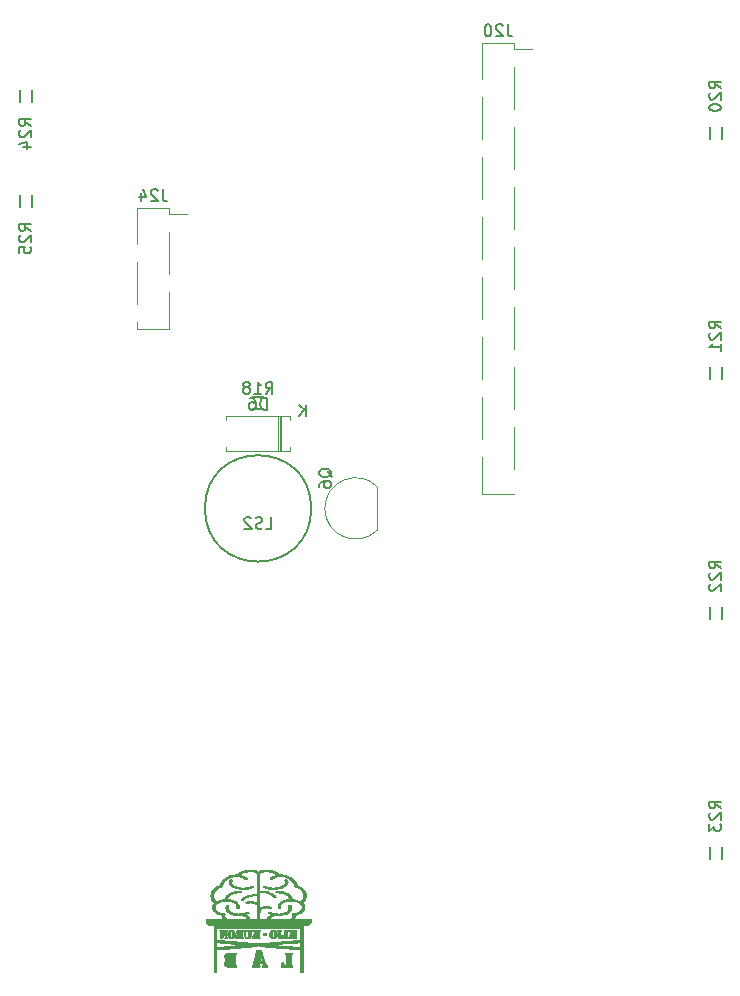
<source format=gbo>
G04 #@! TF.GenerationSoftware,KiCad,Pcbnew,(5.1.5)-3*
G04 #@! TF.CreationDate,2020-09-04T17:37:12+09:00*
G04 #@! TF.ProjectId,futureKeyboardLeft,66757475-7265-44b6-9579-626f6172644c,rev?*
G04 #@! TF.SameCoordinates,Original*
G04 #@! TF.FileFunction,Legend,Bot*
G04 #@! TF.FilePolarity,Positive*
%FSLAX46Y46*%
G04 Gerber Fmt 4.6, Leading zero omitted, Abs format (unit mm)*
G04 Created by KiCad (PCBNEW (5.1.5)-3) date 2020-09-04 17:37:12*
%MOMM*%
%LPD*%
G04 APERTURE LIST*
%ADD10C,0.010000*%
%ADD11C,0.120000*%
%ADD12C,0.150000*%
G04 APERTURE END LIST*
D10*
G36*
X148776032Y-98090692D02*
G01*
X148752938Y-98095576D01*
X148734521Y-98107317D01*
X148715766Y-98125890D01*
X148683010Y-98174183D01*
X148661826Y-98234098D01*
X148652817Y-98300154D01*
X148656585Y-98366869D01*
X148673732Y-98428761D01*
X148680812Y-98444088D01*
X148725587Y-98511242D01*
X148788723Y-98575054D01*
X148868441Y-98634870D01*
X148962962Y-98690038D01*
X149070505Y-98739904D01*
X149189290Y-98783814D01*
X149317539Y-98821116D01*
X149453471Y-98851156D01*
X149595306Y-98873280D01*
X149741266Y-98886835D01*
X149889570Y-98891168D01*
X149898450Y-98891121D01*
X149960598Y-98890185D01*
X150020644Y-98888415D01*
X150073466Y-98886025D01*
X150113942Y-98883225D01*
X150129240Y-98881567D01*
X150262708Y-98861291D01*
X150378545Y-98839081D01*
X150479402Y-98814283D01*
X150567928Y-98786242D01*
X150646772Y-98754302D01*
X150649940Y-98752852D01*
X150680781Y-98737275D01*
X150696919Y-98724084D01*
X150702798Y-98708860D01*
X150703280Y-98699814D01*
X150697710Y-98675710D01*
X150677503Y-98661142D01*
X150675340Y-98660262D01*
X150643591Y-98649011D01*
X150616153Y-98643733D01*
X150587647Y-98644809D01*
X150552691Y-98652622D01*
X150505903Y-98667555D01*
X150488620Y-98673527D01*
X150398220Y-98703675D01*
X150319317Y-98726568D01*
X150245128Y-98743828D01*
X150168874Y-98757079D01*
X150103903Y-98765640D01*
X149910256Y-98778683D01*
X149720087Y-98771720D01*
X149533150Y-98744721D01*
X149349200Y-98697657D01*
X149245320Y-98661739D01*
X149132836Y-98613761D01*
X149039898Y-98562544D01*
X148966597Y-98508209D01*
X148913025Y-98450876D01*
X148879271Y-98390666D01*
X148865428Y-98327700D01*
X148871587Y-98262098D01*
X148895777Y-98197971D01*
X148927233Y-98136070D01*
X148900290Y-98112895D01*
X148879435Y-98098943D01*
X148853890Y-98091862D01*
X148816307Y-98089734D01*
X148811614Y-98089719D01*
X148776032Y-98090692D01*
G37*
X148776032Y-98090692D02*
X148752938Y-98095576D01*
X148734521Y-98107317D01*
X148715766Y-98125890D01*
X148683010Y-98174183D01*
X148661826Y-98234098D01*
X148652817Y-98300154D01*
X148656585Y-98366869D01*
X148673732Y-98428761D01*
X148680812Y-98444088D01*
X148725587Y-98511242D01*
X148788723Y-98575054D01*
X148868441Y-98634870D01*
X148962962Y-98690038D01*
X149070505Y-98739904D01*
X149189290Y-98783814D01*
X149317539Y-98821116D01*
X149453471Y-98851156D01*
X149595306Y-98873280D01*
X149741266Y-98886835D01*
X149889570Y-98891168D01*
X149898450Y-98891121D01*
X149960598Y-98890185D01*
X150020644Y-98888415D01*
X150073466Y-98886025D01*
X150113942Y-98883225D01*
X150129240Y-98881567D01*
X150262708Y-98861291D01*
X150378545Y-98839081D01*
X150479402Y-98814283D01*
X150567928Y-98786242D01*
X150646772Y-98754302D01*
X150649940Y-98752852D01*
X150680781Y-98737275D01*
X150696919Y-98724084D01*
X150702798Y-98708860D01*
X150703280Y-98699814D01*
X150697710Y-98675710D01*
X150677503Y-98661142D01*
X150675340Y-98660262D01*
X150643591Y-98649011D01*
X150616153Y-98643733D01*
X150587647Y-98644809D01*
X150552691Y-98652622D01*
X150505903Y-98667555D01*
X150488620Y-98673527D01*
X150398220Y-98703675D01*
X150319317Y-98726568D01*
X150245128Y-98743828D01*
X150168874Y-98757079D01*
X150103903Y-98765640D01*
X149910256Y-98778683D01*
X149720087Y-98771720D01*
X149533150Y-98744721D01*
X149349200Y-98697657D01*
X149245320Y-98661739D01*
X149132836Y-98613761D01*
X149039898Y-98562544D01*
X148966597Y-98508209D01*
X148913025Y-98450876D01*
X148879271Y-98390666D01*
X148865428Y-98327700D01*
X148871587Y-98262098D01*
X148895777Y-98197971D01*
X148927233Y-98136070D01*
X148900290Y-98112895D01*
X148879435Y-98098943D01*
X148853890Y-98091862D01*
X148816307Y-98089734D01*
X148811614Y-98089719D01*
X148776032Y-98090692D01*
G36*
X153429598Y-98091444D02*
G01*
X153403227Y-98097913D01*
X153382205Y-98111067D01*
X153379816Y-98113079D01*
X153352658Y-98136439D01*
X153384329Y-98195790D01*
X153410071Y-98259637D01*
X153417250Y-98320830D01*
X153405545Y-98380144D01*
X153374635Y-98438352D01*
X153324198Y-98496230D01*
X153253914Y-98554551D01*
X153228040Y-98572845D01*
X153200408Y-98590144D01*
X153167444Y-98607282D01*
X153124962Y-98626211D01*
X153068775Y-98648884D01*
X153046027Y-98657706D01*
X152862377Y-98717934D01*
X152676781Y-98757940D01*
X152489277Y-98777719D01*
X152299903Y-98777266D01*
X152175553Y-98766086D01*
X152079452Y-98751808D01*
X151988631Y-98732877D01*
X151895471Y-98707455D01*
X151792352Y-98673706D01*
X151792152Y-98673636D01*
X151734688Y-98655080D01*
X151691092Y-98645172D01*
X151656934Y-98643721D01*
X151627786Y-98650540D01*
X151599287Y-98665393D01*
X151581049Y-98685214D01*
X151578967Y-98707576D01*
X151582722Y-98721743D01*
X151592757Y-98733539D01*
X151612858Y-98745609D01*
X151646807Y-98760598D01*
X151665807Y-98768281D01*
X151737479Y-98794509D01*
X151814166Y-98817556D01*
X151900646Y-98838690D01*
X152001695Y-98859177D01*
X152024080Y-98863309D01*
X152093780Y-98873254D01*
X152178054Y-98880930D01*
X152271614Y-98886223D01*
X152369174Y-98889022D01*
X152465446Y-98889213D01*
X152555142Y-98886683D01*
X152632975Y-98881321D01*
X152669240Y-98877063D01*
X152831927Y-98849429D01*
X152982697Y-98814591D01*
X153120475Y-98773049D01*
X153244184Y-98725304D01*
X153352750Y-98671856D01*
X153445097Y-98613207D01*
X153520149Y-98549856D01*
X153576832Y-98482304D01*
X153599509Y-98444088D01*
X153620410Y-98384464D01*
X153627769Y-98318521D01*
X153622186Y-98251742D01*
X153604264Y-98189607D01*
X153574605Y-98137600D01*
X153564555Y-98125890D01*
X153543739Y-98105580D01*
X153525188Y-98094747D01*
X153501090Y-98090445D01*
X153468707Y-98089720D01*
X153429598Y-98091444D01*
G37*
X153429598Y-98091444D02*
X153403227Y-98097913D01*
X153382205Y-98111067D01*
X153379816Y-98113079D01*
X153352658Y-98136439D01*
X153384329Y-98195790D01*
X153410071Y-98259637D01*
X153417250Y-98320830D01*
X153405545Y-98380144D01*
X153374635Y-98438352D01*
X153324198Y-98496230D01*
X153253914Y-98554551D01*
X153228040Y-98572845D01*
X153200408Y-98590144D01*
X153167444Y-98607282D01*
X153124962Y-98626211D01*
X153068775Y-98648884D01*
X153046027Y-98657706D01*
X152862377Y-98717934D01*
X152676781Y-98757940D01*
X152489277Y-98777719D01*
X152299903Y-98777266D01*
X152175553Y-98766086D01*
X152079452Y-98751808D01*
X151988631Y-98732877D01*
X151895471Y-98707455D01*
X151792352Y-98673706D01*
X151792152Y-98673636D01*
X151734688Y-98655080D01*
X151691092Y-98645172D01*
X151656934Y-98643721D01*
X151627786Y-98650540D01*
X151599287Y-98665393D01*
X151581049Y-98685214D01*
X151578967Y-98707576D01*
X151582722Y-98721743D01*
X151592757Y-98733539D01*
X151612858Y-98745609D01*
X151646807Y-98760598D01*
X151665807Y-98768281D01*
X151737479Y-98794509D01*
X151814166Y-98817556D01*
X151900646Y-98838690D01*
X152001695Y-98859177D01*
X152024080Y-98863309D01*
X152093780Y-98873254D01*
X152178054Y-98880930D01*
X152271614Y-98886223D01*
X152369174Y-98889022D01*
X152465446Y-98889213D01*
X152555142Y-98886683D01*
X152632975Y-98881321D01*
X152669240Y-98877063D01*
X152831927Y-98849429D01*
X152982697Y-98814591D01*
X153120475Y-98773049D01*
X153244184Y-98725304D01*
X153352750Y-98671856D01*
X153445097Y-98613207D01*
X153520149Y-98549856D01*
X153576832Y-98482304D01*
X153599509Y-98444088D01*
X153620410Y-98384464D01*
X153627769Y-98318521D01*
X153622186Y-98251742D01*
X153604264Y-98189607D01*
X153574605Y-98137600D01*
X153564555Y-98125890D01*
X153543739Y-98105580D01*
X153525188Y-98094747D01*
X153501090Y-98090445D01*
X153468707Y-98089720D01*
X153429598Y-98091444D01*
G36*
X151747929Y-97272537D02*
G01*
X151665244Y-97275211D01*
X151591664Y-97280003D01*
X151531824Y-97286917D01*
X151512911Y-97290250D01*
X151363272Y-97330605D01*
X151219700Y-97389735D01*
X151208740Y-97395164D01*
X151140160Y-97429575D01*
X151071580Y-97395164D01*
X150991141Y-97357396D01*
X150914916Y-97327754D01*
X150838836Y-97305423D01*
X150758827Y-97289591D01*
X150670819Y-97279444D01*
X150570740Y-97274171D01*
X150459440Y-97272939D01*
X150348695Y-97274579D01*
X150252340Y-97279266D01*
X150164563Y-97287847D01*
X150079553Y-97301172D01*
X149991498Y-97320089D01*
X149894589Y-97345447D01*
X149824440Y-97365684D01*
X149715429Y-97402810D01*
X149616589Y-97446161D01*
X149530293Y-97494365D01*
X149458917Y-97546051D01*
X149404834Y-97599848D01*
X149393356Y-97614764D01*
X149360848Y-97660030D01*
X149228331Y-97667026D01*
X149086509Y-97677871D01*
X148959093Y-97695252D01*
X148840900Y-97720311D01*
X148726743Y-97754190D01*
X148611439Y-97798032D01*
X148587326Y-97808295D01*
X148470509Y-97865547D01*
X148359025Y-97933178D01*
X148254780Y-98009275D01*
X148159680Y-98091923D01*
X148075630Y-98179211D01*
X148004537Y-98269223D01*
X147948307Y-98360047D01*
X147908844Y-98449770D01*
X147893433Y-98504948D01*
X147886205Y-98539798D01*
X147881009Y-98566272D01*
X147878977Y-98578593D01*
X147869940Y-98584385D01*
X147845971Y-98594454D01*
X147811526Y-98606993D01*
X147796097Y-98612201D01*
X147654684Y-98667206D01*
X147527946Y-98733542D01*
X147416504Y-98810475D01*
X147320981Y-98897269D01*
X147241997Y-98993189D01*
X147180175Y-99097500D01*
X147136137Y-99209468D01*
X147110504Y-99328356D01*
X147103653Y-99430840D01*
X147112737Y-99549368D01*
X147140840Y-99662090D01*
X147188206Y-99769560D01*
X147255081Y-99872330D01*
X147341709Y-99970955D01*
X147343074Y-99972320D01*
X147412245Y-100041360D01*
X147362182Y-100097529D01*
X147308067Y-100169815D01*
X147263517Y-100252222D01*
X147233491Y-100335156D01*
X147220245Y-100417464D01*
X147225385Y-100497496D01*
X147249307Y-100576382D01*
X147292412Y-100655253D01*
X147355097Y-100735240D01*
X147386040Y-100768103D01*
X147489715Y-100859088D01*
X147606386Y-100935563D01*
X147733722Y-100996361D01*
X147869394Y-101040311D01*
X147969365Y-101060626D01*
X148046296Y-101072521D01*
X148043175Y-101108751D01*
X148044747Y-101145146D01*
X148053154Y-101192525D01*
X148066582Y-101243483D01*
X148083216Y-101290619D01*
X148093001Y-101312088D01*
X148112920Y-101345089D01*
X148137879Y-101379018D01*
X148144075Y-101386357D01*
X148175545Y-101422199D01*
X147432813Y-101422200D01*
X146690080Y-101422200D01*
X146690080Y-101706680D01*
X155590240Y-101706680D01*
X155590240Y-101422200D01*
X154136000Y-101422200D01*
X154171015Y-101379020D01*
X154209281Y-101327726D01*
X154234139Y-101282336D01*
X154248101Y-101236126D01*
X154253678Y-101182372D01*
X154254124Y-101156475D01*
X154254146Y-101068551D01*
X154304973Y-101062053D01*
X154399514Y-101043417D01*
X154501494Y-101011727D01*
X154604991Y-100969243D01*
X154704084Y-100918221D01*
X154741880Y-100895474D01*
X154794445Y-100857738D01*
X154850048Y-100810070D01*
X154904296Y-100756944D01*
X154952796Y-100702834D01*
X154991154Y-100652215D01*
X155007894Y-100624589D01*
X155042170Y-100539291D01*
X155056701Y-100451625D01*
X155051730Y-100362859D01*
X155027505Y-100274261D01*
X154984270Y-100187100D01*
X154922272Y-100102643D01*
X154902560Y-100080696D01*
X154868967Y-100044752D01*
X154937732Y-99974016D01*
X155024920Y-99871826D01*
X155092682Y-99764958D01*
X155140881Y-99654068D01*
X155169378Y-99539812D01*
X155174872Y-99465562D01*
X154948519Y-99465562D01*
X154932800Y-99573825D01*
X154897096Y-99679311D01*
X154841490Y-99781473D01*
X154766063Y-99879764D01*
X154762092Y-99884213D01*
X154708449Y-99943920D01*
X154643885Y-99919694D01*
X154543901Y-99882707D01*
X154458804Y-99852659D01*
X154384772Y-99828555D01*
X154317983Y-99809401D01*
X154254616Y-99794205D01*
X154190850Y-99781972D01*
X154122862Y-99771708D01*
X154046832Y-99762420D01*
X154033220Y-99760910D01*
X153974800Y-99754497D01*
X153974680Y-99717128D01*
X153965543Y-99647885D01*
X153940089Y-99575312D01*
X153900611Y-99504231D01*
X153849403Y-99439467D01*
X153836260Y-99426024D01*
X153732815Y-99338020D01*
X153613946Y-99261055D01*
X153481827Y-99196010D01*
X153338632Y-99143766D01*
X153186533Y-99105202D01*
X153027707Y-99081201D01*
X152973510Y-99076579D01*
X152895510Y-99072878D01*
X152820641Y-99072434D01*
X152752269Y-99075029D01*
X152693762Y-99080443D01*
X152648484Y-99088457D01*
X152619803Y-99098852D01*
X152618463Y-99099690D01*
X152597378Y-99122068D01*
X152595860Y-99146466D01*
X152613895Y-99169471D01*
X152618744Y-99172893D01*
X152631235Y-99179042D01*
X152649281Y-99183637D01*
X152675848Y-99186934D01*
X152713901Y-99189192D01*
X152766404Y-99190666D01*
X152834644Y-99191596D01*
X152937714Y-99194299D01*
X153026060Y-99200747D01*
X153105065Y-99211748D01*
X153180111Y-99228111D01*
X153256581Y-99250644D01*
X153279528Y-99258356D01*
X153363214Y-99292327D01*
X153446053Y-99335488D01*
X153524748Y-99385393D01*
X153596005Y-99439597D01*
X153656528Y-99495653D01*
X153703021Y-99551116D01*
X153726259Y-99589928D01*
X153737467Y-99622339D01*
X153746148Y-99663893D01*
X153749289Y-99691317D01*
X153753502Y-99753674D01*
X153678731Y-99760687D01*
X153562647Y-99777275D01*
X153438268Y-99805124D01*
X153312665Y-99842200D01*
X153192906Y-99886463D01*
X153106120Y-99925651D01*
X153012077Y-99980135D01*
X152931951Y-100042554D01*
X152867124Y-100111280D01*
X152818981Y-100184684D01*
X152788904Y-100261137D01*
X152779880Y-100309890D01*
X152778444Y-100360797D01*
X152783378Y-100413319D01*
X152793558Y-100461070D01*
X152807864Y-100497668D01*
X152814675Y-100507984D01*
X152843684Y-100529140D01*
X152884068Y-100540095D01*
X152929504Y-100540628D01*
X152973668Y-100530525D01*
X153004028Y-100514496D01*
X153014029Y-100505934D01*
X153018076Y-100495673D01*
X153016249Y-100478320D01*
X153008628Y-100448482D01*
X153005197Y-100436192D01*
X152992791Y-100360232D01*
X152999532Y-100288006D01*
X153025682Y-100218913D01*
X153071502Y-100152354D01*
X153137253Y-100087727D01*
X153167080Y-100063884D01*
X153233529Y-100021693D01*
X153320057Y-99980855D01*
X153426461Y-99941453D01*
X153552541Y-99903570D01*
X153563320Y-99900648D01*
X153600405Y-99891045D01*
X153632693Y-99883993D01*
X153664442Y-99879105D01*
X153699910Y-99875996D01*
X153743354Y-99874279D01*
X153799030Y-99873569D01*
X153863040Y-99873470D01*
X153935978Y-99873827D01*
X153992838Y-99874986D01*
X154037859Y-99877283D01*
X154075279Y-99881053D01*
X154109335Y-99886632D01*
X154144266Y-99894355D01*
X154152600Y-99896404D01*
X154250619Y-99922947D01*
X154347568Y-99953154D01*
X154438056Y-99985173D01*
X154516696Y-100017154D01*
X154551967Y-100033573D01*
X154628055Y-100079842D01*
X154694655Y-100137551D01*
X154750023Y-100203836D01*
X154792411Y-100275834D01*
X154820071Y-100350682D01*
X154831259Y-100425515D01*
X154826999Y-100484404D01*
X154804342Y-100554891D01*
X154763304Y-100625748D01*
X154705693Y-100695054D01*
X154633319Y-100760892D01*
X154547990Y-100821341D01*
X154466120Y-100867306D01*
X154398088Y-100897261D01*
X154327866Y-100919029D01*
X154249788Y-100933968D01*
X154158191Y-100943436D01*
X154144760Y-100944351D01*
X154081210Y-100949368D01*
X154035979Y-100956240D01*
X154007066Y-100966940D01*
X153992471Y-100983442D01*
X153990193Y-101007719D01*
X153998232Y-101041746D01*
X154010540Y-101076760D01*
X154022413Y-101133008D01*
X154020788Y-101195313D01*
X154006254Y-101255083D01*
X153996835Y-101276599D01*
X153978552Y-101304271D01*
X153950592Y-101337660D01*
X153918979Y-101369578D01*
X153918689Y-101369843D01*
X153861403Y-101422200D01*
X152973222Y-101422200D01*
X152840821Y-101422138D01*
X152714391Y-101421961D01*
X152595386Y-101421675D01*
X152485261Y-101421291D01*
X152385471Y-101420818D01*
X152297470Y-101420264D01*
X152222714Y-101419639D01*
X152162657Y-101418951D01*
X152118754Y-101418209D01*
X152092461Y-101417423D01*
X152085040Y-101416715D01*
X152089867Y-101402739D01*
X152102154Y-101377589D01*
X152118611Y-101347332D01*
X152135947Y-101318038D01*
X152149884Y-101297104D01*
X152188971Y-101256027D01*
X152244143Y-101214960D01*
X152311303Y-101176319D01*
X152386360Y-101142517D01*
X152449176Y-101120630D01*
X152477776Y-101112263D01*
X152503491Y-101105826D01*
X152529613Y-101101039D01*
X152559431Y-101097623D01*
X152596235Y-101095299D01*
X152643316Y-101093788D01*
X152703962Y-101092812D01*
X152781466Y-101092090D01*
X152786080Y-101092054D01*
X152903465Y-101089972D01*
X153005249Y-101085326D01*
X153096055Y-101077542D01*
X153180506Y-101066047D01*
X153263223Y-101050267D01*
X153348829Y-101029628D01*
X153398774Y-101016011D01*
X153519729Y-100975330D01*
X153626315Y-100925844D01*
X153717417Y-100868348D01*
X153791917Y-100803635D01*
X153848701Y-100732499D01*
X153879586Y-100673996D01*
X153889647Y-100643932D01*
X153900294Y-100602640D01*
X153909237Y-100559008D01*
X153909309Y-100558600D01*
X153915818Y-100514037D01*
X153917393Y-100476481D01*
X153913947Y-100436287D01*
X153907876Y-100397806D01*
X153895240Y-100334609D01*
X153881906Y-100288950D01*
X153866661Y-100258054D01*
X153848291Y-100239144D01*
X153835592Y-100232523D01*
X153800240Y-100225154D01*
X153758514Y-100225317D01*
X153718114Y-100232104D01*
X153686738Y-100244607D01*
X153678381Y-100251064D01*
X153666774Y-100263991D01*
X153662598Y-100276359D01*
X153665571Y-100294793D01*
X153675226Y-100325358D01*
X153686387Y-100363409D01*
X153694858Y-100400231D01*
X153697290Y-100415340D01*
X153701209Y-100443033D01*
X153705074Y-100462405D01*
X153705478Y-100463757D01*
X153707089Y-100487710D01*
X153702686Y-100524378D01*
X153693611Y-100567533D01*
X153681207Y-100610948D01*
X153666814Y-100648395D01*
X153664769Y-100652701D01*
X153619333Y-100722792D01*
X153556016Y-100785215D01*
X153475926Y-100839544D01*
X153380168Y-100885351D01*
X153269849Y-100922209D01*
X153146074Y-100949693D01*
X153009950Y-100967374D01*
X152862583Y-100974827D01*
X152829327Y-100975052D01*
X152737541Y-100972027D01*
X152638436Y-100963597D01*
X152536460Y-100950533D01*
X152436061Y-100933603D01*
X152341686Y-100913577D01*
X152257783Y-100891224D01*
X152188800Y-100867315D01*
X152176512Y-100862118D01*
X152121477Y-100843600D01*
X152068503Y-100836085D01*
X152021527Y-100839315D01*
X151984481Y-100853030D01*
X151961675Y-100876261D01*
X151956266Y-100893037D01*
X151963514Y-100907867D01*
X151977343Y-100920982D01*
X151995965Y-100931764D01*
X152029298Y-100946367D01*
X152072503Y-100963086D01*
X152120738Y-100980213D01*
X152169162Y-100996041D01*
X152212934Y-101008863D01*
X152247213Y-101016972D01*
X152251839Y-101017774D01*
X152268040Y-101024986D01*
X152276199Y-101036194D01*
X152273038Y-101044901D01*
X152266227Y-101046288D01*
X152240746Y-101052155D01*
X152203372Y-101068140D01*
X152158225Y-101091849D01*
X152109423Y-101120888D01*
X152061086Y-101152864D01*
X152017332Y-101185382D01*
X151995760Y-101203474D01*
X151973509Y-101227657D01*
X151946369Y-101263417D01*
X151918174Y-101304923D01*
X151892756Y-101346345D01*
X151873948Y-101381855D01*
X151866982Y-101399340D01*
X151860151Y-101422200D01*
X151251920Y-101422200D01*
X151251920Y-101081435D01*
X151251981Y-100988716D01*
X151252243Y-100914041D01*
X151252829Y-100855135D01*
X151253860Y-100809723D01*
X151255459Y-100775529D01*
X151257747Y-100750278D01*
X151260846Y-100731694D01*
X151264878Y-100717503D01*
X151269964Y-100705428D01*
X151272303Y-100700717D01*
X151313587Y-100638412D01*
X151369367Y-100585862D01*
X151440621Y-100542534D01*
X151528330Y-100507901D01*
X151633473Y-100481431D01*
X151698192Y-100470293D01*
X151812236Y-100461144D01*
X151922104Y-100469214D01*
X152034053Y-100495007D01*
X152044307Y-100498172D01*
X152107334Y-100512155D01*
X152158253Y-100510419D01*
X152197907Y-100492898D01*
X152206358Y-100485860D01*
X152223062Y-100463196D01*
X152221043Y-100442435D01*
X152199728Y-100422102D01*
X152176480Y-100409020D01*
X152123364Y-100387270D01*
X152062160Y-100371174D01*
X151989824Y-100360260D01*
X151903313Y-100354054D01*
X151810720Y-100352102D01*
X151669329Y-100357079D01*
X151542620Y-100373388D01*
X151428083Y-100401534D01*
X151323206Y-100442021D01*
X151294906Y-100455803D01*
X151251920Y-100477732D01*
X151251920Y-99295280D01*
X151028400Y-99295280D01*
X150873460Y-99307759D01*
X150662830Y-99331218D01*
X150465261Y-99366492D01*
X150281843Y-99413311D01*
X150113662Y-99471406D01*
X149987000Y-99527707D01*
X149911293Y-99568708D01*
X149845093Y-99611347D01*
X149790146Y-99654028D01*
X149748195Y-99695155D01*
X149720984Y-99733134D01*
X149710257Y-99766369D01*
X149711394Y-99779852D01*
X149726336Y-99800727D01*
X149755949Y-99815032D01*
X149795302Y-99821544D01*
X149839463Y-99819037D01*
X149855705Y-99815662D01*
X149891593Y-99802329D01*
X149917040Y-99780137D01*
X149927527Y-99765696D01*
X149956941Y-99731997D01*
X150002622Y-99693757D01*
X150061673Y-99653180D01*
X150124160Y-99616313D01*
X150194107Y-99582905D01*
X150280070Y-99550020D01*
X150377752Y-99518696D01*
X150482856Y-99489971D01*
X150591085Y-99464882D01*
X150698141Y-99444467D01*
X150799727Y-99429762D01*
X150891546Y-99421807D01*
X150934420Y-99420681D01*
X151028400Y-99420680D01*
X151028400Y-99730560D01*
X151028318Y-99807573D01*
X151028086Y-99877608D01*
X151027724Y-99938202D01*
X151027253Y-99986891D01*
X151026693Y-100021213D01*
X151026067Y-100038704D01*
X151025791Y-100040440D01*
X151015841Y-100036980D01*
X150991312Y-100027698D01*
X150956523Y-100014241D01*
X150935488Y-100006013D01*
X150791484Y-99958886D01*
X150645843Y-99930481D01*
X150495026Y-99920236D01*
X150407541Y-99922193D01*
X150315643Y-99929378D01*
X150234866Y-99940494D01*
X150167128Y-99955057D01*
X150114350Y-99972581D01*
X150078452Y-99992582D01*
X150063661Y-100009099D01*
X150057738Y-100036247D01*
X150071320Y-100058490D01*
X150104102Y-100075459D01*
X150122379Y-100080652D01*
X150153970Y-100086583D01*
X150180926Y-100086124D01*
X150212672Y-100078566D01*
X150231811Y-100072398D01*
X150272068Y-100060983D01*
X150322335Y-100049622D01*
X150372421Y-100040593D01*
X150377353Y-100039859D01*
X150472537Y-100033936D01*
X150576866Y-100041543D01*
X150684905Y-100062059D01*
X150758992Y-100083489D01*
X150842840Y-100116738D01*
X150909419Y-100155714D01*
X150961438Y-100202443D01*
X151001608Y-100258951D01*
X151007040Y-100268889D01*
X151011664Y-100278119D01*
X151015567Y-100287973D01*
X151018811Y-100300156D01*
X151021457Y-100316370D01*
X151023565Y-100338319D01*
X151025197Y-100367706D01*
X151026413Y-100406235D01*
X151027275Y-100455609D01*
X151027843Y-100517530D01*
X151028179Y-100593704D01*
X151028343Y-100685832D01*
X151028396Y-100795619D01*
X151028400Y-100865789D01*
X151028400Y-101422200D01*
X150726140Y-101421989D01*
X150423880Y-101421779D01*
X150388420Y-101349426D01*
X150342035Y-101274147D01*
X150280470Y-101203537D01*
X150208834Y-101143394D01*
X150203716Y-101139823D01*
X150171065Y-101119248D01*
X150131919Y-101097364D01*
X150091346Y-101076669D01*
X150054409Y-101059663D01*
X150026174Y-101048844D01*
X150014094Y-101046288D01*
X150004076Y-101041246D01*
X150007009Y-101030471D01*
X150019618Y-101020458D01*
X150028482Y-101017774D01*
X150060621Y-101010657D01*
X150103093Y-100998530D01*
X150151057Y-100983101D01*
X150199672Y-100966077D01*
X150244097Y-100949165D01*
X150279491Y-100934072D01*
X150301012Y-100922504D01*
X150302978Y-100920982D01*
X150320529Y-100903158D01*
X150323658Y-100888648D01*
X150318403Y-100875806D01*
X150301401Y-100858974D01*
X150273634Y-100844387D01*
X150265445Y-100841593D01*
X150232904Y-100835574D01*
X150196113Y-100837008D01*
X150150925Y-100846551D01*
X150093194Y-100864859D01*
X150073360Y-100871958D01*
X149982076Y-100901081D01*
X149877090Y-100926618D01*
X149755576Y-100949229D01*
X149714957Y-100955619D01*
X149588694Y-100969569D01*
X149458965Y-100974316D01*
X149329053Y-100970286D01*
X149202238Y-100957908D01*
X149081802Y-100937609D01*
X148971025Y-100909817D01*
X148873190Y-100874961D01*
X148795172Y-100835664D01*
X148714374Y-100776853D01*
X148651828Y-100709602D01*
X148607843Y-100634749D01*
X148582728Y-100553132D01*
X148576791Y-100465590D01*
X148590342Y-100372959D01*
X148605769Y-100321408D01*
X148615471Y-100292044D01*
X148617780Y-100274675D01*
X148612234Y-100262196D01*
X148601164Y-100250288D01*
X148585711Y-100238288D01*
X148565613Y-100231582D01*
X148534932Y-100228783D01*
X148507541Y-100228400D01*
X148465453Y-100230260D01*
X148435611Y-100238008D01*
X148414691Y-100254891D01*
X148399368Y-100284160D01*
X148386319Y-100329064D01*
X148381001Y-100352085D01*
X148370159Y-100426510D01*
X148368461Y-100505390D01*
X148375576Y-100581484D01*
X148391172Y-100647549D01*
X148395048Y-100658322D01*
X148436722Y-100739160D01*
X148496535Y-100812079D01*
X148574606Y-100877145D01*
X148671053Y-100934426D01*
X148785996Y-100983989D01*
X148919555Y-101025904D01*
X149071847Y-101060236D01*
X149118320Y-101068577D01*
X149167018Y-101076172D01*
X149214835Y-101081923D01*
X149265934Y-101086091D01*
X149324482Y-101088936D01*
X149394642Y-101090718D01*
X149480579Y-101091698D01*
X149489160Y-101091755D01*
X149571813Y-101092546D01*
X149637212Y-101093874D01*
X149688422Y-101095931D01*
X149728507Y-101098912D01*
X149760531Y-101103010D01*
X149787559Y-101108420D01*
X149799017Y-101111364D01*
X149910115Y-101148723D01*
X150004465Y-101195300D01*
X150081530Y-101250733D01*
X150140771Y-101314656D01*
X150170933Y-101363442D01*
X150184613Y-101391311D01*
X150193446Y-101411114D01*
X150195280Y-101416782D01*
X150185365Y-101417597D01*
X150156598Y-101418374D01*
X150110447Y-101419106D01*
X150048381Y-101419782D01*
X149971867Y-101420393D01*
X149882374Y-101420931D01*
X149781370Y-101421386D01*
X149670323Y-101421749D01*
X149550701Y-101422011D01*
X149423973Y-101422163D01*
X149323157Y-101422200D01*
X148451033Y-101422200D01*
X148414872Y-101394260D01*
X148380465Y-101362000D01*
X148345303Y-101319791D01*
X148314382Y-101274465D01*
X148292697Y-101232856D01*
X148288521Y-101221431D01*
X148277534Y-101161546D01*
X148277978Y-101095063D01*
X148287340Y-101041227D01*
X148294025Y-101012060D01*
X148293304Y-100994275D01*
X148284097Y-100979942D01*
X148278152Y-100973756D01*
X148266265Y-100964354D01*
X148249863Y-100957476D01*
X148225051Y-100952330D01*
X148187931Y-100948121D01*
X148134607Y-100944055D01*
X148131233Y-100943827D01*
X148045382Y-100936109D01*
X147974384Y-100924931D01*
X147912899Y-100909062D01*
X147855582Y-100887273D01*
X147826621Y-100873675D01*
X147726647Y-100817242D01*
X147639535Y-100754101D01*
X147566823Y-100685872D01*
X147510048Y-100614176D01*
X147470749Y-100540635D01*
X147452520Y-100479435D01*
X147449626Y-100411482D01*
X147464296Y-100338598D01*
X147495361Y-100263720D01*
X147541652Y-100189788D01*
X147591358Y-100130660D01*
X147643185Y-100085439D01*
X147710450Y-100042898D01*
X147794189Y-100002580D01*
X147895434Y-99964029D01*
X148015221Y-99926788D01*
X148112480Y-99900795D01*
X148151978Y-99891249D01*
X148186655Y-99884243D01*
X148220917Y-99879381D01*
X148259172Y-99876270D01*
X148305825Y-99874517D01*
X148365283Y-99873725D01*
X148417280Y-99873533D01*
X148487502Y-99873601D01*
X148541655Y-99874336D01*
X148583990Y-99876121D01*
X148618755Y-99879340D01*
X148650200Y-99884376D01*
X148682576Y-99891614D01*
X148717000Y-99900590D01*
X148836184Y-99935554D01*
X148937322Y-99971589D01*
X149022691Y-100009738D01*
X149094565Y-100051045D01*
X149155220Y-100096554D01*
X149167173Y-100107132D01*
X149224085Y-100168690D01*
X149261837Y-100233060D01*
X149281586Y-100302623D01*
X149285306Y-100350320D01*
X149283602Y-100392087D01*
X149278500Y-100430422D01*
X149271920Y-100454719D01*
X149263619Y-100478750D01*
X149265695Y-100494398D01*
X149276074Y-100508102D01*
X149307180Y-100529387D01*
X149348121Y-100540277D01*
X149392241Y-100540776D01*
X149432881Y-100530887D01*
X149463383Y-100510615D01*
X149465646Y-100507984D01*
X149481322Y-100477818D01*
X149493333Y-100433875D01*
X149500557Y-100382541D01*
X149501874Y-100330198D01*
X149500441Y-100309890D01*
X149482254Y-100231481D01*
X149444962Y-100155500D01*
X149389755Y-100083342D01*
X149317824Y-100016404D01*
X149230357Y-99956081D01*
X149171477Y-99923924D01*
X149066922Y-99877694D01*
X148949684Y-99836115D01*
X148827003Y-99801261D01*
X148706121Y-99775208D01*
X148601590Y-99760687D01*
X148526819Y-99753674D01*
X148531032Y-99691317D01*
X148537942Y-99640158D01*
X148552826Y-99595396D01*
X148578260Y-99552179D01*
X148616821Y-99505659D01*
X148645335Y-99476131D01*
X148742466Y-99393402D01*
X148855179Y-99323621D01*
X148983519Y-99266764D01*
X149127531Y-99222808D01*
X149137302Y-99220428D01*
X149179513Y-99210889D01*
X149218075Y-99203862D01*
X149257644Y-99198911D01*
X149302880Y-99195600D01*
X149358440Y-99193493D01*
X149428981Y-99192152D01*
X149440787Y-99191994D01*
X149519098Y-99190433D01*
X149579329Y-99187676D01*
X149623706Y-99183219D01*
X149654460Y-99176557D01*
X149673817Y-99167186D01*
X149684004Y-99154602D01*
X149687251Y-99138301D01*
X149687280Y-99136199D01*
X149680511Y-99115239D01*
X149659138Y-99099003D01*
X149621566Y-99086861D01*
X149566202Y-99078183D01*
X149532480Y-99075035D01*
X149403574Y-99070807D01*
X149274630Y-99077782D01*
X149147247Y-99095129D01*
X149023023Y-99122019D01*
X148903559Y-99157622D01*
X148790452Y-99201106D01*
X148685302Y-99251643D01*
X148589707Y-99308401D01*
X148505267Y-99370551D01*
X148433580Y-99437262D01*
X148376245Y-99507704D01*
X148334861Y-99581048D01*
X148311028Y-99656462D01*
X148305630Y-99712048D01*
X148305520Y-99754497D01*
X148247100Y-99760727D01*
X148172704Y-99769413D01*
X148105435Y-99779212D01*
X148041749Y-99791057D01*
X147978100Y-99805881D01*
X147910943Y-99824618D01*
X147836735Y-99848201D01*
X147751929Y-99877562D01*
X147652981Y-99913634D01*
X147621139Y-99925482D01*
X147571758Y-99943920D01*
X147518171Y-99884213D01*
X147441800Y-99786021D01*
X147385260Y-99684036D01*
X147348631Y-99578800D01*
X147331992Y-99470860D01*
X147335422Y-99360759D01*
X147359001Y-99249042D01*
X147402807Y-99136255D01*
X147407760Y-99126040D01*
X147467634Y-99027130D01*
X147544211Y-98937951D01*
X147635683Y-98859854D01*
X147740239Y-98794193D01*
X147856070Y-98742320D01*
X147965160Y-98709326D01*
X148018639Y-98696316D01*
X148055670Y-98685615D01*
X148079516Y-98674588D01*
X148093438Y-98660598D01*
X148100697Y-98641010D01*
X148104557Y-98613189D01*
X148106234Y-98595333D01*
X148124548Y-98503272D01*
X148161618Y-98410352D01*
X148216031Y-98318203D01*
X148286378Y-98228455D01*
X148371245Y-98142737D01*
X148469223Y-98062680D01*
X148578900Y-97989914D01*
X148676279Y-97936975D01*
X148764292Y-97895877D01*
X148843649Y-97864716D01*
X148921894Y-97841159D01*
X149006571Y-97822877D01*
X149087069Y-97810048D01*
X149244265Y-97795934D01*
X149393092Y-97799685D01*
X149535605Y-97821723D01*
X149673860Y-97862473D01*
X149809913Y-97922356D01*
X149910800Y-97979495D01*
X149959513Y-98009104D01*
X149995661Y-98029123D01*
X150023626Y-98041175D01*
X150047788Y-98046886D01*
X150072531Y-98047878D01*
X150092062Y-98046675D01*
X150130454Y-98040967D01*
X150154887Y-98030192D01*
X150166341Y-98019220D01*
X150177109Y-98000439D01*
X150175978Y-97982320D01*
X150161260Y-97962342D01*
X150131267Y-97937984D01*
X150096077Y-97914255D01*
X150003102Y-97858339D01*
X149910616Y-97811840D01*
X149812023Y-97771818D01*
X149700725Y-97735337D01*
X149681984Y-97729831D01*
X149642264Y-97717982D01*
X149610562Y-97707897D01*
X149591514Y-97701081D01*
X149588207Y-97699393D01*
X149589764Y-97687876D01*
X149603913Y-97667541D01*
X149627211Y-97642050D01*
X149656214Y-97615065D01*
X149687478Y-97590248D01*
X149697198Y-97583495D01*
X149786146Y-97533481D01*
X149891692Y-97490369D01*
X150011094Y-97454822D01*
X150141613Y-97427498D01*
X150280507Y-97409060D01*
X150425037Y-97400167D01*
X150460356Y-97399526D01*
X150586814Y-97402742D01*
X150697403Y-97415408D01*
X150794542Y-97438121D01*
X150880654Y-97471480D01*
X150958158Y-97516080D01*
X150972062Y-97525840D01*
X151028292Y-97566480D01*
X151028400Y-99295280D01*
X151251920Y-99295280D01*
X151251920Y-99156520D01*
X151406860Y-99156560D01*
X151523681Y-99159477D01*
X151627333Y-99168744D01*
X151724215Y-99185240D01*
X151820728Y-99209839D01*
X151841401Y-99216071D01*
X151966209Y-99258631D01*
X152078373Y-99305063D01*
X152176543Y-99354556D01*
X152259363Y-99406293D01*
X152325482Y-99459463D01*
X152373546Y-99513250D01*
X152394829Y-99548922D01*
X152419505Y-99585717D01*
X152452916Y-99606519D01*
X152499016Y-99613666D01*
X152504366Y-99613720D01*
X152548976Y-99609218D01*
X152584613Y-99596990D01*
X152607270Y-99578948D01*
X152613360Y-99561654D01*
X152603964Y-99519519D01*
X152577010Y-99472913D01*
X152534347Y-99423380D01*
X152477827Y-99372466D01*
X152409299Y-99321716D01*
X152330614Y-99272675D01*
X152243623Y-99226888D01*
X152175971Y-99196421D01*
X152029376Y-99139852D01*
X151890559Y-99097191D01*
X151753700Y-99067246D01*
X151612976Y-99048828D01*
X151462568Y-99040744D01*
X151411943Y-99040147D01*
X151251926Y-99039680D01*
X151252486Y-98303080D01*
X151253045Y-97566480D01*
X151280878Y-97544573D01*
X151327386Y-97513114D01*
X151385878Y-97480989D01*
X151448532Y-97452066D01*
X151507525Y-97430216D01*
X151518897Y-97426837D01*
X151571290Y-97416135D01*
X151639301Y-97408293D01*
X151718424Y-97403364D01*
X151804150Y-97401402D01*
X151891973Y-97402461D01*
X151977385Y-97406594D01*
X152055879Y-97413856D01*
X152098939Y-97419927D01*
X152223068Y-97444354D01*
X152336924Y-97474695D01*
X152438687Y-97510180D01*
X152526535Y-97550038D01*
X152598650Y-97593499D01*
X152653211Y-97639791D01*
X152672675Y-97662851D01*
X152686817Y-97684062D01*
X152692896Y-97697356D01*
X152692628Y-97698878D01*
X152681997Y-97703100D01*
X152655734Y-97711867D01*
X152617686Y-97723938D01*
X152571698Y-97738069D01*
X152567274Y-97739407D01*
X152497438Y-97762735D01*
X152425170Y-97790825D01*
X152353470Y-97822128D01*
X152285344Y-97855097D01*
X152223791Y-97888183D01*
X152171816Y-97919838D01*
X152132421Y-97948515D01*
X152108608Y-97972665D01*
X152105652Y-97977415D01*
X152101685Y-98001878D01*
X152115787Y-98022782D01*
X152145781Y-98038344D01*
X152189495Y-98046776D01*
X152190197Y-98046835D01*
X152218142Y-98048443D01*
X152240383Y-98046622D01*
X152262575Y-98039535D01*
X152290374Y-98025346D01*
X152329433Y-98002219D01*
X152331585Y-98000915D01*
X152451549Y-97932798D01*
X152563014Y-97879767D01*
X152669697Y-97840668D01*
X152775313Y-97814351D01*
X152883581Y-97799662D01*
X152994360Y-97795434D01*
X153164769Y-97805008D01*
X153326382Y-97832834D01*
X153479635Y-97879062D01*
X153624967Y-97943843D01*
X153762816Y-98027328D01*
X153844440Y-98088326D01*
X153945816Y-98178542D01*
X154029548Y-98271594D01*
X154095038Y-98366559D01*
X154141689Y-98462515D01*
X154168905Y-98558539D01*
X154174386Y-98598550D01*
X154177868Y-98632663D01*
X154183138Y-98656163D01*
X154193698Y-98671986D01*
X154213046Y-98683068D01*
X154244683Y-98692346D01*
X154292109Y-98702756D01*
X154300784Y-98704593D01*
X154415805Y-98737810D01*
X154525607Y-98786619D01*
X154627471Y-98849008D01*
X154718677Y-98922964D01*
X154796507Y-99006475D01*
X154858240Y-99097527D01*
X154874952Y-99129580D01*
X154919677Y-99242893D01*
X154944172Y-99355070D01*
X154948519Y-99465562D01*
X155174872Y-99465562D01*
X155178034Y-99422844D01*
X155166711Y-99303821D01*
X155135272Y-99183399D01*
X155115438Y-99131120D01*
X155070724Y-99044443D01*
X155009735Y-98957627D01*
X154936056Y-98874829D01*
X154853275Y-98800207D01*
X154790239Y-98754004D01*
X154746663Y-98728091D01*
X154689900Y-98698629D01*
X154626067Y-98668414D01*
X154561281Y-98640241D01*
X154501659Y-98616905D01*
X154459940Y-98603057D01*
X154428966Y-98593029D01*
X154407717Y-98584149D01*
X154401344Y-98579219D01*
X154399288Y-98566479D01*
X154394061Y-98539634D01*
X154386784Y-98504441D01*
X154386619Y-98503666D01*
X154358755Y-98415759D01*
X154312933Y-98325536D01*
X154251069Y-98234923D01*
X154175077Y-98145844D01*
X154086873Y-98060224D01*
X153988371Y-97979987D01*
X153881487Y-97907060D01*
X153768136Y-97843366D01*
X153696174Y-97809671D01*
X153575401Y-97761993D01*
X153456769Y-97725154D01*
X153334937Y-97697967D01*
X153204565Y-97679250D01*
X153060312Y-97667818D01*
X153055320Y-97667554D01*
X152993786Y-97663405D01*
X152948425Y-97658285D01*
X152920800Y-97652407D01*
X152913080Y-97648263D01*
X152900906Y-97633156D01*
X152881863Y-97609315D01*
X152872440Y-97597470D01*
X152814827Y-97539293D01*
X152737816Y-97485066D01*
X152641988Y-97435034D01*
X152527923Y-97389436D01*
X152396201Y-97348514D01*
X152247404Y-97312511D01*
X152135840Y-97290798D01*
X152077100Y-97282942D01*
X152004307Y-97277184D01*
X151922093Y-97273527D01*
X151835090Y-97271977D01*
X151747929Y-97272537D01*
G37*
X151747929Y-97272537D02*
X151665244Y-97275211D01*
X151591664Y-97280003D01*
X151531824Y-97286917D01*
X151512911Y-97290250D01*
X151363272Y-97330605D01*
X151219700Y-97389735D01*
X151208740Y-97395164D01*
X151140160Y-97429575D01*
X151071580Y-97395164D01*
X150991141Y-97357396D01*
X150914916Y-97327754D01*
X150838836Y-97305423D01*
X150758827Y-97289591D01*
X150670819Y-97279444D01*
X150570740Y-97274171D01*
X150459440Y-97272939D01*
X150348695Y-97274579D01*
X150252340Y-97279266D01*
X150164563Y-97287847D01*
X150079553Y-97301172D01*
X149991498Y-97320089D01*
X149894589Y-97345447D01*
X149824440Y-97365684D01*
X149715429Y-97402810D01*
X149616589Y-97446161D01*
X149530293Y-97494365D01*
X149458917Y-97546051D01*
X149404834Y-97599848D01*
X149393356Y-97614764D01*
X149360848Y-97660030D01*
X149228331Y-97667026D01*
X149086509Y-97677871D01*
X148959093Y-97695252D01*
X148840900Y-97720311D01*
X148726743Y-97754190D01*
X148611439Y-97798032D01*
X148587326Y-97808295D01*
X148470509Y-97865547D01*
X148359025Y-97933178D01*
X148254780Y-98009275D01*
X148159680Y-98091923D01*
X148075630Y-98179211D01*
X148004537Y-98269223D01*
X147948307Y-98360047D01*
X147908844Y-98449770D01*
X147893433Y-98504948D01*
X147886205Y-98539798D01*
X147881009Y-98566272D01*
X147878977Y-98578593D01*
X147869940Y-98584385D01*
X147845971Y-98594454D01*
X147811526Y-98606993D01*
X147796097Y-98612201D01*
X147654684Y-98667206D01*
X147527946Y-98733542D01*
X147416504Y-98810475D01*
X147320981Y-98897269D01*
X147241997Y-98993189D01*
X147180175Y-99097500D01*
X147136137Y-99209468D01*
X147110504Y-99328356D01*
X147103653Y-99430840D01*
X147112737Y-99549368D01*
X147140840Y-99662090D01*
X147188206Y-99769560D01*
X147255081Y-99872330D01*
X147341709Y-99970955D01*
X147343074Y-99972320D01*
X147412245Y-100041360D01*
X147362182Y-100097529D01*
X147308067Y-100169815D01*
X147263517Y-100252222D01*
X147233491Y-100335156D01*
X147220245Y-100417464D01*
X147225385Y-100497496D01*
X147249307Y-100576382D01*
X147292412Y-100655253D01*
X147355097Y-100735240D01*
X147386040Y-100768103D01*
X147489715Y-100859088D01*
X147606386Y-100935563D01*
X147733722Y-100996361D01*
X147869394Y-101040311D01*
X147969365Y-101060626D01*
X148046296Y-101072521D01*
X148043175Y-101108751D01*
X148044747Y-101145146D01*
X148053154Y-101192525D01*
X148066582Y-101243483D01*
X148083216Y-101290619D01*
X148093001Y-101312088D01*
X148112920Y-101345089D01*
X148137879Y-101379018D01*
X148144075Y-101386357D01*
X148175545Y-101422199D01*
X147432813Y-101422200D01*
X146690080Y-101422200D01*
X146690080Y-101706680D01*
X155590240Y-101706680D01*
X155590240Y-101422200D01*
X154136000Y-101422200D01*
X154171015Y-101379020D01*
X154209281Y-101327726D01*
X154234139Y-101282336D01*
X154248101Y-101236126D01*
X154253678Y-101182372D01*
X154254124Y-101156475D01*
X154254146Y-101068551D01*
X154304973Y-101062053D01*
X154399514Y-101043417D01*
X154501494Y-101011727D01*
X154604991Y-100969243D01*
X154704084Y-100918221D01*
X154741880Y-100895474D01*
X154794445Y-100857738D01*
X154850048Y-100810070D01*
X154904296Y-100756944D01*
X154952796Y-100702834D01*
X154991154Y-100652215D01*
X155007894Y-100624589D01*
X155042170Y-100539291D01*
X155056701Y-100451625D01*
X155051730Y-100362859D01*
X155027505Y-100274261D01*
X154984270Y-100187100D01*
X154922272Y-100102643D01*
X154902560Y-100080696D01*
X154868967Y-100044752D01*
X154937732Y-99974016D01*
X155024920Y-99871826D01*
X155092682Y-99764958D01*
X155140881Y-99654068D01*
X155169378Y-99539812D01*
X155174872Y-99465562D01*
X154948519Y-99465562D01*
X154932800Y-99573825D01*
X154897096Y-99679311D01*
X154841490Y-99781473D01*
X154766063Y-99879764D01*
X154762092Y-99884213D01*
X154708449Y-99943920D01*
X154643885Y-99919694D01*
X154543901Y-99882707D01*
X154458804Y-99852659D01*
X154384772Y-99828555D01*
X154317983Y-99809401D01*
X154254616Y-99794205D01*
X154190850Y-99781972D01*
X154122862Y-99771708D01*
X154046832Y-99762420D01*
X154033220Y-99760910D01*
X153974800Y-99754497D01*
X153974680Y-99717128D01*
X153965543Y-99647885D01*
X153940089Y-99575312D01*
X153900611Y-99504231D01*
X153849403Y-99439467D01*
X153836260Y-99426024D01*
X153732815Y-99338020D01*
X153613946Y-99261055D01*
X153481827Y-99196010D01*
X153338632Y-99143766D01*
X153186533Y-99105202D01*
X153027707Y-99081201D01*
X152973510Y-99076579D01*
X152895510Y-99072878D01*
X152820641Y-99072434D01*
X152752269Y-99075029D01*
X152693762Y-99080443D01*
X152648484Y-99088457D01*
X152619803Y-99098852D01*
X152618463Y-99099690D01*
X152597378Y-99122068D01*
X152595860Y-99146466D01*
X152613895Y-99169471D01*
X152618744Y-99172893D01*
X152631235Y-99179042D01*
X152649281Y-99183637D01*
X152675848Y-99186934D01*
X152713901Y-99189192D01*
X152766404Y-99190666D01*
X152834644Y-99191596D01*
X152937714Y-99194299D01*
X153026060Y-99200747D01*
X153105065Y-99211748D01*
X153180111Y-99228111D01*
X153256581Y-99250644D01*
X153279528Y-99258356D01*
X153363214Y-99292327D01*
X153446053Y-99335488D01*
X153524748Y-99385393D01*
X153596005Y-99439597D01*
X153656528Y-99495653D01*
X153703021Y-99551116D01*
X153726259Y-99589928D01*
X153737467Y-99622339D01*
X153746148Y-99663893D01*
X153749289Y-99691317D01*
X153753502Y-99753674D01*
X153678731Y-99760687D01*
X153562647Y-99777275D01*
X153438268Y-99805124D01*
X153312665Y-99842200D01*
X153192906Y-99886463D01*
X153106120Y-99925651D01*
X153012077Y-99980135D01*
X152931951Y-100042554D01*
X152867124Y-100111280D01*
X152818981Y-100184684D01*
X152788904Y-100261137D01*
X152779880Y-100309890D01*
X152778444Y-100360797D01*
X152783378Y-100413319D01*
X152793558Y-100461070D01*
X152807864Y-100497668D01*
X152814675Y-100507984D01*
X152843684Y-100529140D01*
X152884068Y-100540095D01*
X152929504Y-100540628D01*
X152973668Y-100530525D01*
X153004028Y-100514496D01*
X153014029Y-100505934D01*
X153018076Y-100495673D01*
X153016249Y-100478320D01*
X153008628Y-100448482D01*
X153005197Y-100436192D01*
X152992791Y-100360232D01*
X152999532Y-100288006D01*
X153025682Y-100218913D01*
X153071502Y-100152354D01*
X153137253Y-100087727D01*
X153167080Y-100063884D01*
X153233529Y-100021693D01*
X153320057Y-99980855D01*
X153426461Y-99941453D01*
X153552541Y-99903570D01*
X153563320Y-99900648D01*
X153600405Y-99891045D01*
X153632693Y-99883993D01*
X153664442Y-99879105D01*
X153699910Y-99875996D01*
X153743354Y-99874279D01*
X153799030Y-99873569D01*
X153863040Y-99873470D01*
X153935978Y-99873827D01*
X153992838Y-99874986D01*
X154037859Y-99877283D01*
X154075279Y-99881053D01*
X154109335Y-99886632D01*
X154144266Y-99894355D01*
X154152600Y-99896404D01*
X154250619Y-99922947D01*
X154347568Y-99953154D01*
X154438056Y-99985173D01*
X154516696Y-100017154D01*
X154551967Y-100033573D01*
X154628055Y-100079842D01*
X154694655Y-100137551D01*
X154750023Y-100203836D01*
X154792411Y-100275834D01*
X154820071Y-100350682D01*
X154831259Y-100425515D01*
X154826999Y-100484404D01*
X154804342Y-100554891D01*
X154763304Y-100625748D01*
X154705693Y-100695054D01*
X154633319Y-100760892D01*
X154547990Y-100821341D01*
X154466120Y-100867306D01*
X154398088Y-100897261D01*
X154327866Y-100919029D01*
X154249788Y-100933968D01*
X154158191Y-100943436D01*
X154144760Y-100944351D01*
X154081210Y-100949368D01*
X154035979Y-100956240D01*
X154007066Y-100966940D01*
X153992471Y-100983442D01*
X153990193Y-101007719D01*
X153998232Y-101041746D01*
X154010540Y-101076760D01*
X154022413Y-101133008D01*
X154020788Y-101195313D01*
X154006254Y-101255083D01*
X153996835Y-101276599D01*
X153978552Y-101304271D01*
X153950592Y-101337660D01*
X153918979Y-101369578D01*
X153918689Y-101369843D01*
X153861403Y-101422200D01*
X152973222Y-101422200D01*
X152840821Y-101422138D01*
X152714391Y-101421961D01*
X152595386Y-101421675D01*
X152485261Y-101421291D01*
X152385471Y-101420818D01*
X152297470Y-101420264D01*
X152222714Y-101419639D01*
X152162657Y-101418951D01*
X152118754Y-101418209D01*
X152092461Y-101417423D01*
X152085040Y-101416715D01*
X152089867Y-101402739D01*
X152102154Y-101377589D01*
X152118611Y-101347332D01*
X152135947Y-101318038D01*
X152149884Y-101297104D01*
X152188971Y-101256027D01*
X152244143Y-101214960D01*
X152311303Y-101176319D01*
X152386360Y-101142517D01*
X152449176Y-101120630D01*
X152477776Y-101112263D01*
X152503491Y-101105826D01*
X152529613Y-101101039D01*
X152559431Y-101097623D01*
X152596235Y-101095299D01*
X152643316Y-101093788D01*
X152703962Y-101092812D01*
X152781466Y-101092090D01*
X152786080Y-101092054D01*
X152903465Y-101089972D01*
X153005249Y-101085326D01*
X153096055Y-101077542D01*
X153180506Y-101066047D01*
X153263223Y-101050267D01*
X153348829Y-101029628D01*
X153398774Y-101016011D01*
X153519729Y-100975330D01*
X153626315Y-100925844D01*
X153717417Y-100868348D01*
X153791917Y-100803635D01*
X153848701Y-100732499D01*
X153879586Y-100673996D01*
X153889647Y-100643932D01*
X153900294Y-100602640D01*
X153909237Y-100559008D01*
X153909309Y-100558600D01*
X153915818Y-100514037D01*
X153917393Y-100476481D01*
X153913947Y-100436287D01*
X153907876Y-100397806D01*
X153895240Y-100334609D01*
X153881906Y-100288950D01*
X153866661Y-100258054D01*
X153848291Y-100239144D01*
X153835592Y-100232523D01*
X153800240Y-100225154D01*
X153758514Y-100225317D01*
X153718114Y-100232104D01*
X153686738Y-100244607D01*
X153678381Y-100251064D01*
X153666774Y-100263991D01*
X153662598Y-100276359D01*
X153665571Y-100294793D01*
X153675226Y-100325358D01*
X153686387Y-100363409D01*
X153694858Y-100400231D01*
X153697290Y-100415340D01*
X153701209Y-100443033D01*
X153705074Y-100462405D01*
X153705478Y-100463757D01*
X153707089Y-100487710D01*
X153702686Y-100524378D01*
X153693611Y-100567533D01*
X153681207Y-100610948D01*
X153666814Y-100648395D01*
X153664769Y-100652701D01*
X153619333Y-100722792D01*
X153556016Y-100785215D01*
X153475926Y-100839544D01*
X153380168Y-100885351D01*
X153269849Y-100922209D01*
X153146074Y-100949693D01*
X153009950Y-100967374D01*
X152862583Y-100974827D01*
X152829327Y-100975052D01*
X152737541Y-100972027D01*
X152638436Y-100963597D01*
X152536460Y-100950533D01*
X152436061Y-100933603D01*
X152341686Y-100913577D01*
X152257783Y-100891224D01*
X152188800Y-100867315D01*
X152176512Y-100862118D01*
X152121477Y-100843600D01*
X152068503Y-100836085D01*
X152021527Y-100839315D01*
X151984481Y-100853030D01*
X151961675Y-100876261D01*
X151956266Y-100893037D01*
X151963514Y-100907867D01*
X151977343Y-100920982D01*
X151995965Y-100931764D01*
X152029298Y-100946367D01*
X152072503Y-100963086D01*
X152120738Y-100980213D01*
X152169162Y-100996041D01*
X152212934Y-101008863D01*
X152247213Y-101016972D01*
X152251839Y-101017774D01*
X152268040Y-101024986D01*
X152276199Y-101036194D01*
X152273038Y-101044901D01*
X152266227Y-101046288D01*
X152240746Y-101052155D01*
X152203372Y-101068140D01*
X152158225Y-101091849D01*
X152109423Y-101120888D01*
X152061086Y-101152864D01*
X152017332Y-101185382D01*
X151995760Y-101203474D01*
X151973509Y-101227657D01*
X151946369Y-101263417D01*
X151918174Y-101304923D01*
X151892756Y-101346345D01*
X151873948Y-101381855D01*
X151866982Y-101399340D01*
X151860151Y-101422200D01*
X151251920Y-101422200D01*
X151251920Y-101081435D01*
X151251981Y-100988716D01*
X151252243Y-100914041D01*
X151252829Y-100855135D01*
X151253860Y-100809723D01*
X151255459Y-100775529D01*
X151257747Y-100750278D01*
X151260846Y-100731694D01*
X151264878Y-100717503D01*
X151269964Y-100705428D01*
X151272303Y-100700717D01*
X151313587Y-100638412D01*
X151369367Y-100585862D01*
X151440621Y-100542534D01*
X151528330Y-100507901D01*
X151633473Y-100481431D01*
X151698192Y-100470293D01*
X151812236Y-100461144D01*
X151922104Y-100469214D01*
X152034053Y-100495007D01*
X152044307Y-100498172D01*
X152107334Y-100512155D01*
X152158253Y-100510419D01*
X152197907Y-100492898D01*
X152206358Y-100485860D01*
X152223062Y-100463196D01*
X152221043Y-100442435D01*
X152199728Y-100422102D01*
X152176480Y-100409020D01*
X152123364Y-100387270D01*
X152062160Y-100371174D01*
X151989824Y-100360260D01*
X151903313Y-100354054D01*
X151810720Y-100352102D01*
X151669329Y-100357079D01*
X151542620Y-100373388D01*
X151428083Y-100401534D01*
X151323206Y-100442021D01*
X151294906Y-100455803D01*
X151251920Y-100477732D01*
X151251920Y-99295280D01*
X151028400Y-99295280D01*
X150873460Y-99307759D01*
X150662830Y-99331218D01*
X150465261Y-99366492D01*
X150281843Y-99413311D01*
X150113662Y-99471406D01*
X149987000Y-99527707D01*
X149911293Y-99568708D01*
X149845093Y-99611347D01*
X149790146Y-99654028D01*
X149748195Y-99695155D01*
X149720984Y-99733134D01*
X149710257Y-99766369D01*
X149711394Y-99779852D01*
X149726336Y-99800727D01*
X149755949Y-99815032D01*
X149795302Y-99821544D01*
X149839463Y-99819037D01*
X149855705Y-99815662D01*
X149891593Y-99802329D01*
X149917040Y-99780137D01*
X149927527Y-99765696D01*
X149956941Y-99731997D01*
X150002622Y-99693757D01*
X150061673Y-99653180D01*
X150124160Y-99616313D01*
X150194107Y-99582905D01*
X150280070Y-99550020D01*
X150377752Y-99518696D01*
X150482856Y-99489971D01*
X150591085Y-99464882D01*
X150698141Y-99444467D01*
X150799727Y-99429762D01*
X150891546Y-99421807D01*
X150934420Y-99420681D01*
X151028400Y-99420680D01*
X151028400Y-99730560D01*
X151028318Y-99807573D01*
X151028086Y-99877608D01*
X151027724Y-99938202D01*
X151027253Y-99986891D01*
X151026693Y-100021213D01*
X151026067Y-100038704D01*
X151025791Y-100040440D01*
X151015841Y-100036980D01*
X150991312Y-100027698D01*
X150956523Y-100014241D01*
X150935488Y-100006013D01*
X150791484Y-99958886D01*
X150645843Y-99930481D01*
X150495026Y-99920236D01*
X150407541Y-99922193D01*
X150315643Y-99929378D01*
X150234866Y-99940494D01*
X150167128Y-99955057D01*
X150114350Y-99972581D01*
X150078452Y-99992582D01*
X150063661Y-100009099D01*
X150057738Y-100036247D01*
X150071320Y-100058490D01*
X150104102Y-100075459D01*
X150122379Y-100080652D01*
X150153970Y-100086583D01*
X150180926Y-100086124D01*
X150212672Y-100078566D01*
X150231811Y-100072398D01*
X150272068Y-100060983D01*
X150322335Y-100049622D01*
X150372421Y-100040593D01*
X150377353Y-100039859D01*
X150472537Y-100033936D01*
X150576866Y-100041543D01*
X150684905Y-100062059D01*
X150758992Y-100083489D01*
X150842840Y-100116738D01*
X150909419Y-100155714D01*
X150961438Y-100202443D01*
X151001608Y-100258951D01*
X151007040Y-100268889D01*
X151011664Y-100278119D01*
X151015567Y-100287973D01*
X151018811Y-100300156D01*
X151021457Y-100316370D01*
X151023565Y-100338319D01*
X151025197Y-100367706D01*
X151026413Y-100406235D01*
X151027275Y-100455609D01*
X151027843Y-100517530D01*
X151028179Y-100593704D01*
X151028343Y-100685832D01*
X151028396Y-100795619D01*
X151028400Y-100865789D01*
X151028400Y-101422200D01*
X150726140Y-101421989D01*
X150423880Y-101421779D01*
X150388420Y-101349426D01*
X150342035Y-101274147D01*
X150280470Y-101203537D01*
X150208834Y-101143394D01*
X150203716Y-101139823D01*
X150171065Y-101119248D01*
X150131919Y-101097364D01*
X150091346Y-101076669D01*
X150054409Y-101059663D01*
X150026174Y-101048844D01*
X150014094Y-101046288D01*
X150004076Y-101041246D01*
X150007009Y-101030471D01*
X150019618Y-101020458D01*
X150028482Y-101017774D01*
X150060621Y-101010657D01*
X150103093Y-100998530D01*
X150151057Y-100983101D01*
X150199672Y-100966077D01*
X150244097Y-100949165D01*
X150279491Y-100934072D01*
X150301012Y-100922504D01*
X150302978Y-100920982D01*
X150320529Y-100903158D01*
X150323658Y-100888648D01*
X150318403Y-100875806D01*
X150301401Y-100858974D01*
X150273634Y-100844387D01*
X150265445Y-100841593D01*
X150232904Y-100835574D01*
X150196113Y-100837008D01*
X150150925Y-100846551D01*
X150093194Y-100864859D01*
X150073360Y-100871958D01*
X149982076Y-100901081D01*
X149877090Y-100926618D01*
X149755576Y-100949229D01*
X149714957Y-100955619D01*
X149588694Y-100969569D01*
X149458965Y-100974316D01*
X149329053Y-100970286D01*
X149202238Y-100957908D01*
X149081802Y-100937609D01*
X148971025Y-100909817D01*
X148873190Y-100874961D01*
X148795172Y-100835664D01*
X148714374Y-100776853D01*
X148651828Y-100709602D01*
X148607843Y-100634749D01*
X148582728Y-100553132D01*
X148576791Y-100465590D01*
X148590342Y-100372959D01*
X148605769Y-100321408D01*
X148615471Y-100292044D01*
X148617780Y-100274675D01*
X148612234Y-100262196D01*
X148601164Y-100250288D01*
X148585711Y-100238288D01*
X148565613Y-100231582D01*
X148534932Y-100228783D01*
X148507541Y-100228400D01*
X148465453Y-100230260D01*
X148435611Y-100238008D01*
X148414691Y-100254891D01*
X148399368Y-100284160D01*
X148386319Y-100329064D01*
X148381001Y-100352085D01*
X148370159Y-100426510D01*
X148368461Y-100505390D01*
X148375576Y-100581484D01*
X148391172Y-100647549D01*
X148395048Y-100658322D01*
X148436722Y-100739160D01*
X148496535Y-100812079D01*
X148574606Y-100877145D01*
X148671053Y-100934426D01*
X148785996Y-100983989D01*
X148919555Y-101025904D01*
X149071847Y-101060236D01*
X149118320Y-101068577D01*
X149167018Y-101076172D01*
X149214835Y-101081923D01*
X149265934Y-101086091D01*
X149324482Y-101088936D01*
X149394642Y-101090718D01*
X149480579Y-101091698D01*
X149489160Y-101091755D01*
X149571813Y-101092546D01*
X149637212Y-101093874D01*
X149688422Y-101095931D01*
X149728507Y-101098912D01*
X149760531Y-101103010D01*
X149787559Y-101108420D01*
X149799017Y-101111364D01*
X149910115Y-101148723D01*
X150004465Y-101195300D01*
X150081530Y-101250733D01*
X150140771Y-101314656D01*
X150170933Y-101363442D01*
X150184613Y-101391311D01*
X150193446Y-101411114D01*
X150195280Y-101416782D01*
X150185365Y-101417597D01*
X150156598Y-101418374D01*
X150110447Y-101419106D01*
X150048381Y-101419782D01*
X149971867Y-101420393D01*
X149882374Y-101420931D01*
X149781370Y-101421386D01*
X149670323Y-101421749D01*
X149550701Y-101422011D01*
X149423973Y-101422163D01*
X149323157Y-101422200D01*
X148451033Y-101422200D01*
X148414872Y-101394260D01*
X148380465Y-101362000D01*
X148345303Y-101319791D01*
X148314382Y-101274465D01*
X148292697Y-101232856D01*
X148288521Y-101221431D01*
X148277534Y-101161546D01*
X148277978Y-101095063D01*
X148287340Y-101041227D01*
X148294025Y-101012060D01*
X148293304Y-100994275D01*
X148284097Y-100979942D01*
X148278152Y-100973756D01*
X148266265Y-100964354D01*
X148249863Y-100957476D01*
X148225051Y-100952330D01*
X148187931Y-100948121D01*
X148134607Y-100944055D01*
X148131233Y-100943827D01*
X148045382Y-100936109D01*
X147974384Y-100924931D01*
X147912899Y-100909062D01*
X147855582Y-100887273D01*
X147826621Y-100873675D01*
X147726647Y-100817242D01*
X147639535Y-100754101D01*
X147566823Y-100685872D01*
X147510048Y-100614176D01*
X147470749Y-100540635D01*
X147452520Y-100479435D01*
X147449626Y-100411482D01*
X147464296Y-100338598D01*
X147495361Y-100263720D01*
X147541652Y-100189788D01*
X147591358Y-100130660D01*
X147643185Y-100085439D01*
X147710450Y-100042898D01*
X147794189Y-100002580D01*
X147895434Y-99964029D01*
X148015221Y-99926788D01*
X148112480Y-99900795D01*
X148151978Y-99891249D01*
X148186655Y-99884243D01*
X148220917Y-99879381D01*
X148259172Y-99876270D01*
X148305825Y-99874517D01*
X148365283Y-99873725D01*
X148417280Y-99873533D01*
X148487502Y-99873601D01*
X148541655Y-99874336D01*
X148583990Y-99876121D01*
X148618755Y-99879340D01*
X148650200Y-99884376D01*
X148682576Y-99891614D01*
X148717000Y-99900590D01*
X148836184Y-99935554D01*
X148937322Y-99971589D01*
X149022691Y-100009738D01*
X149094565Y-100051045D01*
X149155220Y-100096554D01*
X149167173Y-100107132D01*
X149224085Y-100168690D01*
X149261837Y-100233060D01*
X149281586Y-100302623D01*
X149285306Y-100350320D01*
X149283602Y-100392087D01*
X149278500Y-100430422D01*
X149271920Y-100454719D01*
X149263619Y-100478750D01*
X149265695Y-100494398D01*
X149276074Y-100508102D01*
X149307180Y-100529387D01*
X149348121Y-100540277D01*
X149392241Y-100540776D01*
X149432881Y-100530887D01*
X149463383Y-100510615D01*
X149465646Y-100507984D01*
X149481322Y-100477818D01*
X149493333Y-100433875D01*
X149500557Y-100382541D01*
X149501874Y-100330198D01*
X149500441Y-100309890D01*
X149482254Y-100231481D01*
X149444962Y-100155500D01*
X149389755Y-100083342D01*
X149317824Y-100016404D01*
X149230357Y-99956081D01*
X149171477Y-99923924D01*
X149066922Y-99877694D01*
X148949684Y-99836115D01*
X148827003Y-99801261D01*
X148706121Y-99775208D01*
X148601590Y-99760687D01*
X148526819Y-99753674D01*
X148531032Y-99691317D01*
X148537942Y-99640158D01*
X148552826Y-99595396D01*
X148578260Y-99552179D01*
X148616821Y-99505659D01*
X148645335Y-99476131D01*
X148742466Y-99393402D01*
X148855179Y-99323621D01*
X148983519Y-99266764D01*
X149127531Y-99222808D01*
X149137302Y-99220428D01*
X149179513Y-99210889D01*
X149218075Y-99203862D01*
X149257644Y-99198911D01*
X149302880Y-99195600D01*
X149358440Y-99193493D01*
X149428981Y-99192152D01*
X149440787Y-99191994D01*
X149519098Y-99190433D01*
X149579329Y-99187676D01*
X149623706Y-99183219D01*
X149654460Y-99176557D01*
X149673817Y-99167186D01*
X149684004Y-99154602D01*
X149687251Y-99138301D01*
X149687280Y-99136199D01*
X149680511Y-99115239D01*
X149659138Y-99099003D01*
X149621566Y-99086861D01*
X149566202Y-99078183D01*
X149532480Y-99075035D01*
X149403574Y-99070807D01*
X149274630Y-99077782D01*
X149147247Y-99095129D01*
X149023023Y-99122019D01*
X148903559Y-99157622D01*
X148790452Y-99201106D01*
X148685302Y-99251643D01*
X148589707Y-99308401D01*
X148505267Y-99370551D01*
X148433580Y-99437262D01*
X148376245Y-99507704D01*
X148334861Y-99581048D01*
X148311028Y-99656462D01*
X148305630Y-99712048D01*
X148305520Y-99754497D01*
X148247100Y-99760727D01*
X148172704Y-99769413D01*
X148105435Y-99779212D01*
X148041749Y-99791057D01*
X147978100Y-99805881D01*
X147910943Y-99824618D01*
X147836735Y-99848201D01*
X147751929Y-99877562D01*
X147652981Y-99913634D01*
X147621139Y-99925482D01*
X147571758Y-99943920D01*
X147518171Y-99884213D01*
X147441800Y-99786021D01*
X147385260Y-99684036D01*
X147348631Y-99578800D01*
X147331992Y-99470860D01*
X147335422Y-99360759D01*
X147359001Y-99249042D01*
X147402807Y-99136255D01*
X147407760Y-99126040D01*
X147467634Y-99027130D01*
X147544211Y-98937951D01*
X147635683Y-98859854D01*
X147740239Y-98794193D01*
X147856070Y-98742320D01*
X147965160Y-98709326D01*
X148018639Y-98696316D01*
X148055670Y-98685615D01*
X148079516Y-98674588D01*
X148093438Y-98660598D01*
X148100697Y-98641010D01*
X148104557Y-98613189D01*
X148106234Y-98595333D01*
X148124548Y-98503272D01*
X148161618Y-98410352D01*
X148216031Y-98318203D01*
X148286378Y-98228455D01*
X148371245Y-98142737D01*
X148469223Y-98062680D01*
X148578900Y-97989914D01*
X148676279Y-97936975D01*
X148764292Y-97895877D01*
X148843649Y-97864716D01*
X148921894Y-97841159D01*
X149006571Y-97822877D01*
X149087069Y-97810048D01*
X149244265Y-97795934D01*
X149393092Y-97799685D01*
X149535605Y-97821723D01*
X149673860Y-97862473D01*
X149809913Y-97922356D01*
X149910800Y-97979495D01*
X149959513Y-98009104D01*
X149995661Y-98029123D01*
X150023626Y-98041175D01*
X150047788Y-98046886D01*
X150072531Y-98047878D01*
X150092062Y-98046675D01*
X150130454Y-98040967D01*
X150154887Y-98030192D01*
X150166341Y-98019220D01*
X150177109Y-98000439D01*
X150175978Y-97982320D01*
X150161260Y-97962342D01*
X150131267Y-97937984D01*
X150096077Y-97914255D01*
X150003102Y-97858339D01*
X149910616Y-97811840D01*
X149812023Y-97771818D01*
X149700725Y-97735337D01*
X149681984Y-97729831D01*
X149642264Y-97717982D01*
X149610562Y-97707897D01*
X149591514Y-97701081D01*
X149588207Y-97699393D01*
X149589764Y-97687876D01*
X149603913Y-97667541D01*
X149627211Y-97642050D01*
X149656214Y-97615065D01*
X149687478Y-97590248D01*
X149697198Y-97583495D01*
X149786146Y-97533481D01*
X149891692Y-97490369D01*
X150011094Y-97454822D01*
X150141613Y-97427498D01*
X150280507Y-97409060D01*
X150425037Y-97400167D01*
X150460356Y-97399526D01*
X150586814Y-97402742D01*
X150697403Y-97415408D01*
X150794542Y-97438121D01*
X150880654Y-97471480D01*
X150958158Y-97516080D01*
X150972062Y-97525840D01*
X151028292Y-97566480D01*
X151028400Y-99295280D01*
X151251920Y-99295280D01*
X151251920Y-99156520D01*
X151406860Y-99156560D01*
X151523681Y-99159477D01*
X151627333Y-99168744D01*
X151724215Y-99185240D01*
X151820728Y-99209839D01*
X151841401Y-99216071D01*
X151966209Y-99258631D01*
X152078373Y-99305063D01*
X152176543Y-99354556D01*
X152259363Y-99406293D01*
X152325482Y-99459463D01*
X152373546Y-99513250D01*
X152394829Y-99548922D01*
X152419505Y-99585717D01*
X152452916Y-99606519D01*
X152499016Y-99613666D01*
X152504366Y-99613720D01*
X152548976Y-99609218D01*
X152584613Y-99596990D01*
X152607270Y-99578948D01*
X152613360Y-99561654D01*
X152603964Y-99519519D01*
X152577010Y-99472913D01*
X152534347Y-99423380D01*
X152477827Y-99372466D01*
X152409299Y-99321716D01*
X152330614Y-99272675D01*
X152243623Y-99226888D01*
X152175971Y-99196421D01*
X152029376Y-99139852D01*
X151890559Y-99097191D01*
X151753700Y-99067246D01*
X151612976Y-99048828D01*
X151462568Y-99040744D01*
X151411943Y-99040147D01*
X151251926Y-99039680D01*
X151252486Y-98303080D01*
X151253045Y-97566480D01*
X151280878Y-97544573D01*
X151327386Y-97513114D01*
X151385878Y-97480989D01*
X151448532Y-97452066D01*
X151507525Y-97430216D01*
X151518897Y-97426837D01*
X151571290Y-97416135D01*
X151639301Y-97408293D01*
X151718424Y-97403364D01*
X151804150Y-97401402D01*
X151891973Y-97402461D01*
X151977385Y-97406594D01*
X152055879Y-97413856D01*
X152098939Y-97419927D01*
X152223068Y-97444354D01*
X152336924Y-97474695D01*
X152438687Y-97510180D01*
X152526535Y-97550038D01*
X152598650Y-97593499D01*
X152653211Y-97639791D01*
X152672675Y-97662851D01*
X152686817Y-97684062D01*
X152692896Y-97697356D01*
X152692628Y-97698878D01*
X152681997Y-97703100D01*
X152655734Y-97711867D01*
X152617686Y-97723938D01*
X152571698Y-97738069D01*
X152567274Y-97739407D01*
X152497438Y-97762735D01*
X152425170Y-97790825D01*
X152353470Y-97822128D01*
X152285344Y-97855097D01*
X152223791Y-97888183D01*
X152171816Y-97919838D01*
X152132421Y-97948515D01*
X152108608Y-97972665D01*
X152105652Y-97977415D01*
X152101685Y-98001878D01*
X152115787Y-98022782D01*
X152145781Y-98038344D01*
X152189495Y-98046776D01*
X152190197Y-98046835D01*
X152218142Y-98048443D01*
X152240383Y-98046622D01*
X152262575Y-98039535D01*
X152290374Y-98025346D01*
X152329433Y-98002219D01*
X152331585Y-98000915D01*
X152451549Y-97932798D01*
X152563014Y-97879767D01*
X152669697Y-97840668D01*
X152775313Y-97814351D01*
X152883581Y-97799662D01*
X152994360Y-97795434D01*
X153164769Y-97805008D01*
X153326382Y-97832834D01*
X153479635Y-97879062D01*
X153624967Y-97943843D01*
X153762816Y-98027328D01*
X153844440Y-98088326D01*
X153945816Y-98178542D01*
X154029548Y-98271594D01*
X154095038Y-98366559D01*
X154141689Y-98462515D01*
X154168905Y-98558539D01*
X154174386Y-98598550D01*
X154177868Y-98632663D01*
X154183138Y-98656163D01*
X154193698Y-98671986D01*
X154213046Y-98683068D01*
X154244683Y-98692346D01*
X154292109Y-98702756D01*
X154300784Y-98704593D01*
X154415805Y-98737810D01*
X154525607Y-98786619D01*
X154627471Y-98849008D01*
X154718677Y-98922964D01*
X154796507Y-99006475D01*
X154858240Y-99097527D01*
X154874952Y-99129580D01*
X154919677Y-99242893D01*
X154944172Y-99355070D01*
X154948519Y-99465562D01*
X155174872Y-99465562D01*
X155178034Y-99422844D01*
X155166711Y-99303821D01*
X155135272Y-99183399D01*
X155115438Y-99131120D01*
X155070724Y-99044443D01*
X155009735Y-98957627D01*
X154936056Y-98874829D01*
X154853275Y-98800207D01*
X154790239Y-98754004D01*
X154746663Y-98728091D01*
X154689900Y-98698629D01*
X154626067Y-98668414D01*
X154561281Y-98640241D01*
X154501659Y-98616905D01*
X154459940Y-98603057D01*
X154428966Y-98593029D01*
X154407717Y-98584149D01*
X154401344Y-98579219D01*
X154399288Y-98566479D01*
X154394061Y-98539634D01*
X154386784Y-98504441D01*
X154386619Y-98503666D01*
X154358755Y-98415759D01*
X154312933Y-98325536D01*
X154251069Y-98234923D01*
X154175077Y-98145844D01*
X154086873Y-98060224D01*
X153988371Y-97979987D01*
X153881487Y-97907060D01*
X153768136Y-97843366D01*
X153696174Y-97809671D01*
X153575401Y-97761993D01*
X153456769Y-97725154D01*
X153334937Y-97697967D01*
X153204565Y-97679250D01*
X153060312Y-97667818D01*
X153055320Y-97667554D01*
X152993786Y-97663405D01*
X152948425Y-97658285D01*
X152920800Y-97652407D01*
X152913080Y-97648263D01*
X152900906Y-97633156D01*
X152881863Y-97609315D01*
X152872440Y-97597470D01*
X152814827Y-97539293D01*
X152737816Y-97485066D01*
X152641988Y-97435034D01*
X152527923Y-97389436D01*
X152396201Y-97348514D01*
X152247404Y-97312511D01*
X152135840Y-97290798D01*
X152077100Y-97282942D01*
X152004307Y-97277184D01*
X151922093Y-97273527D01*
X151835090Y-97271977D01*
X151747929Y-97272537D01*
G36*
X146817080Y-101848920D02*
G01*
X146908097Y-101940360D01*
X155372224Y-101940360D01*
X155463240Y-101848920D01*
X155554257Y-101757480D01*
X146726064Y-101757480D01*
X146817080Y-101848920D01*
G37*
X146817080Y-101848920D02*
X146908097Y-101940360D01*
X155372224Y-101940360D01*
X155463240Y-101848920D01*
X155554257Y-101757480D01*
X146726064Y-101757480D01*
X146817080Y-101848920D01*
G36*
X147634960Y-102174040D02*
G01*
X154645360Y-102174040D01*
X154645360Y-101991160D01*
X147634960Y-101991160D01*
X147634960Y-102174040D01*
G37*
X147634960Y-102174040D02*
X154645360Y-102174040D01*
X154645360Y-101991160D01*
X147634960Y-101991160D01*
X147634960Y-102174040D01*
G36*
X147958479Y-102357235D02*
G01*
X147918511Y-102359142D01*
X147885901Y-102362718D01*
X147867973Y-102367437D01*
X147850863Y-102384842D01*
X147852421Y-102407311D01*
X147872242Y-102432903D01*
X147883611Y-102442385D01*
X147918901Y-102469302D01*
X147921711Y-102618851D01*
X147924520Y-102768400D01*
X147962620Y-102718678D01*
X147982044Y-102692092D01*
X147993419Y-102670593D01*
X147998889Y-102646971D01*
X148000602Y-102614016D01*
X148000720Y-102590655D01*
X148003242Y-102529583D01*
X148011358Y-102485530D01*
X148025896Y-102455761D01*
X148046927Y-102437939D01*
X148064646Y-102420366D01*
X148072155Y-102396821D01*
X148068557Y-102374899D01*
X148055770Y-102363087D01*
X148033784Y-102359053D01*
X147999128Y-102357154D01*
X147958479Y-102357235D01*
G37*
X147958479Y-102357235D02*
X147918511Y-102359142D01*
X147885901Y-102362718D01*
X147867973Y-102367437D01*
X147850863Y-102384842D01*
X147852421Y-102407311D01*
X147872242Y-102432903D01*
X147883611Y-102442385D01*
X147918901Y-102469302D01*
X147921711Y-102618851D01*
X147924520Y-102768400D01*
X147962620Y-102718678D01*
X147982044Y-102692092D01*
X147993419Y-102670593D01*
X147998889Y-102646971D01*
X148000602Y-102614016D01*
X148000720Y-102590655D01*
X148003242Y-102529583D01*
X148011358Y-102485530D01*
X148025896Y-102455761D01*
X148046927Y-102437939D01*
X148064646Y-102420366D01*
X148072155Y-102396821D01*
X148068557Y-102374899D01*
X148055770Y-102363087D01*
X148033784Y-102359053D01*
X147999128Y-102357154D01*
X147958479Y-102357235D01*
G36*
X151561800Y-102768400D02*
G01*
X151830010Y-102774062D01*
X151837025Y-102736671D01*
X151839298Y-102703971D01*
X151835378Y-102674785D01*
X151834755Y-102672879D01*
X151825471Y-102646480D01*
X151561800Y-102646480D01*
X151561800Y-102768400D01*
G37*
X151561800Y-102768400D02*
X151830010Y-102774062D01*
X151837025Y-102736671D01*
X151839298Y-102703971D01*
X151835378Y-102674785D01*
X151834755Y-102672879D01*
X151825471Y-102646480D01*
X151561800Y-102646480D01*
X151561800Y-102768400D01*
G36*
X148316809Y-102359063D02*
G01*
X148190937Y-102362000D01*
X148055644Y-102595680D01*
X147920352Y-102829360D01*
X147919440Y-103057960D01*
X148082686Y-103057960D01*
X148105203Y-103019912D01*
X148115977Y-103001535D01*
X148135442Y-102968156D01*
X148162099Y-102922355D01*
X148194449Y-102866709D01*
X148230992Y-102803796D01*
X148270229Y-102736195D01*
X148280987Y-102717652D01*
X148329555Y-102634908D01*
X148371467Y-102565533D01*
X148406091Y-102510514D01*
X148432797Y-102470838D01*
X148450953Y-102447491D01*
X148457619Y-102441658D01*
X148484533Y-102422089D01*
X148492849Y-102398592D01*
X148491021Y-102386164D01*
X148485647Y-102374562D01*
X148474615Y-102366407D01*
X148454984Y-102361240D01*
X148423817Y-102358606D01*
X148378173Y-102358046D01*
X148316809Y-102359063D01*
G37*
X148316809Y-102359063D02*
X148190937Y-102362000D01*
X148055644Y-102595680D01*
X147920352Y-102829360D01*
X147919440Y-103057960D01*
X148082686Y-103057960D01*
X148105203Y-103019912D01*
X148115977Y-103001535D01*
X148135442Y-102968156D01*
X148162099Y-102922355D01*
X148194449Y-102866709D01*
X148230992Y-102803796D01*
X148270229Y-102736195D01*
X148280987Y-102717652D01*
X148329555Y-102634908D01*
X148371467Y-102565533D01*
X148406091Y-102510514D01*
X148432797Y-102470838D01*
X148450953Y-102447491D01*
X148457619Y-102441658D01*
X148484533Y-102422089D01*
X148492849Y-102398592D01*
X148491021Y-102386164D01*
X148485647Y-102374562D01*
X148474615Y-102366407D01*
X148454984Y-102361240D01*
X148423817Y-102358606D01*
X148378173Y-102358046D01*
X148316809Y-102359063D01*
G36*
X148407355Y-102547346D02*
G01*
X148389778Y-102566671D01*
X148377519Y-102582441D01*
X148346160Y-102625083D01*
X148346160Y-102764660D01*
X148345460Y-102831258D01*
X148342777Y-102881174D01*
X148337243Y-102918012D01*
X148327986Y-102945381D01*
X148314138Y-102966886D01*
X148294828Y-102986133D01*
X148292186Y-102988391D01*
X148272082Y-103007677D01*
X148266369Y-103021755D01*
X148271039Y-103034322D01*
X148279651Y-103043355D01*
X148295090Y-103049306D01*
X148321464Y-103053002D01*
X148362883Y-103055265D01*
X148377887Y-103055759D01*
X148431967Y-103056085D01*
X148467315Y-103053137D01*
X148485273Y-103046794D01*
X148486029Y-103046107D01*
X148496542Y-103031208D01*
X148494566Y-103015975D01*
X148478512Y-102995919D01*
X148463000Y-102981111D01*
X148427440Y-102948539D01*
X148427440Y-102744169D01*
X148426999Y-102679266D01*
X148425758Y-102623704D01*
X148423837Y-102580164D01*
X148421358Y-102551330D01*
X148418445Y-102539885D01*
X148418159Y-102539800D01*
X148407355Y-102547346D01*
G37*
X148407355Y-102547346D02*
X148389778Y-102566671D01*
X148377519Y-102582441D01*
X148346160Y-102625083D01*
X148346160Y-102764660D01*
X148345460Y-102831258D01*
X148342777Y-102881174D01*
X148337243Y-102918012D01*
X148327986Y-102945381D01*
X148314138Y-102966886D01*
X148294828Y-102986133D01*
X148292186Y-102988391D01*
X148272082Y-103007677D01*
X148266369Y-103021755D01*
X148271039Y-103034322D01*
X148279651Y-103043355D01*
X148295090Y-103049306D01*
X148321464Y-103053002D01*
X148362883Y-103055265D01*
X148377887Y-103055759D01*
X148431967Y-103056085D01*
X148467315Y-103053137D01*
X148485273Y-103046794D01*
X148486029Y-103046107D01*
X148496542Y-103031208D01*
X148494566Y-103015975D01*
X148478512Y-102995919D01*
X148463000Y-102981111D01*
X148427440Y-102948539D01*
X148427440Y-102744169D01*
X148426999Y-102679266D01*
X148425758Y-102623704D01*
X148423837Y-102580164D01*
X148421358Y-102551330D01*
X148418445Y-102539885D01*
X148418159Y-102539800D01*
X148407355Y-102547346D01*
G36*
X149555200Y-102972225D02*
G01*
X149524720Y-102983730D01*
X149500890Y-103000192D01*
X149494211Y-103022322D01*
X149506073Y-103045405D01*
X149506432Y-103045768D01*
X149520038Y-103049676D01*
X149549581Y-103052961D01*
X149590745Y-103055554D01*
X149639213Y-103057386D01*
X149690666Y-103058385D01*
X149740788Y-103058484D01*
X149785260Y-103057612D01*
X149819765Y-103055700D01*
X149839986Y-103052679D01*
X149843067Y-103051186D01*
X149850421Y-103031274D01*
X149844597Y-103006486D01*
X149827861Y-102985152D01*
X149824440Y-102982694D01*
X149799040Y-102966051D01*
X149799040Y-102447924D01*
X149824440Y-102436351D01*
X149844673Y-102417995D01*
X149849570Y-102393013D01*
X149837648Y-102369111D01*
X149821672Y-102363240D01*
X149787051Y-102359307D01*
X149733175Y-102357261D01*
X149690328Y-102356920D01*
X149555200Y-102356920D01*
X149555200Y-102972225D01*
G37*
X149555200Y-102972225D02*
X149524720Y-102983730D01*
X149500890Y-103000192D01*
X149494211Y-103022322D01*
X149506073Y-103045405D01*
X149506432Y-103045768D01*
X149520038Y-103049676D01*
X149549581Y-103052961D01*
X149590745Y-103055554D01*
X149639213Y-103057386D01*
X149690666Y-103058385D01*
X149740788Y-103058484D01*
X149785260Y-103057612D01*
X149819765Y-103055700D01*
X149839986Y-103052679D01*
X149843067Y-103051186D01*
X149850421Y-103031274D01*
X149844597Y-103006486D01*
X149827861Y-102985152D01*
X149824440Y-102982694D01*
X149799040Y-102966051D01*
X149799040Y-102447924D01*
X149824440Y-102436351D01*
X149844673Y-102417995D01*
X149849570Y-102393013D01*
X149837648Y-102369111D01*
X149821672Y-102363240D01*
X149787051Y-102359307D01*
X149733175Y-102357261D01*
X149690328Y-102356920D01*
X149555200Y-102356920D01*
X149555200Y-102972225D01*
G36*
X151105916Y-102356472D02*
G01*
X151055503Y-102357938D01*
X151009276Y-102360436D01*
X150971896Y-102363860D01*
X150948026Y-102368103D01*
X150942878Y-102370291D01*
X150929237Y-102390250D01*
X150932343Y-102412778D01*
X150950904Y-102431088D01*
X150954800Y-102432989D01*
X150961684Y-102436404D01*
X150967021Y-102441441D01*
X150971007Y-102450483D01*
X150973841Y-102465909D01*
X150975718Y-102490101D01*
X150976835Y-102525440D01*
X150977390Y-102574307D01*
X150977580Y-102639081D01*
X150977600Y-102708680D01*
X150977563Y-102788923D01*
X150977319Y-102851270D01*
X150976672Y-102898143D01*
X150975423Y-102931967D01*
X150973375Y-102955164D01*
X150970331Y-102970158D01*
X150966093Y-102979372D01*
X150960464Y-102985229D01*
X150954740Y-102989183D01*
X150936073Y-102998501D01*
X150922195Y-102994101D01*
X150914179Y-102987034D01*
X150906780Y-102978456D01*
X150903575Y-102967979D01*
X150905133Y-102951686D01*
X150912023Y-102925661D01*
X150924815Y-102885988D01*
X150931959Y-102864686D01*
X150952330Y-102799765D01*
X150963876Y-102751699D01*
X150966804Y-102719139D01*
X150961323Y-102700737D01*
X150957698Y-102697538D01*
X150944527Y-102683753D01*
X150924865Y-102656641D01*
X150901562Y-102620921D01*
X150877466Y-102581309D01*
X150855428Y-102542527D01*
X150838296Y-102509291D01*
X150828921Y-102486320D01*
X150828167Y-102483024D01*
X150826933Y-102459231D01*
X150836529Y-102444531D01*
X150854493Y-102433734D01*
X150878414Y-102418200D01*
X150885065Y-102401915D01*
X150876747Y-102378660D01*
X150875643Y-102376572D01*
X150869140Y-102367970D01*
X150858091Y-102362301D01*
X150838701Y-102358968D01*
X150807176Y-102357375D01*
X150759719Y-102356925D01*
X150750675Y-102356920D01*
X150694638Y-102357675D01*
X150655842Y-102360640D01*
X150631240Y-102366861D01*
X150617786Y-102377383D01*
X150612434Y-102393255D01*
X150611840Y-102404619D01*
X150617084Y-102422135D01*
X150635440Y-102437802D01*
X150657945Y-102449607D01*
X150687876Y-102468105D01*
X150719031Y-102494294D01*
X150746866Y-102523422D01*
X150766837Y-102550739D01*
X150774400Y-102571350D01*
X150770506Y-102590035D01*
X150759815Y-102623428D01*
X150743813Y-102667879D01*
X150723987Y-102719744D01*
X150701822Y-102775374D01*
X150678806Y-102831122D01*
X150656425Y-102883342D01*
X150636165Y-102928386D01*
X150619512Y-102962608D01*
X150607954Y-102982360D01*
X150605929Y-102984711D01*
X150587258Y-103005008D01*
X150582156Y-103021585D01*
X150587528Y-103041889D01*
X150592499Y-103048065D01*
X150603872Y-103052462D01*
X150624580Y-103055364D01*
X150657557Y-103057056D01*
X150705736Y-103057821D01*
X150753136Y-103057960D01*
X150820912Y-103057235D01*
X150872860Y-103055123D01*
X150907512Y-103051720D01*
X150923398Y-103047121D01*
X150923622Y-103046914D01*
X150935886Y-103041364D01*
X150941493Y-103046914D01*
X150953331Y-103050509D01*
X150981176Y-103053493D01*
X151020725Y-103055809D01*
X151067673Y-103057402D01*
X151117716Y-103058213D01*
X151166549Y-103058186D01*
X151209868Y-103057265D01*
X151243368Y-103055393D01*
X151262745Y-103052513D01*
X151265467Y-103051186D01*
X151272456Y-103031335D01*
X151265458Y-103005462D01*
X151246840Y-102980870D01*
X151221440Y-102957330D01*
X151221440Y-102708650D01*
X151221600Y-102629472D01*
X151222178Y-102568182D01*
X151223319Y-102522350D01*
X151225172Y-102489547D01*
X151227881Y-102467344D01*
X151231595Y-102453309D01*
X151236459Y-102445015D01*
X151237406Y-102444005D01*
X151254062Y-102431181D01*
X151262806Y-102428040D01*
X151270807Y-102419945D01*
X151272367Y-102401213D01*
X151268335Y-102380175D01*
X151259564Y-102365159D01*
X151256170Y-102363087D01*
X151235641Y-102359347D01*
X151200647Y-102357070D01*
X151155852Y-102356148D01*
X151105916Y-102356472D01*
G37*
X151105916Y-102356472D02*
X151055503Y-102357938D01*
X151009276Y-102360436D01*
X150971896Y-102363860D01*
X150948026Y-102368103D01*
X150942878Y-102370291D01*
X150929237Y-102390250D01*
X150932343Y-102412778D01*
X150950904Y-102431088D01*
X150954800Y-102432989D01*
X150961684Y-102436404D01*
X150967021Y-102441441D01*
X150971007Y-102450483D01*
X150973841Y-102465909D01*
X150975718Y-102490101D01*
X150976835Y-102525440D01*
X150977390Y-102574307D01*
X150977580Y-102639081D01*
X150977600Y-102708680D01*
X150977563Y-102788923D01*
X150977319Y-102851270D01*
X150976672Y-102898143D01*
X150975423Y-102931967D01*
X150973375Y-102955164D01*
X150970331Y-102970158D01*
X150966093Y-102979372D01*
X150960464Y-102985229D01*
X150954740Y-102989183D01*
X150936073Y-102998501D01*
X150922195Y-102994101D01*
X150914179Y-102987034D01*
X150906780Y-102978456D01*
X150903575Y-102967979D01*
X150905133Y-102951686D01*
X150912023Y-102925661D01*
X150924815Y-102885988D01*
X150931959Y-102864686D01*
X150952330Y-102799765D01*
X150963876Y-102751699D01*
X150966804Y-102719139D01*
X150961323Y-102700737D01*
X150957698Y-102697538D01*
X150944527Y-102683753D01*
X150924865Y-102656641D01*
X150901562Y-102620921D01*
X150877466Y-102581309D01*
X150855428Y-102542527D01*
X150838296Y-102509291D01*
X150828921Y-102486320D01*
X150828167Y-102483024D01*
X150826933Y-102459231D01*
X150836529Y-102444531D01*
X150854493Y-102433734D01*
X150878414Y-102418200D01*
X150885065Y-102401915D01*
X150876747Y-102378660D01*
X150875643Y-102376572D01*
X150869140Y-102367970D01*
X150858091Y-102362301D01*
X150838701Y-102358968D01*
X150807176Y-102357375D01*
X150759719Y-102356925D01*
X150750675Y-102356920D01*
X150694638Y-102357675D01*
X150655842Y-102360640D01*
X150631240Y-102366861D01*
X150617786Y-102377383D01*
X150612434Y-102393255D01*
X150611840Y-102404619D01*
X150617084Y-102422135D01*
X150635440Y-102437802D01*
X150657945Y-102449607D01*
X150687876Y-102468105D01*
X150719031Y-102494294D01*
X150746866Y-102523422D01*
X150766837Y-102550739D01*
X150774400Y-102571350D01*
X150770506Y-102590035D01*
X150759815Y-102623428D01*
X150743813Y-102667879D01*
X150723987Y-102719744D01*
X150701822Y-102775374D01*
X150678806Y-102831122D01*
X150656425Y-102883342D01*
X150636165Y-102928386D01*
X150619512Y-102962608D01*
X150607954Y-102982360D01*
X150605929Y-102984711D01*
X150587258Y-103005008D01*
X150582156Y-103021585D01*
X150587528Y-103041889D01*
X150592499Y-103048065D01*
X150603872Y-103052462D01*
X150624580Y-103055364D01*
X150657557Y-103057056D01*
X150705736Y-103057821D01*
X150753136Y-103057960D01*
X150820912Y-103057235D01*
X150872860Y-103055123D01*
X150907512Y-103051720D01*
X150923398Y-103047121D01*
X150923622Y-103046914D01*
X150935886Y-103041364D01*
X150941493Y-103046914D01*
X150953331Y-103050509D01*
X150981176Y-103053493D01*
X151020725Y-103055809D01*
X151067673Y-103057402D01*
X151117716Y-103058213D01*
X151166549Y-103058186D01*
X151209868Y-103057265D01*
X151243368Y-103055393D01*
X151262745Y-103052513D01*
X151265467Y-103051186D01*
X151272456Y-103031335D01*
X151265458Y-103005462D01*
X151246840Y-102980870D01*
X151221440Y-102957330D01*
X151221440Y-102708650D01*
X151221600Y-102629472D01*
X151222178Y-102568182D01*
X151223319Y-102522350D01*
X151225172Y-102489547D01*
X151227881Y-102467344D01*
X151231595Y-102453309D01*
X151236459Y-102445015D01*
X151237406Y-102444005D01*
X151254062Y-102431181D01*
X151262806Y-102428040D01*
X151270807Y-102419945D01*
X151272367Y-102401213D01*
X151268335Y-102380175D01*
X151259564Y-102365159D01*
X151256170Y-102363087D01*
X151235641Y-102359347D01*
X151200647Y-102357070D01*
X151155852Y-102356148D01*
X151105916Y-102356472D01*
G36*
X153403351Y-102357402D02*
G01*
X153357451Y-102359299D01*
X153326344Y-102363290D01*
X153307271Y-102370052D01*
X153297477Y-102380261D01*
X153294204Y-102394596D01*
X153294080Y-102399357D01*
X153301963Y-102417565D01*
X153319480Y-102434054D01*
X153344880Y-102450697D01*
X153344880Y-102973418D01*
X153319480Y-102984991D01*
X153298927Y-103002853D01*
X153295193Y-103026249D01*
X153306272Y-103045768D01*
X153319934Y-103049736D01*
X153349455Y-103053058D01*
X153390444Y-103055662D01*
X153438509Y-103057473D01*
X153489260Y-103058420D01*
X153538303Y-103058429D01*
X153581248Y-103057427D01*
X153613702Y-103055342D01*
X153631274Y-103052101D01*
X153632747Y-103051186D01*
X153640682Y-103030865D01*
X153635238Y-103006724D01*
X153618913Y-102987629D01*
X153614120Y-102984991D01*
X153588720Y-102973418D01*
X153588720Y-102447924D01*
X153614120Y-102436351D01*
X153634353Y-102417995D01*
X153639250Y-102393013D01*
X153627328Y-102369111D01*
X153612481Y-102363564D01*
X153580159Y-102359732D01*
X153529402Y-102357544D01*
X153466801Y-102356920D01*
X153403351Y-102357402D01*
G37*
X153403351Y-102357402D02*
X153357451Y-102359299D01*
X153326344Y-102363290D01*
X153307271Y-102370052D01*
X153297477Y-102380261D01*
X153294204Y-102394596D01*
X153294080Y-102399357D01*
X153301963Y-102417565D01*
X153319480Y-102434054D01*
X153344880Y-102450697D01*
X153344880Y-102973418D01*
X153319480Y-102984991D01*
X153298927Y-103002853D01*
X153295193Y-103026249D01*
X153306272Y-103045768D01*
X153319934Y-103049736D01*
X153349455Y-103053058D01*
X153390444Y-103055662D01*
X153438509Y-103057473D01*
X153489260Y-103058420D01*
X153538303Y-103058429D01*
X153581248Y-103057427D01*
X153613702Y-103055342D01*
X153631274Y-103052101D01*
X153632747Y-103051186D01*
X153640682Y-103030865D01*
X153635238Y-103006724D01*
X153618913Y-102987629D01*
X153614120Y-102984991D01*
X153588720Y-102973418D01*
X153588720Y-102447924D01*
X153614120Y-102436351D01*
X153634353Y-102417995D01*
X153639250Y-102393013D01*
X153627328Y-102369111D01*
X153612481Y-102363564D01*
X153580159Y-102359732D01*
X153529402Y-102357544D01*
X153466801Y-102356920D01*
X153403351Y-102357402D01*
G36*
X154168926Y-102355674D02*
G01*
X154120341Y-102357868D01*
X154079545Y-102361941D01*
X154051209Y-102367893D01*
X154041566Y-102372885D01*
X154028411Y-102388043D01*
X154027713Y-102401006D01*
X154036118Y-102418547D01*
X154050696Y-102434388D01*
X154061518Y-102438200D01*
X154067601Y-102441309D01*
X154071819Y-102452568D01*
X154074484Y-102474868D01*
X154075904Y-102511106D01*
X154076388Y-102564173D01*
X154076400Y-102577275D01*
X154076400Y-102716351D01*
X154055668Y-102694097D01*
X154038222Y-102672329D01*
X154015862Y-102640223D01*
X153991267Y-102602185D01*
X153967116Y-102562622D01*
X153946088Y-102525940D01*
X153930862Y-102496544D01*
X153924116Y-102478841D01*
X153924000Y-102477530D01*
X153931725Y-102460334D01*
X153950696Y-102441030D01*
X153954480Y-102438200D01*
X153978667Y-102413627D01*
X153983945Y-102388959D01*
X153972768Y-102369111D01*
X153957293Y-102363658D01*
X153926858Y-102359777D01*
X153886767Y-102357507D01*
X153842322Y-102356884D01*
X153798825Y-102357944D01*
X153761581Y-102360725D01*
X153735890Y-102365262D01*
X153730293Y-102367437D01*
X153713557Y-102384826D01*
X153713219Y-102406782D01*
X153727376Y-102429037D01*
X153754127Y-102447321D01*
X153768270Y-102452672D01*
X153788198Y-102464585D01*
X153814332Y-102487470D01*
X153841135Y-102515712D01*
X153863068Y-102543702D01*
X153870909Y-102556681D01*
X153870626Y-102572606D01*
X153863256Y-102603589D01*
X153850132Y-102646193D01*
X153832590Y-102696983D01*
X153811963Y-102752523D01*
X153789587Y-102809379D01*
X153766795Y-102864115D01*
X153744922Y-102913295D01*
X153725303Y-102953485D01*
X153709271Y-102981247D01*
X153702685Y-102989749D01*
X153685520Y-103011005D01*
X153682594Y-103026535D01*
X153686618Y-103035469D01*
X153693362Y-103042289D01*
X153705748Y-103047247D01*
X153726895Y-103050724D01*
X153759921Y-103053098D01*
X153807946Y-103054751D01*
X153852605Y-103055690D01*
X153921175Y-103056164D01*
X153972939Y-103054847D01*
X154006712Y-103051795D01*
X154020788Y-103047577D01*
X154035056Y-103042264D01*
X154040536Y-103047306D01*
X154053434Y-103051703D01*
X154084951Y-103055016D01*
X154133407Y-103057136D01*
X154197126Y-103057954D01*
X154203643Y-103057960D01*
X154263556Y-103057777D01*
X154306329Y-103056983D01*
X154335142Y-103055202D01*
X154353174Y-103052064D01*
X154363602Y-103047194D01*
X154369608Y-103040221D01*
X154370647Y-103038376D01*
X154376406Y-103011070D01*
X154364637Y-102989487D01*
X154349782Y-102981462D01*
X154343946Y-102978673D01*
X154339415Y-102972907D01*
X154336023Y-102961837D01*
X154333607Y-102943132D01*
X154332002Y-102914466D01*
X154331869Y-102908774D01*
X154075221Y-102908774D01*
X154074784Y-102941820D01*
X154072283Y-102962771D01*
X154067103Y-102975734D01*
X154058627Y-102984811D01*
X154054946Y-102987695D01*
X154036865Y-102998522D01*
X154023244Y-102995611D01*
X154015411Y-102989536D01*
X154008390Y-102981920D01*
X154005366Y-102971739D01*
X154006894Y-102955305D01*
X154013528Y-102928926D01*
X154025824Y-102888913D01*
X154034679Y-102861370D01*
X154071320Y-102748080D01*
X154074214Y-102859529D01*
X154075221Y-102908774D01*
X154331869Y-102908774D01*
X154331044Y-102873510D01*
X154330568Y-102817935D01*
X154330411Y-102745413D01*
X154330400Y-102706755D01*
X154330538Y-102624710D01*
X154331028Y-102560835D01*
X154331992Y-102512977D01*
X154333547Y-102478988D01*
X154335814Y-102456718D01*
X154338910Y-102444016D01*
X154342956Y-102438732D01*
X154345283Y-102438200D01*
X154361590Y-102430144D01*
X154370683Y-102418547D01*
X154379690Y-102398937D01*
X154377334Y-102386307D01*
X154365235Y-102372885D01*
X154347757Y-102365685D01*
X154314717Y-102360364D01*
X154270785Y-102356922D01*
X154220631Y-102355358D01*
X154168926Y-102355674D01*
G37*
X154168926Y-102355674D02*
X154120341Y-102357868D01*
X154079545Y-102361941D01*
X154051209Y-102367893D01*
X154041566Y-102372885D01*
X154028411Y-102388043D01*
X154027713Y-102401006D01*
X154036118Y-102418547D01*
X154050696Y-102434388D01*
X154061518Y-102438200D01*
X154067601Y-102441309D01*
X154071819Y-102452568D01*
X154074484Y-102474868D01*
X154075904Y-102511106D01*
X154076388Y-102564173D01*
X154076400Y-102577275D01*
X154076400Y-102716351D01*
X154055668Y-102694097D01*
X154038222Y-102672329D01*
X154015862Y-102640223D01*
X153991267Y-102602185D01*
X153967116Y-102562622D01*
X153946088Y-102525940D01*
X153930862Y-102496544D01*
X153924116Y-102478841D01*
X153924000Y-102477530D01*
X153931725Y-102460334D01*
X153950696Y-102441030D01*
X153954480Y-102438200D01*
X153978667Y-102413627D01*
X153983945Y-102388959D01*
X153972768Y-102369111D01*
X153957293Y-102363658D01*
X153926858Y-102359777D01*
X153886767Y-102357507D01*
X153842322Y-102356884D01*
X153798825Y-102357944D01*
X153761581Y-102360725D01*
X153735890Y-102365262D01*
X153730293Y-102367437D01*
X153713557Y-102384826D01*
X153713219Y-102406782D01*
X153727376Y-102429037D01*
X153754127Y-102447321D01*
X153768270Y-102452672D01*
X153788198Y-102464585D01*
X153814332Y-102487470D01*
X153841135Y-102515712D01*
X153863068Y-102543702D01*
X153870909Y-102556681D01*
X153870626Y-102572606D01*
X153863256Y-102603589D01*
X153850132Y-102646193D01*
X153832590Y-102696983D01*
X153811963Y-102752523D01*
X153789587Y-102809379D01*
X153766795Y-102864115D01*
X153744922Y-102913295D01*
X153725303Y-102953485D01*
X153709271Y-102981247D01*
X153702685Y-102989749D01*
X153685520Y-103011005D01*
X153682594Y-103026535D01*
X153686618Y-103035469D01*
X153693362Y-103042289D01*
X153705748Y-103047247D01*
X153726895Y-103050724D01*
X153759921Y-103053098D01*
X153807946Y-103054751D01*
X153852605Y-103055690D01*
X153921175Y-103056164D01*
X153972939Y-103054847D01*
X154006712Y-103051795D01*
X154020788Y-103047577D01*
X154035056Y-103042264D01*
X154040536Y-103047306D01*
X154053434Y-103051703D01*
X154084951Y-103055016D01*
X154133407Y-103057136D01*
X154197126Y-103057954D01*
X154203643Y-103057960D01*
X154263556Y-103057777D01*
X154306329Y-103056983D01*
X154335142Y-103055202D01*
X154353174Y-103052064D01*
X154363602Y-103047194D01*
X154369608Y-103040221D01*
X154370647Y-103038376D01*
X154376406Y-103011070D01*
X154364637Y-102989487D01*
X154349782Y-102981462D01*
X154343946Y-102978673D01*
X154339415Y-102972907D01*
X154336023Y-102961837D01*
X154333607Y-102943132D01*
X154332002Y-102914466D01*
X154331869Y-102908774D01*
X154075221Y-102908774D01*
X154074784Y-102941820D01*
X154072283Y-102962771D01*
X154067103Y-102975734D01*
X154058627Y-102984811D01*
X154054946Y-102987695D01*
X154036865Y-102998522D01*
X154023244Y-102995611D01*
X154015411Y-102989536D01*
X154008390Y-102981920D01*
X154005366Y-102971739D01*
X154006894Y-102955305D01*
X154013528Y-102928926D01*
X154025824Y-102888913D01*
X154034679Y-102861370D01*
X154071320Y-102748080D01*
X154074214Y-102859529D01*
X154075221Y-102908774D01*
X154331869Y-102908774D01*
X154331044Y-102873510D01*
X154330568Y-102817935D01*
X154330411Y-102745413D01*
X154330400Y-102706755D01*
X154330538Y-102624710D01*
X154331028Y-102560835D01*
X154331992Y-102512977D01*
X154333547Y-102478988D01*
X154335814Y-102456718D01*
X154338910Y-102444016D01*
X154342956Y-102438732D01*
X154345283Y-102438200D01*
X154361590Y-102430144D01*
X154370683Y-102418547D01*
X154379690Y-102398937D01*
X154377334Y-102386307D01*
X154365235Y-102372885D01*
X154347757Y-102365685D01*
X154314717Y-102360364D01*
X154270785Y-102356922D01*
X154220631Y-102355358D01*
X154168926Y-102355674D01*
G36*
X153134951Y-102779425D02*
G01*
X153113944Y-102787301D01*
X153076932Y-102816151D01*
X153055554Y-102853694D01*
X153050805Y-102895447D01*
X153063681Y-102936928D01*
X153076544Y-102955580D01*
X153090370Y-102974813D01*
X153093721Y-102985827D01*
X153091784Y-102986840D01*
X153084809Y-102995874D01*
X153080985Y-103018565D01*
X153080720Y-103027480D01*
X153082160Y-103053664D01*
X153088573Y-103065056D01*
X153103105Y-103067103D01*
X153103580Y-103067082D01*
X153129218Y-103063245D01*
X153159806Y-103055390D01*
X153161046Y-103054998D01*
X153205724Y-103031736D01*
X153242054Y-102995738D01*
X153267290Y-102951777D01*
X153278687Y-102904625D01*
X153273595Y-102859337D01*
X153251496Y-102820226D01*
X153217617Y-102792333D01*
X153177066Y-102777965D01*
X153134951Y-102779425D01*
G37*
X153134951Y-102779425D02*
X153113944Y-102787301D01*
X153076932Y-102816151D01*
X153055554Y-102853694D01*
X153050805Y-102895447D01*
X153063681Y-102936928D01*
X153076544Y-102955580D01*
X153090370Y-102974813D01*
X153093721Y-102985827D01*
X153091784Y-102986840D01*
X153084809Y-102995874D01*
X153080985Y-103018565D01*
X153080720Y-103027480D01*
X153082160Y-103053664D01*
X153088573Y-103065056D01*
X153103105Y-103067103D01*
X153103580Y-103067082D01*
X153129218Y-103063245D01*
X153159806Y-103055390D01*
X153161046Y-103054998D01*
X153205724Y-103031736D01*
X153242054Y-102995738D01*
X153267290Y-102951777D01*
X153278687Y-102904625D01*
X153273595Y-102859337D01*
X153251496Y-102820226D01*
X153217617Y-102792333D01*
X153177066Y-102777965D01*
X153134951Y-102779425D01*
G36*
X148757536Y-102356187D02*
G01*
X148699675Y-102382383D01*
X148645802Y-102422220D01*
X148599971Y-102472569D01*
X148566238Y-102530300D01*
X148561130Y-102542909D01*
X148539516Y-102623786D01*
X148531827Y-102709486D01*
X148537918Y-102794140D01*
X148557645Y-102871882D01*
X148569985Y-102901109D01*
X148604763Y-102955123D01*
X148651655Y-103003377D01*
X148702643Y-103038090D01*
X148732853Y-103050858D01*
X148767678Y-103061802D01*
X148801049Y-103069493D01*
X148826896Y-103072500D01*
X148838599Y-103070134D01*
X148844981Y-103051193D01*
X148841200Y-103023860D01*
X148829085Y-102996144D01*
X148818600Y-102982683D01*
X148793200Y-102957283D01*
X148793200Y-102448828D01*
X148818600Y-102432185D01*
X148838202Y-102411904D01*
X148843997Y-102382118D01*
X148844000Y-102381151D01*
X148842089Y-102357735D01*
X148832917Y-102348341D01*
X148815330Y-102346760D01*
X148757536Y-102356187D01*
G37*
X148757536Y-102356187D02*
X148699675Y-102382383D01*
X148645802Y-102422220D01*
X148599971Y-102472569D01*
X148566238Y-102530300D01*
X148561130Y-102542909D01*
X148539516Y-102623786D01*
X148531827Y-102709486D01*
X148537918Y-102794140D01*
X148557645Y-102871882D01*
X148569985Y-102901109D01*
X148604763Y-102955123D01*
X148651655Y-103003377D01*
X148702643Y-103038090D01*
X148732853Y-103050858D01*
X148767678Y-103061802D01*
X148801049Y-103069493D01*
X148826896Y-103072500D01*
X148838599Y-103070134D01*
X148844981Y-103051193D01*
X148841200Y-103023860D01*
X148829085Y-102996144D01*
X148818600Y-102982683D01*
X148793200Y-102957283D01*
X148793200Y-102448828D01*
X148818600Y-102432185D01*
X148838202Y-102411904D01*
X148843997Y-102382118D01*
X148844000Y-102381151D01*
X148842089Y-102357735D01*
X148832917Y-102348341D01*
X148815330Y-102346760D01*
X148757536Y-102356187D01*
G36*
X148865810Y-102348259D02*
G01*
X148856472Y-102356576D01*
X148854204Y-102377721D01*
X148854160Y-102386215D01*
X148856664Y-102413897D01*
X148865934Y-102427499D01*
X148874480Y-102430983D01*
X148880579Y-102433301D01*
X148885317Y-102438225D01*
X148888867Y-102448076D01*
X148891399Y-102465173D01*
X148893086Y-102491835D01*
X148894098Y-102530384D01*
X148894606Y-102583137D01*
X148894783Y-102652416D01*
X148894800Y-102706131D01*
X148894740Y-102787204D01*
X148894444Y-102850325D01*
X148893741Y-102897863D01*
X148892460Y-102932185D01*
X148890429Y-102955660D01*
X148887477Y-102970656D01*
X148883433Y-102979541D01*
X148878124Y-102984683D01*
X148874480Y-102986840D01*
X148859898Y-103001461D01*
X148854394Y-103027957D01*
X148854160Y-103037997D01*
X148855860Y-103063133D01*
X148860102Y-103076767D01*
X148861780Y-103077611D01*
X148875163Y-103074779D01*
X148901402Y-103068216D01*
X148922806Y-103062562D01*
X148998537Y-103033114D01*
X149059693Y-102989569D01*
X149106174Y-102932087D01*
X149137879Y-102860834D01*
X149154708Y-102775972D01*
X149156788Y-102682114D01*
X149147471Y-102598898D01*
X149127435Y-102530141D01*
X149095320Y-102472264D01*
X149062261Y-102433618D01*
X149022750Y-102401260D01*
X148976086Y-102373766D01*
X148929084Y-102354511D01*
X148888561Y-102346875D01*
X148887180Y-102346859D01*
X148865810Y-102348259D01*
G37*
X148865810Y-102348259D02*
X148856472Y-102356576D01*
X148854204Y-102377721D01*
X148854160Y-102386215D01*
X148856664Y-102413897D01*
X148865934Y-102427499D01*
X148874480Y-102430983D01*
X148880579Y-102433301D01*
X148885317Y-102438225D01*
X148888867Y-102448076D01*
X148891399Y-102465173D01*
X148893086Y-102491835D01*
X148894098Y-102530384D01*
X148894606Y-102583137D01*
X148894783Y-102652416D01*
X148894800Y-102706131D01*
X148894740Y-102787204D01*
X148894444Y-102850325D01*
X148893741Y-102897863D01*
X148892460Y-102932185D01*
X148890429Y-102955660D01*
X148887477Y-102970656D01*
X148883433Y-102979541D01*
X148878124Y-102984683D01*
X148874480Y-102986840D01*
X148859898Y-103001461D01*
X148854394Y-103027957D01*
X148854160Y-103037997D01*
X148855860Y-103063133D01*
X148860102Y-103076767D01*
X148861780Y-103077611D01*
X148875163Y-103074779D01*
X148901402Y-103068216D01*
X148922806Y-103062562D01*
X148998537Y-103033114D01*
X149059693Y-102989569D01*
X149106174Y-102932087D01*
X149137879Y-102860834D01*
X149154708Y-102775972D01*
X149156788Y-102682114D01*
X149147471Y-102598898D01*
X149127435Y-102530141D01*
X149095320Y-102472264D01*
X149062261Y-102433618D01*
X149022750Y-102401260D01*
X148976086Y-102373766D01*
X148929084Y-102354511D01*
X148888561Y-102346875D01*
X148887180Y-102346859D01*
X148865810Y-102348259D01*
G36*
X149413845Y-102363017D02*
G01*
X149352613Y-102381922D01*
X149302025Y-102414451D01*
X149265105Y-102458063D01*
X149245123Y-102508312D01*
X149241753Y-102561144D01*
X149254667Y-102612509D01*
X149283541Y-102658354D01*
X149324380Y-102692453D01*
X149354442Y-102710735D01*
X149325281Y-102725902D01*
X149285060Y-102752629D01*
X149259809Y-102785519D01*
X149246294Y-102829749D01*
X149242919Y-102857852D01*
X149239410Y-102893163D01*
X149234985Y-102912225D01*
X149228009Y-102919096D01*
X149218579Y-102918312D01*
X149193629Y-102920791D01*
X149174789Y-102937632D01*
X149169120Y-102957574D01*
X149177119Y-102980376D01*
X149197700Y-103008031D01*
X149225746Y-103035416D01*
X149256136Y-103057409D01*
X149279341Y-103067861D01*
X149322355Y-103076363D01*
X149360275Y-103074287D01*
X149386112Y-103067833D01*
X149429395Y-103046744D01*
X149459654Y-103012565D01*
X149477656Y-102963929D01*
X149484171Y-102899471D01*
X149484219Y-102893364D01*
X149485418Y-102841027D01*
X149489446Y-102805508D01*
X149497295Y-102783388D01*
X149509958Y-102771249D01*
X149520855Y-102767187D01*
X149536980Y-102759709D01*
X149543852Y-102743875D01*
X149545040Y-102721578D01*
X149542124Y-102693151D01*
X149532890Y-102682283D01*
X149530526Y-102682040D01*
X149509404Y-102676497D01*
X149495237Y-102658338D01*
X149487119Y-102625262D01*
X149484141Y-102574972D01*
X149484080Y-102564474D01*
X149484831Y-102520315D01*
X149487728Y-102491396D01*
X149493739Y-102472671D01*
X149503832Y-102459094D01*
X149504400Y-102458520D01*
X149522596Y-102443603D01*
X149534880Y-102438200D01*
X149541243Y-102429186D01*
X149544781Y-102406669D01*
X149545040Y-102397560D01*
X149545040Y-102356920D01*
X149488580Y-102356920D01*
X149413845Y-102363017D01*
G37*
X149413845Y-102363017D02*
X149352613Y-102381922D01*
X149302025Y-102414451D01*
X149265105Y-102458063D01*
X149245123Y-102508312D01*
X149241753Y-102561144D01*
X149254667Y-102612509D01*
X149283541Y-102658354D01*
X149324380Y-102692453D01*
X149354442Y-102710735D01*
X149325281Y-102725902D01*
X149285060Y-102752629D01*
X149259809Y-102785519D01*
X149246294Y-102829749D01*
X149242919Y-102857852D01*
X149239410Y-102893163D01*
X149234985Y-102912225D01*
X149228009Y-102919096D01*
X149218579Y-102918312D01*
X149193629Y-102920791D01*
X149174789Y-102937632D01*
X149169120Y-102957574D01*
X149177119Y-102980376D01*
X149197700Y-103008031D01*
X149225746Y-103035416D01*
X149256136Y-103057409D01*
X149279341Y-103067861D01*
X149322355Y-103076363D01*
X149360275Y-103074287D01*
X149386112Y-103067833D01*
X149429395Y-103046744D01*
X149459654Y-103012565D01*
X149477656Y-102963929D01*
X149484171Y-102899471D01*
X149484219Y-102893364D01*
X149485418Y-102841027D01*
X149489446Y-102805508D01*
X149497295Y-102783388D01*
X149509958Y-102771249D01*
X149520855Y-102767187D01*
X149536980Y-102759709D01*
X149543852Y-102743875D01*
X149545040Y-102721578D01*
X149542124Y-102693151D01*
X149532890Y-102682283D01*
X149530526Y-102682040D01*
X149509404Y-102676497D01*
X149495237Y-102658338D01*
X149487119Y-102625262D01*
X149484141Y-102574972D01*
X149484080Y-102564474D01*
X149484831Y-102520315D01*
X149487728Y-102491396D01*
X149493739Y-102472671D01*
X149503832Y-102459094D01*
X149504400Y-102458520D01*
X149522596Y-102443603D01*
X149534880Y-102438200D01*
X149541243Y-102429186D01*
X149544781Y-102406669D01*
X149545040Y-102397560D01*
X149545040Y-102356920D01*
X149488580Y-102356920D01*
X149413845Y-102363017D01*
G36*
X149965552Y-102358257D02*
G01*
X149930890Y-102362925D01*
X149910580Y-102371907D01*
X149901705Y-102386187D01*
X149900640Y-102396312D01*
X149907924Y-102411762D01*
X149926131Y-102432183D01*
X149933660Y-102438860D01*
X149966680Y-102466400D01*
X149971773Y-102688815D01*
X149973545Y-102761985D01*
X149975305Y-102817950D01*
X149977408Y-102859824D01*
X149980207Y-102890718D01*
X149984056Y-102913745D01*
X149989310Y-102932017D01*
X149996322Y-102948647D01*
X150002809Y-102961644D01*
X150037305Y-103008642D01*
X150085112Y-103046628D01*
X150139603Y-103070516D01*
X150147020Y-103072363D01*
X150164106Y-103075067D01*
X150172257Y-103069810D01*
X150174777Y-103051868D01*
X150174960Y-103032434D01*
X150173883Y-103004148D01*
X150167330Y-102988310D01*
X150150320Y-102979286D01*
X150121805Y-102972301D01*
X150094177Y-102956833D01*
X150076085Y-102933352D01*
X150069940Y-102919764D01*
X150065350Y-102902630D01*
X150062099Y-102878990D01*
X150059969Y-102845890D01*
X150058743Y-102800371D01*
X150058205Y-102739477D01*
X150058120Y-102688505D01*
X150058120Y-102476531D01*
X150096220Y-102443588D01*
X150125159Y-102414171D01*
X150135899Y-102391257D01*
X150128105Y-102374478D01*
X150101444Y-102363466D01*
X150055580Y-102357851D01*
X150017480Y-102356920D01*
X149965552Y-102358257D01*
G37*
X149965552Y-102358257D02*
X149930890Y-102362925D01*
X149910580Y-102371907D01*
X149901705Y-102386187D01*
X149900640Y-102396312D01*
X149907924Y-102411762D01*
X149926131Y-102432183D01*
X149933660Y-102438860D01*
X149966680Y-102466400D01*
X149971773Y-102688815D01*
X149973545Y-102761985D01*
X149975305Y-102817950D01*
X149977408Y-102859824D01*
X149980207Y-102890718D01*
X149984056Y-102913745D01*
X149989310Y-102932017D01*
X149996322Y-102948647D01*
X150002809Y-102961644D01*
X150037305Y-103008642D01*
X150085112Y-103046628D01*
X150139603Y-103070516D01*
X150147020Y-103072363D01*
X150164106Y-103075067D01*
X150172257Y-103069810D01*
X150174777Y-103051868D01*
X150174960Y-103032434D01*
X150173883Y-103004148D01*
X150167330Y-102988310D01*
X150150320Y-102979286D01*
X150121805Y-102972301D01*
X150094177Y-102956833D01*
X150076085Y-102933352D01*
X150069940Y-102919764D01*
X150065350Y-102902630D01*
X150062099Y-102878990D01*
X150059969Y-102845890D01*
X150058743Y-102800371D01*
X150058205Y-102739477D01*
X150058120Y-102688505D01*
X150058120Y-102476531D01*
X150096220Y-102443588D01*
X150125159Y-102414171D01*
X150135899Y-102391257D01*
X150128105Y-102374478D01*
X150101444Y-102363466D01*
X150055580Y-102357851D01*
X150017480Y-102356920D01*
X149965552Y-102358257D01*
G36*
X150296626Y-102356486D02*
G01*
X150256562Y-102358129D01*
X150228826Y-102361185D01*
X150221511Y-102363087D01*
X150208222Y-102377334D01*
X150205211Y-102399820D01*
X150211933Y-102421584D01*
X150225760Y-102433120D01*
X150232005Y-102435869D01*
X150236817Y-102441257D01*
X150240382Y-102451679D01*
X150242883Y-102469530D01*
X150244506Y-102497205D01*
X150245433Y-102537101D01*
X150245849Y-102591611D01*
X150245938Y-102663131D01*
X150245925Y-102695424D01*
X150245596Y-102765852D01*
X150244754Y-102829729D01*
X150243480Y-102884189D01*
X150241856Y-102926363D01*
X150239963Y-102953387D01*
X150238305Y-102962181D01*
X150222868Y-102974943D01*
X150213060Y-102979642D01*
X150201180Y-102990044D01*
X150195933Y-103012864D01*
X150195280Y-103032241D01*
X150196043Y-103060433D01*
X150200964Y-103073680D01*
X150213993Y-103077354D01*
X150228300Y-103077166D01*
X150260063Y-103074386D01*
X150297308Y-103068895D01*
X150305702Y-103067331D01*
X150351597Y-103054484D01*
X150397134Y-103035377D01*
X150435100Y-103013409D01*
X150453984Y-102997416D01*
X150467810Y-102979682D01*
X150478571Y-102958922D01*
X150486640Y-102932478D01*
X150492390Y-102897691D01*
X150496194Y-102851902D01*
X150498425Y-102792453D01*
X150499454Y-102716685D01*
X150499635Y-102671749D01*
X150499827Y-102597966D01*
X150500246Y-102541921D01*
X150501143Y-102501032D01*
X150502769Y-102472717D01*
X150505377Y-102454394D01*
X150509216Y-102443481D01*
X150514540Y-102437396D01*
X150521598Y-102433557D01*
X150522881Y-102432989D01*
X150543575Y-102415853D01*
X150549001Y-102393516D01*
X150537867Y-102372764D01*
X150534803Y-102370291D01*
X150518682Y-102365709D01*
X150486915Y-102361897D01*
X150444163Y-102358961D01*
X150395089Y-102357009D01*
X150344356Y-102356148D01*
X150296626Y-102356486D01*
G37*
X150296626Y-102356486D02*
X150256562Y-102358129D01*
X150228826Y-102361185D01*
X150221511Y-102363087D01*
X150208222Y-102377334D01*
X150205211Y-102399820D01*
X150211933Y-102421584D01*
X150225760Y-102433120D01*
X150232005Y-102435869D01*
X150236817Y-102441257D01*
X150240382Y-102451679D01*
X150242883Y-102469530D01*
X150244506Y-102497205D01*
X150245433Y-102537101D01*
X150245849Y-102591611D01*
X150245938Y-102663131D01*
X150245925Y-102695424D01*
X150245596Y-102765852D01*
X150244754Y-102829729D01*
X150243480Y-102884189D01*
X150241856Y-102926363D01*
X150239963Y-102953387D01*
X150238305Y-102962181D01*
X150222868Y-102974943D01*
X150213060Y-102979642D01*
X150201180Y-102990044D01*
X150195933Y-103012864D01*
X150195280Y-103032241D01*
X150196043Y-103060433D01*
X150200964Y-103073680D01*
X150213993Y-103077354D01*
X150228300Y-103077166D01*
X150260063Y-103074386D01*
X150297308Y-103068895D01*
X150305702Y-103067331D01*
X150351597Y-103054484D01*
X150397134Y-103035377D01*
X150435100Y-103013409D01*
X150453984Y-102997416D01*
X150467810Y-102979682D01*
X150478571Y-102958922D01*
X150486640Y-102932478D01*
X150492390Y-102897691D01*
X150496194Y-102851902D01*
X150498425Y-102792453D01*
X150499454Y-102716685D01*
X150499635Y-102671749D01*
X150499827Y-102597966D01*
X150500246Y-102541921D01*
X150501143Y-102501032D01*
X150502769Y-102472717D01*
X150505377Y-102454394D01*
X150509216Y-102443481D01*
X150514540Y-102437396D01*
X150521598Y-102433557D01*
X150522881Y-102432989D01*
X150543575Y-102415853D01*
X150549001Y-102393516D01*
X150537867Y-102372764D01*
X150534803Y-102370291D01*
X150518682Y-102365709D01*
X150486915Y-102361897D01*
X150444163Y-102358961D01*
X150395089Y-102357009D01*
X150344356Y-102356148D01*
X150296626Y-102356486D01*
G36*
X152344088Y-102350269D02*
G01*
X152281486Y-102366939D01*
X152224816Y-102399998D01*
X152173513Y-102448156D01*
X152139261Y-102491550D01*
X152115269Y-102536200D01*
X152100072Y-102586849D01*
X152092201Y-102648241D01*
X152090168Y-102717600D01*
X152090724Y-102769563D01*
X152092942Y-102806992D01*
X152097729Y-102835657D01*
X152105991Y-102861329D01*
X152116484Y-102885240D01*
X152136068Y-102922348D01*
X152157951Y-102957225D01*
X152170404Y-102973812D01*
X152197837Y-102997951D01*
X152238031Y-103023601D01*
X152284086Y-103047126D01*
X152329106Y-103064891D01*
X152356820Y-103072043D01*
X152378402Y-103074587D01*
X152387656Y-103068575D01*
X152389803Y-103048888D01*
X152389840Y-103039643D01*
X152382898Y-103002071D01*
X152369520Y-102984117D01*
X152363299Y-102977854D01*
X152358494Y-102969382D01*
X152354923Y-102956219D01*
X152352405Y-102935884D01*
X152350757Y-102905893D01*
X152349795Y-102863764D01*
X152349339Y-102807016D01*
X152349205Y-102733166D01*
X152349200Y-102707625D01*
X152349268Y-102628324D01*
X152349592Y-102566906D01*
X152350354Y-102520932D01*
X152351738Y-102487965D01*
X152353924Y-102465567D01*
X152357096Y-102451302D01*
X152361435Y-102442731D01*
X152367125Y-102437416D01*
X152369520Y-102435842D01*
X152384640Y-102418318D01*
X152389791Y-102388079D01*
X152389840Y-102383575D01*
X152389840Y-102343998D01*
X152344088Y-102350269D01*
G37*
X152344088Y-102350269D02*
X152281486Y-102366939D01*
X152224816Y-102399998D01*
X152173513Y-102448156D01*
X152139261Y-102491550D01*
X152115269Y-102536200D01*
X152100072Y-102586849D01*
X152092201Y-102648241D01*
X152090168Y-102717600D01*
X152090724Y-102769563D01*
X152092942Y-102806992D01*
X152097729Y-102835657D01*
X152105991Y-102861329D01*
X152116484Y-102885240D01*
X152136068Y-102922348D01*
X152157951Y-102957225D01*
X152170404Y-102973812D01*
X152197837Y-102997951D01*
X152238031Y-103023601D01*
X152284086Y-103047126D01*
X152329106Y-103064891D01*
X152356820Y-103072043D01*
X152378402Y-103074587D01*
X152387656Y-103068575D01*
X152389803Y-103048888D01*
X152389840Y-103039643D01*
X152382898Y-103002071D01*
X152369520Y-102984117D01*
X152363299Y-102977854D01*
X152358494Y-102969382D01*
X152354923Y-102956219D01*
X152352405Y-102935884D01*
X152350757Y-102905893D01*
X152349795Y-102863764D01*
X152349339Y-102807016D01*
X152349205Y-102733166D01*
X152349200Y-102707625D01*
X152349268Y-102628324D01*
X152349592Y-102566906D01*
X152350354Y-102520932D01*
X152351738Y-102487965D01*
X152353924Y-102465567D01*
X152357096Y-102451302D01*
X152361435Y-102442731D01*
X152367125Y-102437416D01*
X152369520Y-102435842D01*
X152384640Y-102418318D01*
X152389791Y-102388079D01*
X152389840Y-102383575D01*
X152389840Y-102343998D01*
X152344088Y-102350269D01*
G36*
X152421569Y-102348342D02*
G01*
X152412303Y-102356970D01*
X152410184Y-102378739D01*
X152410160Y-102384956D01*
X152414794Y-102416951D01*
X152430031Y-102435558D01*
X152430480Y-102435842D01*
X152436657Y-102440549D01*
X152441437Y-102447622D01*
X152445000Y-102459479D01*
X152447524Y-102478539D01*
X152449186Y-102507220D01*
X152450166Y-102547942D01*
X152450642Y-102603122D01*
X152450792Y-102675180D01*
X152450800Y-102711366D01*
X152450743Y-102791241D01*
X152450446Y-102853227D01*
X152449726Y-102899757D01*
X152448396Y-102933264D01*
X152446271Y-102956178D01*
X152443167Y-102970931D01*
X152438899Y-102979957D01*
X152433280Y-102985686D01*
X152429719Y-102988198D01*
X152414796Y-103004533D01*
X152411378Y-103030001D01*
X152411939Y-103038050D01*
X152415240Y-103073904D01*
X152457644Y-103066594D01*
X152525585Y-103045539D01*
X152587707Y-103008585D01*
X152639025Y-102959262D01*
X152665989Y-102919007D01*
X152696949Y-102842261D01*
X152712617Y-102759706D01*
X152713412Y-102675369D01*
X152699757Y-102593278D01*
X152672071Y-102517458D01*
X152630776Y-102451938D01*
X152615370Y-102434445D01*
X152576279Y-102401198D01*
X152529908Y-102373209D01*
X152483067Y-102353941D01*
X152443180Y-102346859D01*
X152421569Y-102348342D01*
G37*
X152421569Y-102348342D02*
X152412303Y-102356970D01*
X152410184Y-102378739D01*
X152410160Y-102384956D01*
X152414794Y-102416951D01*
X152430031Y-102435558D01*
X152430480Y-102435842D01*
X152436657Y-102440549D01*
X152441437Y-102447622D01*
X152445000Y-102459479D01*
X152447524Y-102478539D01*
X152449186Y-102507220D01*
X152450166Y-102547942D01*
X152450642Y-102603122D01*
X152450792Y-102675180D01*
X152450800Y-102711366D01*
X152450743Y-102791241D01*
X152450446Y-102853227D01*
X152449726Y-102899757D01*
X152448396Y-102933264D01*
X152446271Y-102956178D01*
X152443167Y-102970931D01*
X152438899Y-102979957D01*
X152433280Y-102985686D01*
X152429719Y-102988198D01*
X152414796Y-103004533D01*
X152411378Y-103030001D01*
X152411939Y-103038050D01*
X152415240Y-103073904D01*
X152457644Y-103066594D01*
X152525585Y-103045539D01*
X152587707Y-103008585D01*
X152639025Y-102959262D01*
X152665989Y-102919007D01*
X152696949Y-102842261D01*
X152712617Y-102759706D01*
X152713412Y-102675369D01*
X152699757Y-102593278D01*
X152672071Y-102517458D01*
X152630776Y-102451938D01*
X152615370Y-102434445D01*
X152576279Y-102401198D01*
X152529908Y-102373209D01*
X152483067Y-102353941D01*
X152443180Y-102346859D01*
X152421569Y-102348342D01*
G36*
X152878149Y-102356170D02*
G01*
X152829524Y-102357980D01*
X152788214Y-102361292D01*
X152758682Y-102366086D01*
X152745846Y-102371671D01*
X152736661Y-102395891D01*
X152745044Y-102419283D01*
X152763280Y-102432989D01*
X152770536Y-102436639D01*
X152776063Y-102442070D01*
X152780094Y-102451821D01*
X152782866Y-102468434D01*
X152784615Y-102494446D01*
X152785577Y-102532400D01*
X152785986Y-102584835D01*
X152786079Y-102654292D01*
X152786080Y-102678707D01*
X152786479Y-102747278D01*
X152787597Y-102810191D01*
X152789317Y-102864207D01*
X152791520Y-102906093D01*
X152794090Y-102932611D01*
X152795560Y-102939329D01*
X152813835Y-102971513D01*
X152842467Y-103006033D01*
X152874892Y-103035917D01*
X152903198Y-103053650D01*
X152930324Y-103062021D01*
X152965473Y-103069047D01*
X153002490Y-103074003D01*
X153035222Y-103076164D01*
X153057517Y-103074806D01*
X153062940Y-103072471D01*
X153070286Y-103052645D01*
X153068602Y-103023641D01*
X153059034Y-102993868D01*
X153050240Y-102979452D01*
X153043927Y-102970321D01*
X153039074Y-102959258D01*
X153035488Y-102943657D01*
X153032981Y-102920911D01*
X153031361Y-102888415D01*
X153030438Y-102843561D01*
X153030022Y-102783744D01*
X153029921Y-102706356D01*
X153029920Y-102701544D01*
X153029920Y-102449468D01*
X153057736Y-102436137D01*
X153081456Y-102417634D01*
X153089254Y-102395436D01*
X153079825Y-102374576D01*
X153074803Y-102370291D01*
X153056544Y-102364315D01*
X153023286Y-102359933D01*
X152979493Y-102357127D01*
X152929626Y-102355879D01*
X152878149Y-102356170D01*
G37*
X152878149Y-102356170D02*
X152829524Y-102357980D01*
X152788214Y-102361292D01*
X152758682Y-102366086D01*
X152745846Y-102371671D01*
X152736661Y-102395891D01*
X152745044Y-102419283D01*
X152763280Y-102432989D01*
X152770536Y-102436639D01*
X152776063Y-102442070D01*
X152780094Y-102451821D01*
X152782866Y-102468434D01*
X152784615Y-102494446D01*
X152785577Y-102532400D01*
X152785986Y-102584835D01*
X152786079Y-102654292D01*
X152786080Y-102678707D01*
X152786479Y-102747278D01*
X152787597Y-102810191D01*
X152789317Y-102864207D01*
X152791520Y-102906093D01*
X152794090Y-102932611D01*
X152795560Y-102939329D01*
X152813835Y-102971513D01*
X152842467Y-103006033D01*
X152874892Y-103035917D01*
X152903198Y-103053650D01*
X152930324Y-103062021D01*
X152965473Y-103069047D01*
X153002490Y-103074003D01*
X153035222Y-103076164D01*
X153057517Y-103074806D01*
X153062940Y-103072471D01*
X153070286Y-103052645D01*
X153068602Y-103023641D01*
X153059034Y-102993868D01*
X153050240Y-102979452D01*
X153043927Y-102970321D01*
X153039074Y-102959258D01*
X153035488Y-102943657D01*
X153032981Y-102920911D01*
X153031361Y-102888415D01*
X153030438Y-102843561D01*
X153030022Y-102783744D01*
X153029921Y-102706356D01*
X153029920Y-102701544D01*
X153029920Y-102449468D01*
X153057736Y-102436137D01*
X153081456Y-102417634D01*
X153089254Y-102395436D01*
X153079825Y-102374576D01*
X153074803Y-102370291D01*
X153056544Y-102364315D01*
X153023286Y-102359933D01*
X152979493Y-102357127D01*
X152929626Y-102355879D01*
X152878149Y-102356170D01*
G36*
X151107194Y-103578872D02*
G01*
X151087850Y-103596812D01*
X151085730Y-103601405D01*
X151084463Y-103627524D01*
X151098540Y-103648211D01*
X151123049Y-103659650D01*
X151153078Y-103658020D01*
X151156906Y-103656733D01*
X151179741Y-103639539D01*
X151186365Y-103614298D01*
X151181086Y-103596973D01*
X151161492Y-103578595D01*
X151134301Y-103572680D01*
X151107194Y-103578872D01*
G37*
X151107194Y-103578872D02*
X151087850Y-103596812D01*
X151085730Y-103601405D01*
X151084463Y-103627524D01*
X151098540Y-103648211D01*
X151123049Y-103659650D01*
X151153078Y-103658020D01*
X151156906Y-103656733D01*
X151179741Y-103639539D01*
X151186365Y-103614298D01*
X151181086Y-103596973D01*
X151161492Y-103578595D01*
X151134301Y-103572680D01*
X151107194Y-103578872D01*
G36*
X148648420Y-104310386D02*
G01*
X148568236Y-104315965D01*
X148503607Y-104325585D01*
X148449974Y-104340410D01*
X148402777Y-104361605D01*
X148370323Y-104381394D01*
X148318391Y-104427784D01*
X148281489Y-104484893D01*
X148260210Y-104549144D01*
X148255146Y-104616957D01*
X148266890Y-104684756D01*
X148296033Y-104748961D01*
X148306832Y-104765037D01*
X148331957Y-104792134D01*
X148366322Y-104819720D01*
X148403950Y-104843908D01*
X148438862Y-104860812D01*
X148463000Y-104866585D01*
X148465072Y-104870073D01*
X148451155Y-104878909D01*
X148424250Y-104891205D01*
X148423273Y-104891608D01*
X148353245Y-104929712D01*
X148299813Y-104979440D01*
X148263245Y-105040403D01*
X148243809Y-105112214D01*
X148240522Y-105156000D01*
X148243954Y-105222620D01*
X148258193Y-105276337D01*
X148285862Y-105322846D01*
X148329584Y-105367841D01*
X148343533Y-105379688D01*
X148384579Y-105412641D01*
X148418689Y-105436486D01*
X148450661Y-105452817D01*
X148485294Y-105463229D01*
X148527389Y-105469315D01*
X148581744Y-105472670D01*
X148628100Y-105474203D01*
X148772880Y-105478299D01*
X148772880Y-105356717D01*
X148732795Y-105350307D01*
X148707692Y-105344781D01*
X148689211Y-105335508D01*
X148676361Y-105319654D01*
X148668153Y-105294386D01*
X148663597Y-105256870D01*
X148661702Y-105204274D01*
X148661444Y-105146119D01*
X148661975Y-105081212D01*
X148663952Y-105033463D01*
X148668422Y-104999716D01*
X148676435Y-104976812D01*
X148689037Y-104961594D01*
X148707278Y-104950905D01*
X148728973Y-104942686D01*
X148751683Y-104933756D01*
X148763604Y-104922842D01*
X148768796Y-104903492D01*
X148770926Y-104876015D01*
X148770565Y-104838511D01*
X148762373Y-104816834D01*
X148743892Y-104807212D01*
X148725016Y-104805635D01*
X148701848Y-104798349D01*
X148681836Y-104783244D01*
X148673225Y-104772139D01*
X148667376Y-104758075D01*
X148663767Y-104737192D01*
X148661877Y-104705629D01*
X148661182Y-104659527D01*
X148661120Y-104630062D01*
X148661120Y-104499116D01*
X148690819Y-104469418D01*
X148718615Y-104448517D01*
X148745243Y-104439755D01*
X148746699Y-104439720D01*
X148760658Y-104438684D01*
X148768493Y-104432546D01*
X148771970Y-104416756D01*
X148772856Y-104386764D01*
X148772880Y-104372308D01*
X148772880Y-104304896D01*
X148648420Y-104310386D01*
G37*
X148648420Y-104310386D02*
X148568236Y-104315965D01*
X148503607Y-104325585D01*
X148449974Y-104340410D01*
X148402777Y-104361605D01*
X148370323Y-104381394D01*
X148318391Y-104427784D01*
X148281489Y-104484893D01*
X148260210Y-104549144D01*
X148255146Y-104616957D01*
X148266890Y-104684756D01*
X148296033Y-104748961D01*
X148306832Y-104765037D01*
X148331957Y-104792134D01*
X148366322Y-104819720D01*
X148403950Y-104843908D01*
X148438862Y-104860812D01*
X148463000Y-104866585D01*
X148465072Y-104870073D01*
X148451155Y-104878909D01*
X148424250Y-104891205D01*
X148423273Y-104891608D01*
X148353245Y-104929712D01*
X148299813Y-104979440D01*
X148263245Y-105040403D01*
X148243809Y-105112214D01*
X148240522Y-105156000D01*
X148243954Y-105222620D01*
X148258193Y-105276337D01*
X148285862Y-105322846D01*
X148329584Y-105367841D01*
X148343533Y-105379688D01*
X148384579Y-105412641D01*
X148418689Y-105436486D01*
X148450661Y-105452817D01*
X148485294Y-105463229D01*
X148527389Y-105469315D01*
X148581744Y-105472670D01*
X148628100Y-105474203D01*
X148772880Y-105478299D01*
X148772880Y-105356717D01*
X148732795Y-105350307D01*
X148707692Y-105344781D01*
X148689211Y-105335508D01*
X148676361Y-105319654D01*
X148668153Y-105294386D01*
X148663597Y-105256870D01*
X148661702Y-105204274D01*
X148661444Y-105146119D01*
X148661975Y-105081212D01*
X148663952Y-105033463D01*
X148668422Y-104999716D01*
X148676435Y-104976812D01*
X148689037Y-104961594D01*
X148707278Y-104950905D01*
X148728973Y-104942686D01*
X148751683Y-104933756D01*
X148763604Y-104922842D01*
X148768796Y-104903492D01*
X148770926Y-104876015D01*
X148770565Y-104838511D01*
X148762373Y-104816834D01*
X148743892Y-104807212D01*
X148725016Y-104805635D01*
X148701848Y-104798349D01*
X148681836Y-104783244D01*
X148673225Y-104772139D01*
X148667376Y-104758075D01*
X148663767Y-104737192D01*
X148661877Y-104705629D01*
X148661182Y-104659527D01*
X148661120Y-104630062D01*
X148661120Y-104499116D01*
X148690819Y-104469418D01*
X148718615Y-104448517D01*
X148745243Y-104439755D01*
X148746699Y-104439720D01*
X148760658Y-104438684D01*
X148768493Y-104432546D01*
X148771970Y-104416756D01*
X148772856Y-104386764D01*
X148772880Y-104372308D01*
X148772880Y-104304896D01*
X148648420Y-104310386D01*
G36*
X148793200Y-105476040D02*
G01*
X149021800Y-105476040D01*
X149095980Y-105475942D01*
X149152539Y-105475501D01*
X149194179Y-105474498D01*
X149223598Y-105472711D01*
X149243496Y-105469921D01*
X149256573Y-105465907D01*
X149265528Y-105460448D01*
X149270720Y-105455720D01*
X149288575Y-105426569D01*
X149288058Y-105396788D01*
X149270590Y-105370341D01*
X149237595Y-105351188D01*
X149232620Y-105349557D01*
X149209760Y-105342590D01*
X149209760Y-104450152D01*
X149244959Y-104435445D01*
X149274121Y-104414942D01*
X149288898Y-104387264D01*
X149288832Y-104357780D01*
X149273470Y-104331857D01*
X149254807Y-104319341D01*
X149233429Y-104314734D01*
X149192327Y-104311250D01*
X149132069Y-104308919D01*
X149053220Y-104307766D01*
X149011162Y-104307640D01*
X148793200Y-104307640D01*
X148793200Y-105476040D01*
G37*
X148793200Y-105476040D02*
X149021800Y-105476040D01*
X149095980Y-105475942D01*
X149152539Y-105475501D01*
X149194179Y-105474498D01*
X149223598Y-105472711D01*
X149243496Y-105469921D01*
X149256573Y-105465907D01*
X149265528Y-105460448D01*
X149270720Y-105455720D01*
X149288575Y-105426569D01*
X149288058Y-105396788D01*
X149270590Y-105370341D01*
X149237595Y-105351188D01*
X149232620Y-105349557D01*
X149209760Y-105342590D01*
X149209760Y-104450152D01*
X149244959Y-104435445D01*
X149274121Y-104414942D01*
X149288898Y-104387264D01*
X149288832Y-104357780D01*
X149273470Y-104331857D01*
X149254807Y-104319341D01*
X149233429Y-104314734D01*
X149192327Y-104311250D01*
X149132069Y-104308919D01*
X149053220Y-104307766D01*
X149011162Y-104307640D01*
X148793200Y-104307640D01*
X148793200Y-105476040D01*
G36*
X150958273Y-104112060D02*
G01*
X150954152Y-104128822D01*
X150945844Y-104163462D01*
X150933801Y-104214076D01*
X150918472Y-104278756D01*
X150900309Y-104355598D01*
X150879761Y-104442695D01*
X150857280Y-104538143D01*
X150833315Y-104640035D01*
X150814747Y-104719079D01*
X150790109Y-104823674D01*
X150766665Y-104922547D01*
X150744852Y-105013891D01*
X150725110Y-105095898D01*
X150707878Y-105166763D01*
X150693595Y-105224677D01*
X150682699Y-105267834D01*
X150675629Y-105294427D01*
X150673045Y-105302522D01*
X150660053Y-105316781D01*
X150636827Y-105335712D01*
X150625679Y-105343611D01*
X150594802Y-105372649D01*
X150581964Y-105404091D01*
X150587751Y-105435072D01*
X150603022Y-105454789D01*
X150610311Y-105460909D01*
X150619091Y-105465727D01*
X150631705Y-105469396D01*
X150650495Y-105472074D01*
X150677805Y-105473916D01*
X150715978Y-105475077D01*
X150767358Y-105475714D01*
X150834287Y-105475983D01*
X150919109Y-105476039D01*
X150922511Y-105476040D01*
X151008539Y-105475956D01*
X151076584Y-105475614D01*
X151128983Y-105474876D01*
X151168072Y-105473606D01*
X151196188Y-105471667D01*
X151215667Y-105468922D01*
X151228847Y-105465233D01*
X151238064Y-105460465D01*
X151242328Y-105457303D01*
X151263291Y-105429489D01*
X151265745Y-105397144D01*
X151250087Y-105363184D01*
X151226061Y-105337870D01*
X151186654Y-105304787D01*
X151201507Y-105230393D01*
X151216360Y-105156000D01*
X151356060Y-105153173D01*
X151414013Y-105152140D01*
X151454323Y-105150266D01*
X151479618Y-105145283D01*
X151492525Y-105134922D01*
X151495671Y-105116914D01*
X151491684Y-105088992D01*
X151483191Y-105048886D01*
X151482220Y-105044240D01*
X151469566Y-104983280D01*
X151360170Y-104980390D01*
X151311826Y-104978805D01*
X151280517Y-104976686D01*
X151262958Y-104973390D01*
X151255863Y-104968275D01*
X151255948Y-104960701D01*
X151256135Y-104960070D01*
X151259572Y-104946492D01*
X151267024Y-104915411D01*
X151277953Y-104869127D01*
X151291820Y-104809939D01*
X151308087Y-104740148D01*
X151326215Y-104662052D01*
X151345665Y-104577952D01*
X151347357Y-104570620D01*
X151433217Y-104198601D01*
X151417518Y-104136280D01*
X151401820Y-104073960D01*
X150968224Y-104073960D01*
X150958273Y-104112060D01*
G37*
X150958273Y-104112060D02*
X150954152Y-104128822D01*
X150945844Y-104163462D01*
X150933801Y-104214076D01*
X150918472Y-104278756D01*
X150900309Y-104355598D01*
X150879761Y-104442695D01*
X150857280Y-104538143D01*
X150833315Y-104640035D01*
X150814747Y-104719079D01*
X150790109Y-104823674D01*
X150766665Y-104922547D01*
X150744852Y-105013891D01*
X150725110Y-105095898D01*
X150707878Y-105166763D01*
X150693595Y-105224677D01*
X150682699Y-105267834D01*
X150675629Y-105294427D01*
X150673045Y-105302522D01*
X150660053Y-105316781D01*
X150636827Y-105335712D01*
X150625679Y-105343611D01*
X150594802Y-105372649D01*
X150581964Y-105404091D01*
X150587751Y-105435072D01*
X150603022Y-105454789D01*
X150610311Y-105460909D01*
X150619091Y-105465727D01*
X150631705Y-105469396D01*
X150650495Y-105472074D01*
X150677805Y-105473916D01*
X150715978Y-105475077D01*
X150767358Y-105475714D01*
X150834287Y-105475983D01*
X150919109Y-105476039D01*
X150922511Y-105476040D01*
X151008539Y-105475956D01*
X151076584Y-105475614D01*
X151128983Y-105474876D01*
X151168072Y-105473606D01*
X151196188Y-105471667D01*
X151215667Y-105468922D01*
X151228847Y-105465233D01*
X151238064Y-105460465D01*
X151242328Y-105457303D01*
X151263291Y-105429489D01*
X151265745Y-105397144D01*
X151250087Y-105363184D01*
X151226061Y-105337870D01*
X151186654Y-105304787D01*
X151201507Y-105230393D01*
X151216360Y-105156000D01*
X151356060Y-105153173D01*
X151414013Y-105152140D01*
X151454323Y-105150266D01*
X151479618Y-105145283D01*
X151492525Y-105134922D01*
X151495671Y-105116914D01*
X151491684Y-105088992D01*
X151483191Y-105048886D01*
X151482220Y-105044240D01*
X151469566Y-104983280D01*
X151360170Y-104980390D01*
X151311826Y-104978805D01*
X151280517Y-104976686D01*
X151262958Y-104973390D01*
X151255863Y-104968275D01*
X151255948Y-104960701D01*
X151256135Y-104960070D01*
X151259572Y-104946492D01*
X151267024Y-104915411D01*
X151277953Y-104869127D01*
X151291820Y-104809939D01*
X151308087Y-104740148D01*
X151326215Y-104662052D01*
X151345665Y-104577952D01*
X151347357Y-104570620D01*
X151433217Y-104198601D01*
X151417518Y-104136280D01*
X151401820Y-104073960D01*
X150968224Y-104073960D01*
X150958273Y-104112060D01*
G36*
X151449534Y-104350542D02*
G01*
X151439897Y-104371360D01*
X151427723Y-104402771D01*
X151414525Y-104440300D01*
X151401818Y-104479471D01*
X151391115Y-104515809D01*
X151383932Y-104544840D01*
X151381750Y-104561640D01*
X151384558Y-104574843D01*
X151392130Y-104605183D01*
X151403818Y-104650208D01*
X151418976Y-104707469D01*
X151436958Y-104774514D01*
X151457117Y-104848893D01*
X151469657Y-104894810D01*
X151490934Y-104973744D01*
X151510329Y-105048075D01*
X151527186Y-105115100D01*
X151540848Y-105172114D01*
X151550659Y-105216413D01*
X151555962Y-105245292D01*
X151556720Y-105253423D01*
X151554374Y-105281652D01*
X151544022Y-105298634D01*
X151524127Y-105311412D01*
X151478094Y-105341801D01*
X151448488Y-105374397D01*
X151436232Y-105407269D01*
X151442249Y-105438485D01*
X151455120Y-105455720D01*
X151463900Y-105463124D01*
X151475258Y-105468458D01*
X151492361Y-105472042D01*
X151518375Y-105474192D01*
X151556465Y-105475226D01*
X151609796Y-105475462D01*
X151650700Y-105475352D01*
X151714194Y-105474482D01*
X151769189Y-105472524D01*
X151812369Y-105469669D01*
X151840414Y-105466112D01*
X151848284Y-105463878D01*
X151871931Y-105442346D01*
X151883553Y-105411102D01*
X151880382Y-105378524D01*
X151878167Y-105373443D01*
X151863101Y-105355820D01*
X151836227Y-105334564D01*
X151810557Y-105318470D01*
X151764901Y-105286849D01*
X151735541Y-105251106D01*
X151733300Y-105247075D01*
X151725943Y-105228934D01*
X151713696Y-105193492D01*
X151697254Y-105142985D01*
X151677318Y-105079647D01*
X151654584Y-105005715D01*
X151629752Y-104923423D01*
X151603518Y-104835007D01*
X151587435Y-104780080D01*
X151561226Y-104690540D01*
X151536536Y-104606994D01*
X151513983Y-104531473D01*
X151494183Y-104466006D01*
X151477755Y-104412624D01*
X151465314Y-104373356D01*
X151457477Y-104350232D01*
X151455119Y-104344791D01*
X151449534Y-104350542D01*
G37*
X151449534Y-104350542D02*
X151439897Y-104371360D01*
X151427723Y-104402771D01*
X151414525Y-104440300D01*
X151401818Y-104479471D01*
X151391115Y-104515809D01*
X151383932Y-104544840D01*
X151381750Y-104561640D01*
X151384558Y-104574843D01*
X151392130Y-104605183D01*
X151403818Y-104650208D01*
X151418976Y-104707469D01*
X151436958Y-104774514D01*
X151457117Y-104848893D01*
X151469657Y-104894810D01*
X151490934Y-104973744D01*
X151510329Y-105048075D01*
X151527186Y-105115100D01*
X151540848Y-105172114D01*
X151550659Y-105216413D01*
X151555962Y-105245292D01*
X151556720Y-105253423D01*
X151554374Y-105281652D01*
X151544022Y-105298634D01*
X151524127Y-105311412D01*
X151478094Y-105341801D01*
X151448488Y-105374397D01*
X151436232Y-105407269D01*
X151442249Y-105438485D01*
X151455120Y-105455720D01*
X151463900Y-105463124D01*
X151475258Y-105468458D01*
X151492361Y-105472042D01*
X151518375Y-105474192D01*
X151556465Y-105475226D01*
X151609796Y-105475462D01*
X151650700Y-105475352D01*
X151714194Y-105474482D01*
X151769189Y-105472524D01*
X151812369Y-105469669D01*
X151840414Y-105466112D01*
X151848284Y-105463878D01*
X151871931Y-105442346D01*
X151883553Y-105411102D01*
X151880382Y-105378524D01*
X151878167Y-105373443D01*
X151863101Y-105355820D01*
X151836227Y-105334564D01*
X151810557Y-105318470D01*
X151764901Y-105286849D01*
X151735541Y-105251106D01*
X151733300Y-105247075D01*
X151725943Y-105228934D01*
X151713696Y-105193492D01*
X151697254Y-105142985D01*
X151677318Y-105079647D01*
X151654584Y-105005715D01*
X151629752Y-104923423D01*
X151603518Y-104835007D01*
X151587435Y-104780080D01*
X151561226Y-104690540D01*
X151536536Y-104606994D01*
X151513983Y-104531473D01*
X151494183Y-104466006D01*
X151477755Y-104412624D01*
X151465314Y-104373356D01*
X151457477Y-104350232D01*
X151455119Y-104344791D01*
X151449534Y-104350542D01*
G36*
X153152544Y-105050959D02*
G01*
X153137697Y-105057465D01*
X153126857Y-105071219D01*
X153119410Y-105094604D01*
X153114742Y-105130001D01*
X153112239Y-105179793D01*
X153111287Y-105246361D01*
X153111200Y-105285260D01*
X153111200Y-105476040D01*
X153476960Y-105476040D01*
X153476960Y-105414761D01*
X153475812Y-105379078D01*
X153471528Y-105358904D01*
X153462848Y-105349514D01*
X153459180Y-105348088D01*
X153398860Y-105325969D01*
X153352389Y-105298651D01*
X153315875Y-105262315D01*
X153285427Y-105213143D01*
X153258707Y-105151407D01*
X153239380Y-105104617D01*
X153222445Y-105074278D01*
X153205172Y-105057178D01*
X153184833Y-105050103D01*
X153172011Y-105049320D01*
X153152544Y-105050959D01*
G37*
X153152544Y-105050959D02*
X153137697Y-105057465D01*
X153126857Y-105071219D01*
X153119410Y-105094604D01*
X153114742Y-105130001D01*
X153112239Y-105179793D01*
X153111287Y-105246361D01*
X153111200Y-105285260D01*
X153111200Y-105476040D01*
X153476960Y-105476040D01*
X153476960Y-105414761D01*
X153475812Y-105379078D01*
X153471528Y-105358904D01*
X153462848Y-105349514D01*
X153459180Y-105348088D01*
X153398860Y-105325969D01*
X153352389Y-105298651D01*
X153315875Y-105262315D01*
X153285427Y-105213143D01*
X153258707Y-105151407D01*
X153239380Y-105104617D01*
X153222445Y-105074278D01*
X153205172Y-105057178D01*
X153184833Y-105050103D01*
X153172011Y-105049320D01*
X153152544Y-105050959D01*
G36*
X153703482Y-104307789D02*
G01*
X153620659Y-104308085D01*
X153555688Y-104309088D01*
X153506102Y-104311147D01*
X153469437Y-104314610D01*
X153443228Y-104319824D01*
X153425007Y-104327136D01*
X153412311Y-104336895D01*
X153402674Y-104349448D01*
X153402148Y-104350283D01*
X153396259Y-104376718D01*
X153405568Y-104404708D01*
X153426822Y-104427299D01*
X153441618Y-104434640D01*
X153467293Y-104444475D01*
X153484580Y-104453019D01*
X153487588Y-104459273D01*
X153490118Y-104474734D01*
X153492204Y-104500773D01*
X153493879Y-104538762D01*
X153495177Y-104590075D01*
X153496132Y-104656083D01*
X153496779Y-104738159D01*
X153497150Y-104837674D01*
X153497280Y-104956003D01*
X153497280Y-105476040D01*
X153725880Y-105476040D01*
X153800060Y-105475942D01*
X153856619Y-105475501D01*
X153898259Y-105474498D01*
X153927678Y-105472711D01*
X153947576Y-105469921D01*
X153960653Y-105465907D01*
X153969608Y-105460448D01*
X153974800Y-105455720D01*
X153989955Y-105434504D01*
X153995120Y-105417340D01*
X153989001Y-105393972D01*
X153974403Y-105370938D01*
X153956969Y-105356065D01*
X153949550Y-105354120D01*
X153931569Y-105347452D01*
X153919646Y-105338154D01*
X153915673Y-105332217D01*
X153912407Y-105321879D01*
X153909781Y-105305301D01*
X153907728Y-105280644D01*
X153906181Y-105246071D01*
X153905073Y-105199741D01*
X153904337Y-105139818D01*
X153903905Y-105064461D01*
X153903711Y-104971832D01*
X153903680Y-104900606D01*
X153903919Y-104796189D01*
X153904611Y-104703095D01*
X153905723Y-104622834D01*
X153907221Y-104556918D01*
X153909070Y-104506857D01*
X153911238Y-104474161D01*
X153913573Y-104460540D01*
X153930615Y-104443959D01*
X153949492Y-104435524D01*
X153972674Y-104420625D01*
X153989680Y-104393716D01*
X153995120Y-104367476D01*
X153988530Y-104354158D01*
X153972438Y-104334874D01*
X153970182Y-104332578D01*
X153945244Y-104307640D01*
X153703482Y-104307789D01*
G37*
X153703482Y-104307789D02*
X153620659Y-104308085D01*
X153555688Y-104309088D01*
X153506102Y-104311147D01*
X153469437Y-104314610D01*
X153443228Y-104319824D01*
X153425007Y-104327136D01*
X153412311Y-104336895D01*
X153402674Y-104349448D01*
X153402148Y-104350283D01*
X153396259Y-104376718D01*
X153405568Y-104404708D01*
X153426822Y-104427299D01*
X153441618Y-104434640D01*
X153467293Y-104444475D01*
X153484580Y-104453019D01*
X153487588Y-104459273D01*
X153490118Y-104474734D01*
X153492204Y-104500773D01*
X153493879Y-104538762D01*
X153495177Y-104590075D01*
X153496132Y-104656083D01*
X153496779Y-104738159D01*
X153497150Y-104837674D01*
X153497280Y-104956003D01*
X153497280Y-105476040D01*
X153725880Y-105476040D01*
X153800060Y-105475942D01*
X153856619Y-105475501D01*
X153898259Y-105474498D01*
X153927678Y-105472711D01*
X153947576Y-105469921D01*
X153960653Y-105465907D01*
X153969608Y-105460448D01*
X153974800Y-105455720D01*
X153989955Y-105434504D01*
X153995120Y-105417340D01*
X153989001Y-105393972D01*
X153974403Y-105370938D01*
X153956969Y-105356065D01*
X153949550Y-105354120D01*
X153931569Y-105347452D01*
X153919646Y-105338154D01*
X153915673Y-105332217D01*
X153912407Y-105321879D01*
X153909781Y-105305301D01*
X153907728Y-105280644D01*
X153906181Y-105246071D01*
X153905073Y-105199741D01*
X153904337Y-105139818D01*
X153903905Y-105064461D01*
X153903711Y-104971832D01*
X153903680Y-104900606D01*
X153903919Y-104796189D01*
X153904611Y-104703095D01*
X153905723Y-104622834D01*
X153907221Y-104556918D01*
X153909070Y-104506857D01*
X153911238Y-104474161D01*
X153913573Y-104460540D01*
X153930615Y-104443959D01*
X153949492Y-104435524D01*
X153972674Y-104420625D01*
X153989680Y-104393716D01*
X153995120Y-104367476D01*
X153988530Y-104354158D01*
X153972438Y-104334874D01*
X153970182Y-104332578D01*
X153945244Y-104307640D01*
X153703482Y-104307789D01*
G36*
X154706320Y-102595680D02*
G01*
X154706279Y-102722428D01*
X154706128Y-102830341D01*
X154705830Y-102920904D01*
X154705344Y-102995601D01*
X154704632Y-103055918D01*
X154703654Y-103103338D01*
X154702372Y-103139347D01*
X154700747Y-103165429D01*
X154698739Y-103183069D01*
X154696310Y-103193751D01*
X154693420Y-103198962D01*
X154690418Y-103200200D01*
X154678747Y-103201072D01*
X154647880Y-103203631D01*
X154598863Y-103207784D01*
X154532741Y-103213440D01*
X154450561Y-103220510D01*
X154353368Y-103228902D01*
X154242209Y-103238526D01*
X154118129Y-103249290D01*
X153982174Y-103261104D01*
X153835391Y-103273878D01*
X153678824Y-103287520D01*
X153513521Y-103301940D01*
X153340527Y-103317047D01*
X153160887Y-103332751D01*
X152975649Y-103348960D01*
X152934075Y-103352600D01*
X152747050Y-103368948D01*
X152564982Y-103384809D01*
X152388950Y-103400090D01*
X152220031Y-103414700D01*
X152059303Y-103428548D01*
X151907844Y-103441541D01*
X151766731Y-103453590D01*
X151637041Y-103464601D01*
X151519853Y-103474484D01*
X151416243Y-103483148D01*
X151327290Y-103490500D01*
X151254072Y-103496450D01*
X151197665Y-103500906D01*
X151159147Y-103503776D01*
X151139597Y-103504970D01*
X151138159Y-103505000D01*
X151122190Y-103504122D01*
X151087056Y-103501552D01*
X151033837Y-103497380D01*
X150963608Y-103491697D01*
X150877447Y-103484596D01*
X150776433Y-103476167D01*
X150661642Y-103466501D01*
X150534151Y-103455691D01*
X150395040Y-103443828D01*
X150245384Y-103431002D01*
X150086261Y-103417307D01*
X149918749Y-103402832D01*
X149743926Y-103387669D01*
X149562868Y-103371910D01*
X149376654Y-103355646D01*
X149341841Y-103352600D01*
X149155614Y-103336301D01*
X148974833Y-103320487D01*
X148800537Y-103305248D01*
X148633765Y-103290676D01*
X148475559Y-103276860D01*
X148326957Y-103263891D01*
X148188999Y-103251860D01*
X148062725Y-103240858D01*
X147949176Y-103230975D01*
X147849391Y-103222301D01*
X147764410Y-103214927D01*
X147695272Y-103208944D01*
X147643018Y-103204443D01*
X147608688Y-103201513D01*
X147593322Y-103200246D01*
X147592579Y-103200200D01*
X147591065Y-103190333D01*
X147589638Y-103161911D01*
X147588323Y-103116695D01*
X147587145Y-103056450D01*
X147586127Y-102982938D01*
X147585296Y-102897924D01*
X147584674Y-102803170D01*
X147584288Y-102700439D01*
X147584160Y-102595680D01*
X147584160Y-101991160D01*
X147360640Y-101991160D01*
X147360640Y-105943400D01*
X147584160Y-105943400D01*
X147584160Y-104983280D01*
X147584201Y-104845513D01*
X147584317Y-104713661D01*
X147584505Y-104589123D01*
X147584757Y-104473299D01*
X147585069Y-104367587D01*
X147585435Y-104273387D01*
X147585849Y-104192098D01*
X147586305Y-104125119D01*
X147586799Y-104073850D01*
X147587323Y-104039689D01*
X147587874Y-104024037D01*
X147588040Y-104023160D01*
X147598409Y-104022288D01*
X147627984Y-104019735D01*
X147675729Y-104015590D01*
X147740608Y-104009943D01*
X147821584Y-104002886D01*
X147917623Y-103994509D01*
X148027686Y-103984901D01*
X148150739Y-103974155D01*
X148285744Y-103962360D01*
X148431666Y-103949607D01*
X148587468Y-103935986D01*
X148752115Y-103921587D01*
X148924569Y-103906502D01*
X149103796Y-103890821D01*
X149288758Y-103874634D01*
X149333020Y-103870760D01*
X149519260Y-103854463D01*
X149700055Y-103838650D01*
X149874365Y-103823412D01*
X150041150Y-103808841D01*
X150199370Y-103795026D01*
X150347986Y-103782058D01*
X150485959Y-103770027D01*
X150612247Y-103759025D01*
X150725812Y-103749142D01*
X150825613Y-103740468D01*
X150910611Y-103733093D01*
X150979765Y-103727110D01*
X151032037Y-103722607D01*
X151066387Y-103719676D01*
X151081774Y-103718407D01*
X151082522Y-103718360D01*
X151081305Y-103712122D01*
X151068533Y-103696346D01*
X151059662Y-103687098D01*
X151033565Y-103649263D01*
X151027288Y-103609415D01*
X151027387Y-103609125D01*
X149956520Y-103609125D01*
X149948666Y-103610244D01*
X149922087Y-103613005D01*
X149878302Y-103617273D01*
X149818829Y-103622910D01*
X149745185Y-103629782D01*
X149658888Y-103637753D01*
X149561457Y-103646687D01*
X149454408Y-103656448D01*
X149339261Y-103666901D01*
X149217532Y-103677909D01*
X149090740Y-103689336D01*
X148960402Y-103701048D01*
X148828037Y-103712908D01*
X148695162Y-103724780D01*
X148563296Y-103736529D01*
X148433955Y-103748019D01*
X148308658Y-103759114D01*
X148188923Y-103769679D01*
X148076268Y-103779576D01*
X147972211Y-103788672D01*
X147878269Y-103796829D01*
X147795960Y-103803913D01*
X147726802Y-103809787D01*
X147672313Y-103814315D01*
X147634012Y-103817362D01*
X147613415Y-103818793D01*
X147612100Y-103818853D01*
X147584160Y-103819960D01*
X147584160Y-103611680D01*
X147584501Y-103536291D01*
X147585589Y-103479537D01*
X147587518Y-103439742D01*
X147590388Y-103415230D01*
X147594294Y-103404326D01*
X147596176Y-103403400D01*
X147607617Y-103404264D01*
X147637756Y-103406770D01*
X147685049Y-103410781D01*
X147747952Y-103416163D01*
X147824922Y-103422781D01*
X147914413Y-103430501D01*
X148014882Y-103439189D01*
X148124785Y-103448710D01*
X148242577Y-103458928D01*
X148366715Y-103469711D01*
X148495655Y-103480922D01*
X148627851Y-103492428D01*
X148761762Y-103504093D01*
X148895841Y-103515784D01*
X149028545Y-103527366D01*
X149158331Y-103538703D01*
X149283653Y-103549662D01*
X149402969Y-103560109D01*
X149514733Y-103569907D01*
X149617402Y-103578923D01*
X149709431Y-103587023D01*
X149789277Y-103594071D01*
X149855396Y-103599933D01*
X149906242Y-103604475D01*
X149940273Y-103607561D01*
X149955945Y-103609058D01*
X149956520Y-103609125D01*
X151027387Y-103609125D01*
X151040832Y-103570019D01*
X151059662Y-103546421D01*
X151086194Y-103524844D01*
X151114238Y-103516166D01*
X151135080Y-103515160D01*
X151179450Y-103523891D01*
X151214360Y-103547778D01*
X151236175Y-103583356D01*
X151241761Y-103616760D01*
X151237090Y-103649345D01*
X151220074Y-103676898D01*
X151210499Y-103687098D01*
X151193576Y-103706747D01*
X151190429Y-103717280D01*
X151193518Y-103718360D01*
X151205012Y-103719232D01*
X151235705Y-103721789D01*
X151284550Y-103725940D01*
X151350505Y-103731595D01*
X151432524Y-103738662D01*
X151529562Y-103747050D01*
X151640575Y-103756670D01*
X151764519Y-103767430D01*
X151900349Y-103779240D01*
X152047021Y-103792009D01*
X152203490Y-103805647D01*
X152368711Y-103820062D01*
X152541640Y-103835164D01*
X152721233Y-103850862D01*
X152906444Y-103867066D01*
X152948641Y-103870760D01*
X153134867Y-103887058D01*
X153315648Y-103902872D01*
X153489944Y-103918111D01*
X153656716Y-103932683D01*
X153814922Y-103946499D01*
X153963524Y-103959468D01*
X154101482Y-103971499D01*
X154227756Y-103982501D01*
X154341305Y-103992384D01*
X154441090Y-104001058D01*
X154526071Y-104008432D01*
X154595209Y-104014415D01*
X154647463Y-104018916D01*
X154681793Y-104021846D01*
X154697159Y-104023113D01*
X154697902Y-104023160D01*
X154699110Y-104033086D01*
X154700266Y-104061934D01*
X154701358Y-104108303D01*
X154702374Y-104170794D01*
X154703300Y-104248008D01*
X154704126Y-104338546D01*
X154704839Y-104441008D01*
X154705426Y-104553996D01*
X154705876Y-104676109D01*
X154706176Y-104805949D01*
X154706313Y-104942117D01*
X154706320Y-104983280D01*
X154706320Y-105943400D01*
X154929840Y-105943400D01*
X154929840Y-103611680D01*
X154706320Y-103611680D01*
X154706320Y-103819960D01*
X154683460Y-103819451D01*
X154670544Y-103818510D01*
X154638672Y-103815898D01*
X154589131Y-103811724D01*
X154523207Y-103806100D01*
X154442188Y-103799138D01*
X154347358Y-103790950D01*
X154240005Y-103781646D01*
X154121415Y-103771338D01*
X153992874Y-103760137D01*
X153855668Y-103748155D01*
X153711084Y-103735503D01*
X153560409Y-103722293D01*
X153478594Y-103715109D01*
X152296587Y-103611277D01*
X153493834Y-103506987D01*
X153647873Y-103493577D01*
X153796280Y-103480675D01*
X153937799Y-103468387D01*
X154071172Y-103456823D01*
X154195143Y-103446090D01*
X154308455Y-103436298D01*
X154409853Y-103427555D01*
X154498079Y-103419969D01*
X154571877Y-103413648D01*
X154629990Y-103408702D01*
X154671163Y-103405237D01*
X154694138Y-103403363D01*
X154698700Y-103403048D01*
X154700990Y-103412816D01*
X154703004Y-103439893D01*
X154704633Y-103481267D01*
X154705767Y-103533928D01*
X154706296Y-103594865D01*
X154706320Y-103611680D01*
X154929840Y-103611680D01*
X154929840Y-101991160D01*
X154706320Y-101991160D01*
X154706320Y-102595680D01*
G37*
X154706320Y-102595680D02*
X154706279Y-102722428D01*
X154706128Y-102830341D01*
X154705830Y-102920904D01*
X154705344Y-102995601D01*
X154704632Y-103055918D01*
X154703654Y-103103338D01*
X154702372Y-103139347D01*
X154700747Y-103165429D01*
X154698739Y-103183069D01*
X154696310Y-103193751D01*
X154693420Y-103198962D01*
X154690418Y-103200200D01*
X154678747Y-103201072D01*
X154647880Y-103203631D01*
X154598863Y-103207784D01*
X154532741Y-103213440D01*
X154450561Y-103220510D01*
X154353368Y-103228902D01*
X154242209Y-103238526D01*
X154118129Y-103249290D01*
X153982174Y-103261104D01*
X153835391Y-103273878D01*
X153678824Y-103287520D01*
X153513521Y-103301940D01*
X153340527Y-103317047D01*
X153160887Y-103332751D01*
X152975649Y-103348960D01*
X152934075Y-103352600D01*
X152747050Y-103368948D01*
X152564982Y-103384809D01*
X152388950Y-103400090D01*
X152220031Y-103414700D01*
X152059303Y-103428548D01*
X151907844Y-103441541D01*
X151766731Y-103453590D01*
X151637041Y-103464601D01*
X151519853Y-103474484D01*
X151416243Y-103483148D01*
X151327290Y-103490500D01*
X151254072Y-103496450D01*
X151197665Y-103500906D01*
X151159147Y-103503776D01*
X151139597Y-103504970D01*
X151138159Y-103505000D01*
X151122190Y-103504122D01*
X151087056Y-103501552D01*
X151033837Y-103497380D01*
X150963608Y-103491697D01*
X150877447Y-103484596D01*
X150776433Y-103476167D01*
X150661642Y-103466501D01*
X150534151Y-103455691D01*
X150395040Y-103443828D01*
X150245384Y-103431002D01*
X150086261Y-103417307D01*
X149918749Y-103402832D01*
X149743926Y-103387669D01*
X149562868Y-103371910D01*
X149376654Y-103355646D01*
X149341841Y-103352600D01*
X149155614Y-103336301D01*
X148974833Y-103320487D01*
X148800537Y-103305248D01*
X148633765Y-103290676D01*
X148475559Y-103276860D01*
X148326957Y-103263891D01*
X148188999Y-103251860D01*
X148062725Y-103240858D01*
X147949176Y-103230975D01*
X147849391Y-103222301D01*
X147764410Y-103214927D01*
X147695272Y-103208944D01*
X147643018Y-103204443D01*
X147608688Y-103201513D01*
X147593322Y-103200246D01*
X147592579Y-103200200D01*
X147591065Y-103190333D01*
X147589638Y-103161911D01*
X147588323Y-103116695D01*
X147587145Y-103056450D01*
X147586127Y-102982938D01*
X147585296Y-102897924D01*
X147584674Y-102803170D01*
X147584288Y-102700439D01*
X147584160Y-102595680D01*
X147584160Y-101991160D01*
X147360640Y-101991160D01*
X147360640Y-105943400D01*
X147584160Y-105943400D01*
X147584160Y-104983280D01*
X147584201Y-104845513D01*
X147584317Y-104713661D01*
X147584505Y-104589123D01*
X147584757Y-104473299D01*
X147585069Y-104367587D01*
X147585435Y-104273387D01*
X147585849Y-104192098D01*
X147586305Y-104125119D01*
X147586799Y-104073850D01*
X147587323Y-104039689D01*
X147587874Y-104024037D01*
X147588040Y-104023160D01*
X147598409Y-104022288D01*
X147627984Y-104019735D01*
X147675729Y-104015590D01*
X147740608Y-104009943D01*
X147821584Y-104002886D01*
X147917623Y-103994509D01*
X148027686Y-103984901D01*
X148150739Y-103974155D01*
X148285744Y-103962360D01*
X148431666Y-103949607D01*
X148587468Y-103935986D01*
X148752115Y-103921587D01*
X148924569Y-103906502D01*
X149103796Y-103890821D01*
X149288758Y-103874634D01*
X149333020Y-103870760D01*
X149519260Y-103854463D01*
X149700055Y-103838650D01*
X149874365Y-103823412D01*
X150041150Y-103808841D01*
X150199370Y-103795026D01*
X150347986Y-103782058D01*
X150485959Y-103770027D01*
X150612247Y-103759025D01*
X150725812Y-103749142D01*
X150825613Y-103740468D01*
X150910611Y-103733093D01*
X150979765Y-103727110D01*
X151032037Y-103722607D01*
X151066387Y-103719676D01*
X151081774Y-103718407D01*
X151082522Y-103718360D01*
X151081305Y-103712122D01*
X151068533Y-103696346D01*
X151059662Y-103687098D01*
X151033565Y-103649263D01*
X151027288Y-103609415D01*
X151027387Y-103609125D01*
X149956520Y-103609125D01*
X149948666Y-103610244D01*
X149922087Y-103613005D01*
X149878302Y-103617273D01*
X149818829Y-103622910D01*
X149745185Y-103629782D01*
X149658888Y-103637753D01*
X149561457Y-103646687D01*
X149454408Y-103656448D01*
X149339261Y-103666901D01*
X149217532Y-103677909D01*
X149090740Y-103689336D01*
X148960402Y-103701048D01*
X148828037Y-103712908D01*
X148695162Y-103724780D01*
X148563296Y-103736529D01*
X148433955Y-103748019D01*
X148308658Y-103759114D01*
X148188923Y-103769679D01*
X148076268Y-103779576D01*
X147972211Y-103788672D01*
X147878269Y-103796829D01*
X147795960Y-103803913D01*
X147726802Y-103809787D01*
X147672313Y-103814315D01*
X147634012Y-103817362D01*
X147613415Y-103818793D01*
X147612100Y-103818853D01*
X147584160Y-103819960D01*
X147584160Y-103611680D01*
X147584501Y-103536291D01*
X147585589Y-103479537D01*
X147587518Y-103439742D01*
X147590388Y-103415230D01*
X147594294Y-103404326D01*
X147596176Y-103403400D01*
X147607617Y-103404264D01*
X147637756Y-103406770D01*
X147685049Y-103410781D01*
X147747952Y-103416163D01*
X147824922Y-103422781D01*
X147914413Y-103430501D01*
X148014882Y-103439189D01*
X148124785Y-103448710D01*
X148242577Y-103458928D01*
X148366715Y-103469711D01*
X148495655Y-103480922D01*
X148627851Y-103492428D01*
X148761762Y-103504093D01*
X148895841Y-103515784D01*
X149028545Y-103527366D01*
X149158331Y-103538703D01*
X149283653Y-103549662D01*
X149402969Y-103560109D01*
X149514733Y-103569907D01*
X149617402Y-103578923D01*
X149709431Y-103587023D01*
X149789277Y-103594071D01*
X149855396Y-103599933D01*
X149906242Y-103604475D01*
X149940273Y-103607561D01*
X149955945Y-103609058D01*
X149956520Y-103609125D01*
X151027387Y-103609125D01*
X151040832Y-103570019D01*
X151059662Y-103546421D01*
X151086194Y-103524844D01*
X151114238Y-103516166D01*
X151135080Y-103515160D01*
X151179450Y-103523891D01*
X151214360Y-103547778D01*
X151236175Y-103583356D01*
X151241761Y-103616760D01*
X151237090Y-103649345D01*
X151220074Y-103676898D01*
X151210499Y-103687098D01*
X151193576Y-103706747D01*
X151190429Y-103717280D01*
X151193518Y-103718360D01*
X151205012Y-103719232D01*
X151235705Y-103721789D01*
X151284550Y-103725940D01*
X151350505Y-103731595D01*
X151432524Y-103738662D01*
X151529562Y-103747050D01*
X151640575Y-103756670D01*
X151764519Y-103767430D01*
X151900349Y-103779240D01*
X152047021Y-103792009D01*
X152203490Y-103805647D01*
X152368711Y-103820062D01*
X152541640Y-103835164D01*
X152721233Y-103850862D01*
X152906444Y-103867066D01*
X152948641Y-103870760D01*
X153134867Y-103887058D01*
X153315648Y-103902872D01*
X153489944Y-103918111D01*
X153656716Y-103932683D01*
X153814922Y-103946499D01*
X153963524Y-103959468D01*
X154101482Y-103971499D01*
X154227756Y-103982501D01*
X154341305Y-103992384D01*
X154441090Y-104001058D01*
X154526071Y-104008432D01*
X154595209Y-104014415D01*
X154647463Y-104018916D01*
X154681793Y-104021846D01*
X154697159Y-104023113D01*
X154697902Y-104023160D01*
X154699110Y-104033086D01*
X154700266Y-104061934D01*
X154701358Y-104108303D01*
X154702374Y-104170794D01*
X154703300Y-104248008D01*
X154704126Y-104338546D01*
X154704839Y-104441008D01*
X154705426Y-104553996D01*
X154705876Y-104676109D01*
X154706176Y-104805949D01*
X154706313Y-104942117D01*
X154706320Y-104983280D01*
X154706320Y-105943400D01*
X154929840Y-105943400D01*
X154929840Y-103611680D01*
X154706320Y-103611680D01*
X154706320Y-103819960D01*
X154683460Y-103819451D01*
X154670544Y-103818510D01*
X154638672Y-103815898D01*
X154589131Y-103811724D01*
X154523207Y-103806100D01*
X154442188Y-103799138D01*
X154347358Y-103790950D01*
X154240005Y-103781646D01*
X154121415Y-103771338D01*
X153992874Y-103760137D01*
X153855668Y-103748155D01*
X153711084Y-103735503D01*
X153560409Y-103722293D01*
X153478594Y-103715109D01*
X152296587Y-103611277D01*
X153493834Y-103506987D01*
X153647873Y-103493577D01*
X153796280Y-103480675D01*
X153937799Y-103468387D01*
X154071172Y-103456823D01*
X154195143Y-103446090D01*
X154308455Y-103436298D01*
X154409853Y-103427555D01*
X154498079Y-103419969D01*
X154571877Y-103413648D01*
X154629990Y-103408702D01*
X154671163Y-103405237D01*
X154694138Y-103403363D01*
X154698700Y-103403048D01*
X154700990Y-103412816D01*
X154703004Y-103439893D01*
X154704633Y-103481267D01*
X154705767Y-103533928D01*
X154706296Y-103594865D01*
X154706320Y-103611680D01*
X154929840Y-103611680D01*
X154929840Y-101991160D01*
X154706320Y-101991160D01*
X154706320Y-102595680D01*
D11*
X153850000Y-59185000D02*
X153850000Y-58855000D01*
X153850000Y-58855000D02*
X148410000Y-58855000D01*
X148410000Y-58855000D02*
X148410000Y-59185000D01*
X153850000Y-61465000D02*
X153850000Y-61795000D01*
X153850000Y-61795000D02*
X148410000Y-61795000D01*
X148410000Y-61795000D02*
X148410000Y-61465000D01*
X152950000Y-58855000D02*
X152950000Y-61795000D01*
X152830000Y-58855000D02*
X152830000Y-61795000D01*
X153070000Y-58855000D02*
X153070000Y-61795000D01*
D12*
X155630000Y-66675000D02*
G75*
G03X155630000Y-66675000I-4500000J0D01*
G01*
D11*
X161235000Y-64875000D02*
X161235000Y-68475000D01*
X161223478Y-64836522D02*
G75*
G03X156785000Y-66675000I-1838478J-1838478D01*
G01*
X161223478Y-68513478D02*
G75*
G02X156785000Y-66675000I-1838478J1838478D01*
G01*
D12*
X150622000Y-58293000D02*
X151638000Y-58293000D01*
X151638000Y-57277000D02*
X150622000Y-57277000D01*
X189357000Y-34417000D02*
X189357000Y-35433000D01*
X190373000Y-35433000D02*
X190373000Y-34417000D01*
X190373000Y-55753000D02*
X190373000Y-54737000D01*
X189357000Y-54737000D02*
X189357000Y-55753000D01*
X189357000Y-75057000D02*
X189357000Y-76073000D01*
X190373000Y-76073000D02*
X190373000Y-75057000D01*
X190373000Y-96393000D02*
X190373000Y-95377000D01*
X189357000Y-95377000D02*
X189357000Y-96393000D01*
X130937000Y-31242000D02*
X130937000Y-32258000D01*
X131953000Y-32258000D02*
X131953000Y-31242000D01*
X131953000Y-41148000D02*
X131953000Y-40132000D01*
X130937000Y-40132000D02*
X130937000Y-41148000D01*
D11*
X172780000Y-59815000D02*
X172780000Y-63375000D01*
X172780000Y-54735000D02*
X172780000Y-58295000D01*
X172780000Y-49655000D02*
X172780000Y-53215000D01*
X172780000Y-44575000D02*
X172780000Y-48135000D01*
X172780000Y-39495000D02*
X172780000Y-43055000D01*
X172780000Y-34415000D02*
X172780000Y-37975000D01*
X172780000Y-29335000D02*
X172780000Y-32895000D01*
X170120000Y-62355000D02*
X170120000Y-65465000D01*
X170120000Y-57275000D02*
X170120000Y-60835000D01*
X170120000Y-52195000D02*
X170120000Y-55755000D01*
X170120000Y-47115000D02*
X170120000Y-50675000D01*
X170120000Y-42035000D02*
X170120000Y-45595000D01*
X170120000Y-36955000D02*
X170120000Y-40515000D01*
X170120000Y-31875000D02*
X170120000Y-35435000D01*
X170120000Y-64895000D02*
X170120000Y-65465000D01*
X172780000Y-27245000D02*
X172780000Y-27815000D01*
X172780000Y-27815000D02*
X174300000Y-27815000D01*
X170120000Y-27245000D02*
X170120000Y-30355000D01*
X172780000Y-65465000D02*
X170120000Y-65465000D01*
X172780000Y-27245000D02*
X170120000Y-27245000D01*
X143570000Y-48385000D02*
X143570000Y-51495000D01*
X143570000Y-43305000D02*
X143570000Y-46865000D01*
X140910000Y-45845000D02*
X140910000Y-49405000D01*
X140910000Y-50925000D02*
X140910000Y-51495000D01*
X143570000Y-41215000D02*
X143570000Y-41785000D01*
X143570000Y-41785000D02*
X145090000Y-41785000D01*
X140910000Y-41215000D02*
X140910000Y-44325000D01*
X143570000Y-51495000D02*
X140910000Y-51495000D01*
X143570000Y-41215000D02*
X140910000Y-41215000D01*
D12*
X151868095Y-58307380D02*
X151868095Y-57307380D01*
X151630000Y-57307380D01*
X151487142Y-57355000D01*
X151391904Y-57450238D01*
X151344285Y-57545476D01*
X151296666Y-57735952D01*
X151296666Y-57878809D01*
X151344285Y-58069285D01*
X151391904Y-58164523D01*
X151487142Y-58259761D01*
X151630000Y-58307380D01*
X151868095Y-58307380D01*
X150439523Y-57307380D02*
X150630000Y-57307380D01*
X150725238Y-57355000D01*
X150772857Y-57402619D01*
X150868095Y-57545476D01*
X150915714Y-57735952D01*
X150915714Y-58116904D01*
X150868095Y-58212142D01*
X150820476Y-58259761D01*
X150725238Y-58307380D01*
X150534761Y-58307380D01*
X150439523Y-58259761D01*
X150391904Y-58212142D01*
X150344285Y-58116904D01*
X150344285Y-57878809D01*
X150391904Y-57783571D01*
X150439523Y-57735952D01*
X150534761Y-57688333D01*
X150725238Y-57688333D01*
X150820476Y-57735952D01*
X150868095Y-57783571D01*
X150915714Y-57878809D01*
X155201904Y-58877380D02*
X155201904Y-57877380D01*
X154630476Y-58877380D02*
X155059047Y-58305952D01*
X154630476Y-57877380D02*
X155201904Y-58448809D01*
X151772857Y-68397380D02*
X152249047Y-68397380D01*
X152249047Y-67397380D01*
X151487142Y-68349761D02*
X151344285Y-68397380D01*
X151106190Y-68397380D01*
X151010952Y-68349761D01*
X150963333Y-68302142D01*
X150915714Y-68206904D01*
X150915714Y-68111666D01*
X150963333Y-68016428D01*
X151010952Y-67968809D01*
X151106190Y-67921190D01*
X151296666Y-67873571D01*
X151391904Y-67825952D01*
X151439523Y-67778333D01*
X151487142Y-67683095D01*
X151487142Y-67587857D01*
X151439523Y-67492619D01*
X151391904Y-67445000D01*
X151296666Y-67397380D01*
X151058571Y-67397380D01*
X150915714Y-67445000D01*
X150534761Y-67492619D02*
X150487142Y-67445000D01*
X150391904Y-67397380D01*
X150153809Y-67397380D01*
X150058571Y-67445000D01*
X150010952Y-67492619D01*
X149963333Y-67587857D01*
X149963333Y-67683095D01*
X150010952Y-67825952D01*
X150582380Y-68397380D01*
X149963333Y-68397380D01*
X157392619Y-64039761D02*
X157345000Y-63944523D01*
X157249761Y-63849285D01*
X157106904Y-63706428D01*
X157059285Y-63611190D01*
X157059285Y-63515952D01*
X157297380Y-63563571D02*
X157249761Y-63468333D01*
X157154523Y-63373095D01*
X156964047Y-63325476D01*
X156630714Y-63325476D01*
X156440238Y-63373095D01*
X156345000Y-63468333D01*
X156297380Y-63563571D01*
X156297380Y-63754047D01*
X156345000Y-63849285D01*
X156440238Y-63944523D01*
X156630714Y-63992142D01*
X156964047Y-63992142D01*
X157154523Y-63944523D01*
X157249761Y-63849285D01*
X157297380Y-63754047D01*
X157297380Y-63563571D01*
X156297380Y-64849285D02*
X156297380Y-64658809D01*
X156345000Y-64563571D01*
X156392619Y-64515952D01*
X156535476Y-64420714D01*
X156725952Y-64373095D01*
X157106904Y-64373095D01*
X157202142Y-64420714D01*
X157249761Y-64468333D01*
X157297380Y-64563571D01*
X157297380Y-64754047D01*
X157249761Y-64849285D01*
X157202142Y-64896904D01*
X157106904Y-64944523D01*
X156868809Y-64944523D01*
X156773571Y-64896904D01*
X156725952Y-64849285D01*
X156678333Y-64754047D01*
X156678333Y-64563571D01*
X156725952Y-64468333D01*
X156773571Y-64420714D01*
X156868809Y-64373095D01*
X151772857Y-56967380D02*
X152106190Y-56491190D01*
X152344285Y-56967380D02*
X152344285Y-55967380D01*
X151963333Y-55967380D01*
X151868095Y-56015000D01*
X151820476Y-56062619D01*
X151772857Y-56157857D01*
X151772857Y-56300714D01*
X151820476Y-56395952D01*
X151868095Y-56443571D01*
X151963333Y-56491190D01*
X152344285Y-56491190D01*
X150820476Y-56967380D02*
X151391904Y-56967380D01*
X151106190Y-56967380D02*
X151106190Y-55967380D01*
X151201428Y-56110238D01*
X151296666Y-56205476D01*
X151391904Y-56253095D01*
X150249047Y-56395952D02*
X150344285Y-56348333D01*
X150391904Y-56300714D01*
X150439523Y-56205476D01*
X150439523Y-56157857D01*
X150391904Y-56062619D01*
X150344285Y-56015000D01*
X150249047Y-55967380D01*
X150058571Y-55967380D01*
X149963333Y-56015000D01*
X149915714Y-56062619D01*
X149868095Y-56157857D01*
X149868095Y-56205476D01*
X149915714Y-56300714D01*
X149963333Y-56348333D01*
X150058571Y-56395952D01*
X150249047Y-56395952D01*
X150344285Y-56443571D01*
X150391904Y-56491190D01*
X150439523Y-56586428D01*
X150439523Y-56776904D01*
X150391904Y-56872142D01*
X150344285Y-56919761D01*
X150249047Y-56967380D01*
X150058571Y-56967380D01*
X149963333Y-56919761D01*
X149915714Y-56872142D01*
X149868095Y-56776904D01*
X149868095Y-56586428D01*
X149915714Y-56491190D01*
X149963333Y-56443571D01*
X150058571Y-56395952D01*
X190317380Y-31107142D02*
X189841190Y-30773809D01*
X190317380Y-30535714D02*
X189317380Y-30535714D01*
X189317380Y-30916666D01*
X189365000Y-31011904D01*
X189412619Y-31059523D01*
X189507857Y-31107142D01*
X189650714Y-31107142D01*
X189745952Y-31059523D01*
X189793571Y-31011904D01*
X189841190Y-30916666D01*
X189841190Y-30535714D01*
X189412619Y-31488095D02*
X189365000Y-31535714D01*
X189317380Y-31630952D01*
X189317380Y-31869047D01*
X189365000Y-31964285D01*
X189412619Y-32011904D01*
X189507857Y-32059523D01*
X189603095Y-32059523D01*
X189745952Y-32011904D01*
X190317380Y-31440476D01*
X190317380Y-32059523D01*
X189317380Y-32678571D02*
X189317380Y-32773809D01*
X189365000Y-32869047D01*
X189412619Y-32916666D01*
X189507857Y-32964285D01*
X189698333Y-33011904D01*
X189936428Y-33011904D01*
X190126904Y-32964285D01*
X190222142Y-32916666D01*
X190269761Y-32869047D01*
X190317380Y-32773809D01*
X190317380Y-32678571D01*
X190269761Y-32583333D01*
X190222142Y-32535714D01*
X190126904Y-32488095D01*
X189936428Y-32440476D01*
X189698333Y-32440476D01*
X189507857Y-32488095D01*
X189412619Y-32535714D01*
X189365000Y-32583333D01*
X189317380Y-32678571D01*
X190317380Y-51427142D02*
X189841190Y-51093809D01*
X190317380Y-50855714D02*
X189317380Y-50855714D01*
X189317380Y-51236666D01*
X189365000Y-51331904D01*
X189412619Y-51379523D01*
X189507857Y-51427142D01*
X189650714Y-51427142D01*
X189745952Y-51379523D01*
X189793571Y-51331904D01*
X189841190Y-51236666D01*
X189841190Y-50855714D01*
X189412619Y-51808095D02*
X189365000Y-51855714D01*
X189317380Y-51950952D01*
X189317380Y-52189047D01*
X189365000Y-52284285D01*
X189412619Y-52331904D01*
X189507857Y-52379523D01*
X189603095Y-52379523D01*
X189745952Y-52331904D01*
X190317380Y-51760476D01*
X190317380Y-52379523D01*
X190317380Y-53331904D02*
X190317380Y-52760476D01*
X190317380Y-53046190D02*
X189317380Y-53046190D01*
X189460238Y-52950952D01*
X189555476Y-52855714D01*
X189603095Y-52760476D01*
X190317380Y-71747142D02*
X189841190Y-71413809D01*
X190317380Y-71175714D02*
X189317380Y-71175714D01*
X189317380Y-71556666D01*
X189365000Y-71651904D01*
X189412619Y-71699523D01*
X189507857Y-71747142D01*
X189650714Y-71747142D01*
X189745952Y-71699523D01*
X189793571Y-71651904D01*
X189841190Y-71556666D01*
X189841190Y-71175714D01*
X189412619Y-72128095D02*
X189365000Y-72175714D01*
X189317380Y-72270952D01*
X189317380Y-72509047D01*
X189365000Y-72604285D01*
X189412619Y-72651904D01*
X189507857Y-72699523D01*
X189603095Y-72699523D01*
X189745952Y-72651904D01*
X190317380Y-72080476D01*
X190317380Y-72699523D01*
X189412619Y-73080476D02*
X189365000Y-73128095D01*
X189317380Y-73223333D01*
X189317380Y-73461428D01*
X189365000Y-73556666D01*
X189412619Y-73604285D01*
X189507857Y-73651904D01*
X189603095Y-73651904D01*
X189745952Y-73604285D01*
X190317380Y-73032857D01*
X190317380Y-73651904D01*
X190317380Y-92067142D02*
X189841190Y-91733809D01*
X190317380Y-91495714D02*
X189317380Y-91495714D01*
X189317380Y-91876666D01*
X189365000Y-91971904D01*
X189412619Y-92019523D01*
X189507857Y-92067142D01*
X189650714Y-92067142D01*
X189745952Y-92019523D01*
X189793571Y-91971904D01*
X189841190Y-91876666D01*
X189841190Y-91495714D01*
X189412619Y-92448095D02*
X189365000Y-92495714D01*
X189317380Y-92590952D01*
X189317380Y-92829047D01*
X189365000Y-92924285D01*
X189412619Y-92971904D01*
X189507857Y-93019523D01*
X189603095Y-93019523D01*
X189745952Y-92971904D01*
X190317380Y-92400476D01*
X190317380Y-93019523D01*
X189317380Y-93352857D02*
X189317380Y-93971904D01*
X189698333Y-93638571D01*
X189698333Y-93781428D01*
X189745952Y-93876666D01*
X189793571Y-93924285D01*
X189888809Y-93971904D01*
X190126904Y-93971904D01*
X190222142Y-93924285D01*
X190269761Y-93876666D01*
X190317380Y-93781428D01*
X190317380Y-93495714D01*
X190269761Y-93400476D01*
X190222142Y-93352857D01*
X131897380Y-34282142D02*
X131421190Y-33948809D01*
X131897380Y-33710714D02*
X130897380Y-33710714D01*
X130897380Y-34091666D01*
X130945000Y-34186904D01*
X130992619Y-34234523D01*
X131087857Y-34282142D01*
X131230714Y-34282142D01*
X131325952Y-34234523D01*
X131373571Y-34186904D01*
X131421190Y-34091666D01*
X131421190Y-33710714D01*
X130992619Y-34663095D02*
X130945000Y-34710714D01*
X130897380Y-34805952D01*
X130897380Y-35044047D01*
X130945000Y-35139285D01*
X130992619Y-35186904D01*
X131087857Y-35234523D01*
X131183095Y-35234523D01*
X131325952Y-35186904D01*
X131897380Y-34615476D01*
X131897380Y-35234523D01*
X131230714Y-36091666D02*
X131897380Y-36091666D01*
X130849761Y-35853571D02*
X131564047Y-35615476D01*
X131564047Y-36234523D01*
X131897380Y-43172142D02*
X131421190Y-42838809D01*
X131897380Y-42600714D02*
X130897380Y-42600714D01*
X130897380Y-42981666D01*
X130945000Y-43076904D01*
X130992619Y-43124523D01*
X131087857Y-43172142D01*
X131230714Y-43172142D01*
X131325952Y-43124523D01*
X131373571Y-43076904D01*
X131421190Y-42981666D01*
X131421190Y-42600714D01*
X130992619Y-43553095D02*
X130945000Y-43600714D01*
X130897380Y-43695952D01*
X130897380Y-43934047D01*
X130945000Y-44029285D01*
X130992619Y-44076904D01*
X131087857Y-44124523D01*
X131183095Y-44124523D01*
X131325952Y-44076904D01*
X131897380Y-43505476D01*
X131897380Y-44124523D01*
X130897380Y-45029285D02*
X130897380Y-44553095D01*
X131373571Y-44505476D01*
X131325952Y-44553095D01*
X131278333Y-44648333D01*
X131278333Y-44886428D01*
X131325952Y-44981666D01*
X131373571Y-45029285D01*
X131468809Y-45076904D01*
X131706904Y-45076904D01*
X131802142Y-45029285D01*
X131849761Y-44981666D01*
X131897380Y-44886428D01*
X131897380Y-44648333D01*
X131849761Y-44553095D01*
X131802142Y-44505476D01*
X172259523Y-25697380D02*
X172259523Y-26411666D01*
X172307142Y-26554523D01*
X172402380Y-26649761D01*
X172545238Y-26697380D01*
X172640476Y-26697380D01*
X171830952Y-25792619D02*
X171783333Y-25745000D01*
X171688095Y-25697380D01*
X171450000Y-25697380D01*
X171354761Y-25745000D01*
X171307142Y-25792619D01*
X171259523Y-25887857D01*
X171259523Y-25983095D01*
X171307142Y-26125952D01*
X171878571Y-26697380D01*
X171259523Y-26697380D01*
X170640476Y-25697380D02*
X170545238Y-25697380D01*
X170450000Y-25745000D01*
X170402380Y-25792619D01*
X170354761Y-25887857D01*
X170307142Y-26078333D01*
X170307142Y-26316428D01*
X170354761Y-26506904D01*
X170402380Y-26602142D01*
X170450000Y-26649761D01*
X170545238Y-26697380D01*
X170640476Y-26697380D01*
X170735714Y-26649761D01*
X170783333Y-26602142D01*
X170830952Y-26506904D01*
X170878571Y-26316428D01*
X170878571Y-26078333D01*
X170830952Y-25887857D01*
X170783333Y-25792619D01*
X170735714Y-25745000D01*
X170640476Y-25697380D01*
X143049523Y-39667380D02*
X143049523Y-40381666D01*
X143097142Y-40524523D01*
X143192380Y-40619761D01*
X143335238Y-40667380D01*
X143430476Y-40667380D01*
X142620952Y-39762619D02*
X142573333Y-39715000D01*
X142478095Y-39667380D01*
X142240000Y-39667380D01*
X142144761Y-39715000D01*
X142097142Y-39762619D01*
X142049523Y-39857857D01*
X142049523Y-39953095D01*
X142097142Y-40095952D01*
X142668571Y-40667380D01*
X142049523Y-40667380D01*
X141192380Y-40000714D02*
X141192380Y-40667380D01*
X141430476Y-39619761D02*
X141668571Y-40334047D01*
X141049523Y-40334047D01*
M02*

</source>
